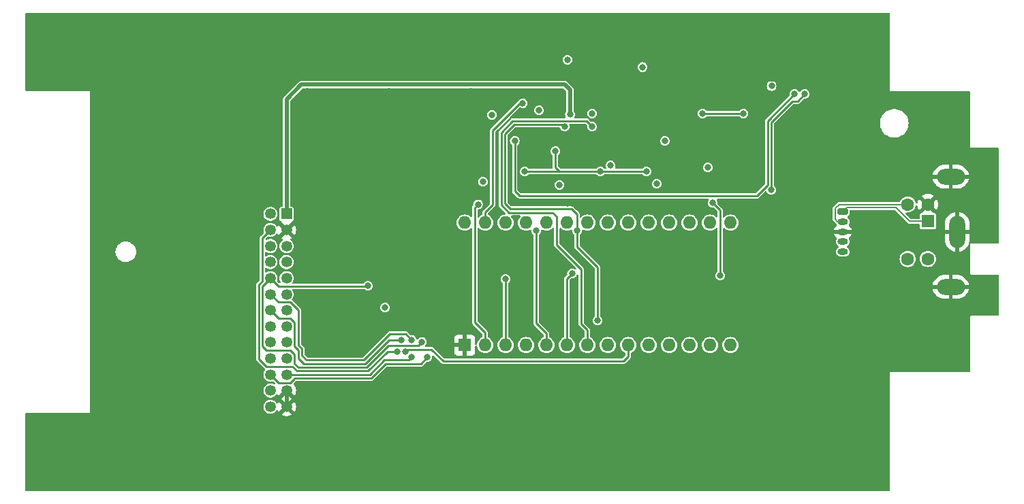
<source format=gbr>
G04 #@! TF.GenerationSoftware,KiCad,Pcbnew,7.0.7-146-g6b43bb8fe3*
G04 #@! TF.CreationDate,2023-09-29T14:39:13+01:00*
G04 #@! TF.ProjectId,Econet_A4,45636f6e-6574-45f4-9134-2e6b69636164,01*
G04 #@! TF.SameCoordinates,Original*
G04 #@! TF.FileFunction,Copper,L4,Bot*
G04 #@! TF.FilePolarity,Positive*
%FSLAX46Y46*%
G04 Gerber Fmt 4.6, Leading zero omitted, Abs format (unit mm)*
G04 Created by KiCad (PCBNEW 7.0.7-146-g6b43bb8fe3) date 2023-09-29 14:39:13*
%MOMM*%
%LPD*%
G01*
G04 APERTURE LIST*
G04 Aperture macros list*
%AMRoundRect*
0 Rectangle with rounded corners*
0 $1 Rounding radius*
0 $2 $3 $4 $5 $6 $7 $8 $9 X,Y pos of 4 corners*
0 Add a 4 corners polygon primitive as box body*
4,1,4,$2,$3,$4,$5,$6,$7,$8,$9,$2,$3,0*
0 Add four circle primitives for the rounded corners*
1,1,$1+$1,$2,$3*
1,1,$1+$1,$4,$5*
1,1,$1+$1,$6,$7*
1,1,$1+$1,$8,$9*
0 Add four rect primitives between the rounded corners*
20,1,$1+$1,$2,$3,$4,$5,0*
20,1,$1+$1,$4,$5,$6,$7,0*
20,1,$1+$1,$6,$7,$8,$9,0*
20,1,$1+$1,$8,$9,$2,$3,0*%
G04 Aperture macros list end*
G04 #@! TA.AperFunction,ComponentPad*
%ADD10RoundRect,0.200000X-0.450000X0.200000X-0.450000X-0.200000X0.450000X-0.200000X0.450000X0.200000X0*%
G04 #@! TD*
G04 #@! TA.AperFunction,ComponentPad*
%ADD11O,1.300000X0.800000*%
G04 #@! TD*
G04 #@! TA.AperFunction,ComponentPad*
%ADD12R,1.350000X1.350000*%
G04 #@! TD*
G04 #@! TA.AperFunction,ComponentPad*
%ADD13C,1.350000*%
G04 #@! TD*
G04 #@! TA.AperFunction,ComponentPad*
%ADD14R,1.600000X1.600000*%
G04 #@! TD*
G04 #@! TA.AperFunction,ComponentPad*
%ADD15O,1.600000X1.600000*%
G04 #@! TD*
G04 #@! TA.AperFunction,ComponentPad*
%ADD16C,1.600000*%
G04 #@! TD*
G04 #@! TA.AperFunction,ComponentPad*
%ADD17O,3.500000X2.000000*%
G04 #@! TD*
G04 #@! TA.AperFunction,ComponentPad*
%ADD18O,2.000000X4.000000*%
G04 #@! TD*
G04 #@! TA.AperFunction,ViaPad*
%ADD19C,0.800000*%
G04 #@! TD*
G04 #@! TA.AperFunction,Conductor*
%ADD20C,0.500000*%
G04 #@! TD*
G04 #@! TA.AperFunction,Conductor*
%ADD21C,0.200000*%
G04 #@! TD*
G04 #@! TA.AperFunction,Conductor*
%ADD22C,0.250000*%
G04 #@! TD*
G04 #@! TA.AperFunction,Conductor*
%ADD23C,0.240000*%
G04 #@! TD*
G04 APERTURE END LIST*
D10*
X206607000Y-102745000D03*
D11*
X206607000Y-103995000D03*
X206607000Y-105245000D03*
X206607000Y-106495000D03*
X206607000Y-107745000D03*
D12*
X137475000Y-103029000D03*
D13*
X135475000Y-103029000D03*
X137475000Y-105029000D03*
X135475000Y-105029000D03*
X137475000Y-107029000D03*
X135475000Y-107029000D03*
X137475000Y-109029000D03*
X135475000Y-109029000D03*
X137475000Y-111029000D03*
X135475000Y-111029000D03*
X137475000Y-113029000D03*
X135475000Y-113029000D03*
X137475000Y-115029000D03*
X135475000Y-115029000D03*
X137475000Y-117029000D03*
X135475000Y-117029000D03*
X137475000Y-119029000D03*
X135475000Y-119029000D03*
X137475000Y-121029000D03*
X135475000Y-121029000D03*
X137475000Y-123029000D03*
X135475000Y-123029000D03*
X137475000Y-125029000D03*
X135475000Y-125029000D03*
X137475000Y-127029000D03*
X135475000Y-127029000D03*
D14*
X159615000Y-119347000D03*
D15*
X162155000Y-119347000D03*
X164695000Y-119347000D03*
X167235000Y-119347000D03*
X169775000Y-119347000D03*
X172315000Y-119347000D03*
X174855000Y-119347000D03*
X177395000Y-119347000D03*
X179935000Y-119347000D03*
X182475000Y-119347000D03*
X185015000Y-119347000D03*
X187555000Y-119347000D03*
X190095000Y-119347000D03*
X192635000Y-119347000D03*
X192635000Y-104107000D03*
X190095000Y-104107000D03*
X187555000Y-104107000D03*
X185015000Y-104107000D03*
X182475000Y-104107000D03*
X179935000Y-104107000D03*
X177395000Y-104107000D03*
X174855000Y-104107000D03*
X172315000Y-104107000D03*
X169775000Y-104107000D03*
X167235000Y-104107000D03*
X164695000Y-104107000D03*
X162155000Y-104107000D03*
X159615000Y-104107000D03*
D14*
X217169000Y-103945000D03*
D16*
X217169000Y-101845000D03*
X217169000Y-108645000D03*
X214669000Y-101845000D03*
X214669000Y-108645000D03*
D17*
X220019000Y-112095000D03*
D18*
X220819000Y-105245000D03*
D17*
X220019000Y-98395000D03*
D19*
X189180000Y-88867000D03*
X187910000Y-101694000D03*
X184481000Y-101694000D03*
X179655000Y-101694000D03*
X175845000Y-101694000D03*
X159446000Y-101694000D03*
X171273000Y-93820000D03*
X172416000Y-101694000D03*
X171428000Y-90553000D03*
X190815000Y-136049000D03*
X167708000Y-90719989D03*
X221295000Y-89059000D03*
X211135000Y-87789000D03*
X150175000Y-87789000D03*
X164240000Y-89121000D03*
X119695000Y-95409000D03*
X150175000Y-127159000D03*
X171047000Y-117477000D03*
X119695000Y-110649000D03*
X182350000Y-108079000D03*
X170412000Y-113794000D03*
X160335000Y-87789000D03*
X140015000Y-136049000D03*
X167745000Y-117477000D03*
X175746000Y-106936000D03*
X129855000Y-127159000D03*
X129855000Y-95409000D03*
X119695000Y-87789000D03*
X129855000Y-80169000D03*
X200975000Y-136049000D03*
X190815000Y-115729000D03*
X180655000Y-80169000D03*
X179226000Y-83533000D03*
X177270000Y-113794000D03*
X119695000Y-118269000D03*
X140269000Y-118269000D03*
X180191000Y-107698000D03*
X200975000Y-105569000D03*
X129855000Y-118269000D03*
X180655000Y-136049000D03*
X221295000Y-120809000D03*
X186541000Y-108841000D03*
X191720000Y-101694000D03*
X170495000Y-136049000D03*
X175111000Y-113794000D03*
X200975000Y-80169000D03*
X190815000Y-80169000D03*
X178032000Y-107317000D03*
X160335000Y-80169000D03*
X189180000Y-86581000D03*
X200975000Y-95409000D03*
X170495000Y-127159000D03*
X119695000Y-127159000D03*
X160335000Y-136049000D03*
X163675799Y-102673000D03*
X189208000Y-109222000D03*
X109535000Y-136049000D03*
X148441000Y-105031000D03*
X119695000Y-80169000D03*
X180655000Y-115983000D03*
X109535000Y-130969000D03*
X190815000Y-127159000D03*
X140015000Y-95409000D03*
X195812000Y-101856000D03*
X195312000Y-87027000D03*
X162792000Y-113540000D03*
X191720000Y-86581000D03*
X129855000Y-103029000D03*
X200975000Y-127159000D03*
X129855000Y-110649000D03*
X212405000Y-107601000D03*
X161642000Y-94074000D03*
X184509000Y-108460000D03*
X140015000Y-80169000D03*
X150175000Y-136049000D03*
X140015000Y-127159000D03*
X163427000Y-117350000D03*
X160335000Y-127159000D03*
X151108000Y-114429000D03*
X119695000Y-103029000D03*
X109535000Y-80169000D03*
X166602000Y-113667000D03*
X180655000Y-127159000D03*
X211135000Y-136049000D03*
X211135000Y-80169000D03*
X173460000Y-117477000D03*
X170495000Y-80169000D03*
X109535000Y-85249000D03*
X150854000Y-104396000D03*
X140015000Y-87789000D03*
X195812000Y-99570000D03*
X129855000Y-136049000D03*
X200975000Y-115729000D03*
X186370000Y-97695000D03*
X173206000Y-113794000D03*
X150175000Y-95409000D03*
X211135000Y-115729000D03*
X129855000Y-87789000D03*
X221295000Y-95409000D03*
X119695000Y-136049000D03*
X211135000Y-95409000D03*
X221295000Y-115729000D03*
X195530000Y-94201000D03*
X150175000Y-80169000D03*
X167573500Y-99789000D03*
X149711000Y-114683000D03*
X172701500Y-90645000D03*
X194260000Y-90518000D03*
X189180000Y-90518000D03*
X170892000Y-95217000D03*
X182195000Y-97757000D03*
X176480000Y-97757000D03*
X167070000Y-97757000D03*
X168495000Y-105123000D03*
X166828000Y-89248000D03*
X164695000Y-111145000D03*
X190426888Y-101647264D03*
X191365000Y-110711000D03*
X200610000Y-88105000D03*
X165837299Y-93942701D03*
X175464000Y-92169000D03*
X152241214Y-120171000D03*
X161264063Y-101848992D03*
X177750000Y-96995000D03*
X171400000Y-99408000D03*
X183465000Y-99281000D03*
X162994000Y-90698001D03*
X181714500Y-84752200D03*
X197754498Y-87109511D03*
X189815000Y-97249000D03*
X184481000Y-93947000D03*
X172372299Y-83828060D03*
X175464000Y-90518000D03*
X168860000Y-90137000D03*
X161864980Y-99027000D03*
X151241712Y-120171512D03*
X172035000Y-92169000D03*
X176115000Y-116299000D03*
X173585000Y-105123000D03*
X147595000Y-111981000D03*
X154281000Y-118963000D03*
X153025000Y-118709000D03*
X151741000Y-118709000D03*
X152975000Y-120871500D03*
X154975000Y-120871000D03*
X172955250Y-110451500D03*
X197710701Y-100038701D03*
X201880000Y-88105000D03*
D20*
X137475000Y-125029000D02*
X137475000Y-127029000D01*
D21*
X205957000Y-103995000D02*
X206607000Y-103995000D01*
X205657000Y-102337894D02*
X205657000Y-103695000D01*
X205657000Y-103695000D02*
X205957000Y-103995000D01*
X214669000Y-101845000D02*
X206149894Y-101845000D01*
X206149894Y-101845000D02*
X205657000Y-102337894D01*
X217169000Y-103945000D02*
X214911000Y-103945000D01*
X213211000Y-102245000D02*
X207107000Y-102245000D01*
X207107000Y-102245000D02*
X206607000Y-102745000D01*
X214911000Y-103945000D02*
X213211000Y-102245000D01*
D20*
X137475000Y-103029000D02*
X137475000Y-88787500D01*
X137475000Y-88787500D02*
X139323500Y-86939000D01*
X172701500Y-87597000D02*
X172701500Y-90645000D01*
X172043500Y-86939000D02*
X172701500Y-87597000D01*
X139323500Y-86939000D02*
X172043500Y-86939000D01*
D22*
X194260000Y-90518000D02*
X189180000Y-90518000D01*
X170892000Y-95217000D02*
X170892000Y-97249000D01*
X170892000Y-97249000D02*
X171400000Y-97757000D01*
X167070000Y-97757000D02*
X171400000Y-97757000D01*
X182195000Y-97757000D02*
X176480000Y-97757000D01*
X171400000Y-97757000D02*
X176480000Y-97757000D01*
X169775000Y-119347000D02*
X169775000Y-117925000D01*
X168495000Y-105123000D02*
X168495000Y-116645000D01*
X169775000Y-117925000D02*
X168495000Y-116645000D01*
X166495000Y-89248000D02*
X166828000Y-89248000D01*
X163070000Y-101912000D02*
X163070000Y-92673000D01*
X163070000Y-92673000D02*
X166495000Y-89248000D01*
X162155000Y-104107000D02*
X162155000Y-102827000D01*
X162155000Y-102827000D02*
X163070000Y-101912000D01*
X191365000Y-102585376D02*
X191365000Y-110711000D01*
X190426888Y-101647264D02*
X191365000Y-102585376D01*
X164695000Y-119347000D02*
X164695000Y-111145000D01*
X197260701Y-91454299D02*
X200610000Y-88105000D01*
X166438000Y-100805000D02*
X195919096Y-100805000D01*
X165837299Y-100204299D02*
X166438000Y-100805000D01*
X195919096Y-100805000D02*
X197260701Y-99463396D01*
X197260701Y-99463396D02*
X197260701Y-91454299D01*
X165837299Y-93942701D02*
X165837299Y-100204299D01*
X174093000Y-109949000D02*
X174093000Y-116745000D01*
X171045000Y-103345000D02*
X171045000Y-106901000D01*
X165574511Y-91444489D02*
X164139500Y-92879500D01*
X174739489Y-91444489D02*
X165574511Y-91444489D01*
X164139500Y-101911217D02*
X165096314Y-102868031D01*
X174855000Y-119347000D02*
X174855000Y-117507000D01*
X165096314Y-102868031D02*
X170568031Y-102868031D01*
X171045000Y-106901000D02*
X174093000Y-109949000D01*
X170568031Y-102868031D02*
X171045000Y-103345000D01*
X175464000Y-92169000D02*
X174739489Y-91444489D01*
X174855000Y-117507000D02*
X174093000Y-116745000D01*
X164139500Y-92879500D02*
X164139500Y-101911217D01*
X152492214Y-119920000D02*
X155494500Y-119920000D01*
X152241214Y-120171000D02*
X152492214Y-119920000D01*
X179935000Y-120749500D02*
X179935000Y-119347000D01*
X156953500Y-121379000D02*
X179305500Y-121379000D01*
X155494500Y-119920000D02*
X156953500Y-121379000D01*
X179305500Y-121379000D02*
X179935000Y-120749500D01*
X160875000Y-102238055D02*
X161264063Y-101848992D01*
X160875000Y-116553000D02*
X160875000Y-102238055D01*
X162155000Y-117833000D02*
X160875000Y-116553000D01*
X162155000Y-119347000D02*
X162155000Y-117833000D01*
X138195000Y-122029000D02*
X134975000Y-122029000D01*
X151241712Y-120171512D02*
X150092826Y-120171512D01*
X134025000Y-121079000D02*
X134025000Y-111842604D01*
X147614604Y-122579000D02*
X138745000Y-122579000D01*
X150092826Y-120171512D02*
X150022092Y-120171512D01*
X138745000Y-122579000D02*
X138195000Y-122029000D01*
X134025000Y-111842604D02*
X134475000Y-111392604D01*
X150022092Y-120171512D02*
X147614604Y-122579000D01*
X134475000Y-111392604D02*
X134475000Y-106029000D01*
X134475000Y-106029000D02*
X135475000Y-105029000D01*
X150092826Y-120171512D02*
X150092814Y-120171500D01*
X134975000Y-122029000D02*
X134025000Y-121079000D01*
X171760009Y-91894009D02*
X172035000Y-92169000D01*
X165282511Y-102418511D02*
X164589500Y-101725500D01*
X173585000Y-107165000D02*
X176115000Y-109695000D01*
X173585000Y-103091000D02*
X172912511Y-102418511D01*
X173585000Y-105123000D02*
X173585000Y-107165000D01*
X176115000Y-116299000D02*
X176115000Y-109695000D01*
X173585000Y-105123000D02*
X173585000Y-103091000D01*
X172912511Y-102418511D02*
X165282511Y-102418511D01*
X164589500Y-101725500D02*
X164589500Y-93065218D01*
X164589500Y-93065218D02*
X165760709Y-91894009D01*
X165760709Y-91894009D02*
X171760009Y-91894009D01*
X135475000Y-111029000D02*
X134475000Y-112029000D01*
X138931396Y-122129000D02*
X147428208Y-122129000D01*
X138931396Y-122129000D02*
X138483000Y-121680604D01*
X153810000Y-119434000D02*
X154281000Y-118963000D01*
X150123208Y-119434000D02*
X153810000Y-119434000D01*
D23*
X136470078Y-112024078D02*
X147551922Y-112024078D01*
D22*
X134975000Y-120029000D02*
X134475000Y-119529000D01*
X147428208Y-122129000D02*
X150123208Y-119434000D01*
X147551922Y-112024078D02*
X147595000Y-111981000D01*
X134475000Y-112029000D02*
X134475000Y-119529000D01*
X138483000Y-120537000D02*
X137975000Y-120029000D01*
X135475000Y-111029000D02*
X136470078Y-112024078D01*
X138483000Y-121680604D02*
X138483000Y-120537000D01*
X137975000Y-120029000D02*
X134975000Y-120029000D01*
X139927000Y-121229000D02*
X147055416Y-121229000D01*
X139383000Y-120685000D02*
X139927000Y-121229000D01*
X139383000Y-119800604D02*
X139383000Y-120029000D01*
X138925000Y-119342604D02*
X139383000Y-119800604D01*
X139383000Y-120029000D02*
X139383000Y-120685000D01*
X150300416Y-117984000D02*
X152300000Y-117984000D01*
X152300000Y-117984000D02*
X153025000Y-118709000D01*
X138925000Y-114979000D02*
X138925000Y-119342604D01*
X136475000Y-114029000D02*
X137975000Y-114029000D01*
X135475000Y-113029000D02*
X136475000Y-114029000D01*
X147055416Y-121229000D02*
X150300416Y-117984000D01*
X137975000Y-114029000D02*
X138925000Y-114979000D01*
X139615000Y-121679000D02*
X147241812Y-121679000D01*
X150211812Y-118709000D02*
X151741000Y-118709000D01*
X147241812Y-121679000D02*
X150211812Y-118709000D01*
X135475000Y-115029000D02*
X136475000Y-116029000D01*
X138475000Y-119529000D02*
X138933000Y-119987000D01*
X137975000Y-116029000D02*
X138475000Y-116529000D01*
X138933000Y-120997000D02*
X139615000Y-121679000D01*
X138475000Y-116529000D02*
X138475000Y-119529000D01*
X138933000Y-119987000D02*
X138933000Y-120997000D01*
X136475000Y-116029000D02*
X137975000Y-116029000D01*
X149653500Y-121176500D02*
X152670000Y-121176500D01*
X137475000Y-123029000D02*
X147801000Y-123029000D01*
X152670000Y-121176500D02*
X152975000Y-120871500D01*
X147801000Y-123029000D02*
X149653500Y-121176500D01*
X138475000Y-123492000D02*
X138488000Y-123479000D01*
X154148000Y-121698000D02*
X154975000Y-120871000D01*
X135475000Y-123029000D02*
X136475000Y-124029000D01*
X147987396Y-123479000D02*
X149768396Y-121698000D01*
X136475000Y-124029000D02*
X137975000Y-124029000D01*
X138475000Y-123529000D02*
X138475000Y-123492000D01*
X138488000Y-123479000D02*
X147987396Y-123479000D01*
X149768396Y-121698000D02*
X154148000Y-121698000D01*
X137975000Y-124029000D02*
X138475000Y-123529000D01*
X197710701Y-100038701D02*
X197710701Y-91640695D01*
X200357396Y-88994000D02*
X200991000Y-88994000D01*
X172315000Y-119347000D02*
X172315000Y-111091750D01*
X172315000Y-111091750D02*
X172955250Y-110451500D01*
X197710701Y-91640695D02*
X200357396Y-88994000D01*
X200991000Y-88994000D02*
X201880000Y-88105000D01*
G04 #@! TA.AperFunction,Conductor*
G36*
X216783835Y-101970148D02*
G01*
X216841359Y-102083045D01*
X216930955Y-102172641D01*
X217043852Y-102230165D01*
X217124599Y-102242953D01*
X216459371Y-102908181D01*
X216398048Y-102941666D01*
X216371690Y-102944500D01*
X216349247Y-102944500D01*
X216290770Y-102956131D01*
X216290769Y-102956132D01*
X216224447Y-103000447D01*
X216180132Y-103066769D01*
X216180131Y-103066770D01*
X216168500Y-103125247D01*
X216168500Y-103520500D01*
X216148815Y-103587539D01*
X216096011Y-103633294D01*
X216044500Y-103644500D01*
X215086833Y-103644500D01*
X215019794Y-103624815D01*
X214999152Y-103608181D01*
X214439639Y-103048668D01*
X214406154Y-102987345D01*
X214411138Y-102917653D01*
X214453010Y-102861720D01*
X214518474Y-102837303D01*
X214539473Y-102837583D01*
X214669000Y-102850341D01*
X214865132Y-102831024D01*
X215053727Y-102773814D01*
X215057937Y-102771564D01*
X215227532Y-102680913D01*
X215227538Y-102680910D01*
X215379883Y-102555883D01*
X215504910Y-102403538D01*
X215572400Y-102277273D01*
X215597812Y-102229731D01*
X215597812Y-102229730D01*
X215597814Y-102229727D01*
X215646146Y-102070396D01*
X215684443Y-102011960D01*
X215748255Y-101983504D01*
X215817322Y-101994064D01*
X215869716Y-102040288D01*
X215884581Y-102074300D01*
X215942731Y-102291320D01*
X215942734Y-102291326D01*
X216038865Y-102497481D01*
X216038866Y-102497483D01*
X216089973Y-102570471D01*
X216089974Y-102570472D01*
X216771046Y-101889399D01*
X216783835Y-101970148D01*
G37*
G04 #@! TD.AperFunction*
G04 #@! TA.AperFunction,Conductor*
G36*
X212412539Y-77990185D02*
G01*
X212458294Y-78042989D01*
X212469500Y-78094500D01*
X212469500Y-87715264D01*
X212467398Y-87725832D01*
X212467399Y-87745000D01*
X212469500Y-87750073D01*
X212475482Y-87764516D01*
X212475483Y-87764517D01*
X212495000Y-87772601D01*
X212514177Y-87772601D01*
X212524739Y-87770500D01*
X222345500Y-87770500D01*
X222412539Y-87790185D01*
X222458294Y-87842989D01*
X222469500Y-87894500D01*
X222469500Y-94715264D01*
X222467398Y-94725832D01*
X222467399Y-94745000D01*
X222469500Y-94750073D01*
X222475482Y-94764516D01*
X222475483Y-94764517D01*
X222495000Y-94772601D01*
X222514177Y-94772601D01*
X222524739Y-94770500D01*
X225845500Y-94770500D01*
X225912539Y-94790185D01*
X225958294Y-94842989D01*
X225969500Y-94894500D01*
X225969500Y-106595500D01*
X225949815Y-106662539D01*
X225897011Y-106708294D01*
X225845500Y-106719500D01*
X222524738Y-106719500D01*
X222514176Y-106717399D01*
X222495000Y-106717399D01*
X222489928Y-106719500D01*
X222452695Y-106734922D01*
X222452274Y-106733906D01*
X222443372Y-106738766D01*
X222457507Y-106754591D01*
X222469500Y-106807793D01*
X222469500Y-110515264D01*
X222467398Y-110525832D01*
X222467399Y-110544999D01*
X222467399Y-110545000D01*
X222473594Y-110559956D01*
X222475483Y-110564517D01*
X222495000Y-110572601D01*
X222495000Y-110572600D01*
X222495002Y-110572601D01*
X222514177Y-110572601D01*
X222524739Y-110570500D01*
X225845500Y-110570500D01*
X225912539Y-110590185D01*
X225958294Y-110642989D01*
X225969500Y-110694500D01*
X225969500Y-115595500D01*
X225949815Y-115662539D01*
X225897011Y-115708294D01*
X225845500Y-115719500D01*
X222524738Y-115719500D01*
X222514176Y-115717399D01*
X222495000Y-115717399D01*
X222489928Y-115719500D01*
X222475482Y-115725483D01*
X222467399Y-115744999D01*
X222467399Y-115764177D01*
X222469500Y-115774738D01*
X222469500Y-122595500D01*
X222449815Y-122662539D01*
X222397011Y-122708294D01*
X222345500Y-122719500D01*
X212524738Y-122719500D01*
X212514176Y-122717399D01*
X212495000Y-122717399D01*
X212489928Y-122719500D01*
X212475482Y-122725483D01*
X212467399Y-122744999D01*
X212467399Y-122764177D01*
X212469500Y-122774738D01*
X212469500Y-137395500D01*
X212449815Y-137462539D01*
X212397011Y-137508294D01*
X212345500Y-137519500D01*
X105144500Y-137519500D01*
X105077461Y-137499815D01*
X105031706Y-137447011D01*
X105020500Y-137395500D01*
X105020500Y-127894500D01*
X105040185Y-127827461D01*
X105092989Y-127781706D01*
X105144500Y-127770500D01*
X112965261Y-127770500D01*
X112975823Y-127772601D01*
X112995000Y-127772601D01*
X113014517Y-127764517D01*
X113020500Y-127750072D01*
X113022601Y-127745000D01*
X113022600Y-127744997D01*
X113022601Y-127725832D01*
X113020500Y-127715264D01*
X113020500Y-121107808D01*
X133695735Y-121107808D01*
X133706212Y-121146910D01*
X133707383Y-121152190D01*
X133714411Y-121192043D01*
X133716235Y-121197055D01*
X133723197Y-121213861D01*
X133725445Y-121218681D01*
X133725446Y-121218684D01*
X133733967Y-121230853D01*
X133748655Y-121251831D01*
X133751561Y-121256392D01*
X133771806Y-121291455D01*
X133802815Y-121317475D01*
X133806805Y-121321131D01*
X134732863Y-122247189D01*
X134736518Y-122251178D01*
X134762541Y-122282190D01*
X134762542Y-122282191D01*
X134762545Y-122282194D01*
X134765985Y-122284180D01*
X134770277Y-122288681D01*
X134770857Y-122289168D01*
X134770802Y-122289232D01*
X134814201Y-122334745D01*
X134827426Y-122403352D01*
X134801460Y-122468217D01*
X134796138Y-122474539D01*
X134762804Y-122511561D01*
X134670786Y-122670940D01*
X134670783Y-122670946D01*
X134613916Y-122845967D01*
X134613915Y-122845971D01*
X134594678Y-123029000D01*
X134613915Y-123212029D01*
X134613916Y-123212032D01*
X134670783Y-123387053D01*
X134670786Y-123387059D01*
X134762805Y-123546440D01*
X134809448Y-123598242D01*
X134885949Y-123683206D01*
X134885951Y-123683208D01*
X135034834Y-123791378D01*
X135034835Y-123791378D01*
X135034839Y-123791381D01*
X135171953Y-123852428D01*
X135202961Y-123866234D01*
X135202966Y-123866236D01*
X135382981Y-123904500D01*
X135567019Y-123904500D01*
X135747034Y-123866236D01*
X135747036Y-123866234D01*
X135753218Y-123864227D01*
X135754097Y-123866935D01*
X135810989Y-123859305D01*
X135874268Y-123888929D01*
X135879863Y-123894189D01*
X136049772Y-124064098D01*
X136083257Y-124125421D01*
X136078273Y-124195113D01*
X136036401Y-124251046D01*
X135970937Y-124275463D01*
X135911655Y-124265058D01*
X135747038Y-124191765D01*
X135747033Y-124191763D01*
X135567019Y-124153500D01*
X135382981Y-124153500D01*
X135202966Y-124191763D01*
X135202961Y-124191765D01*
X135034839Y-124266619D01*
X135034834Y-124266621D01*
X134885951Y-124374791D01*
X134885949Y-124374793D01*
X134762804Y-124511561D01*
X134670786Y-124670940D01*
X134670783Y-124670946D01*
X134613916Y-124845967D01*
X134613915Y-124845971D01*
X134594678Y-125029000D01*
X134613915Y-125212029D01*
X134613916Y-125212032D01*
X134670783Y-125387053D01*
X134670786Y-125387059D01*
X134762805Y-125546440D01*
X134856235Y-125650205D01*
X134885949Y-125683206D01*
X134885951Y-125683208D01*
X135034834Y-125791378D01*
X135034835Y-125791378D01*
X135034839Y-125791381D01*
X135171953Y-125852428D01*
X135202961Y-125866234D01*
X135202966Y-125866236D01*
X135382981Y-125904500D01*
X135567019Y-125904500D01*
X135747034Y-125866236D01*
X135915161Y-125791381D01*
X136064050Y-125683207D01*
X136187195Y-125546440D01*
X136196758Y-125529875D01*
X136247323Y-125481660D01*
X136315930Y-125468435D01*
X136380795Y-125494402D01*
X136415146Y-125536602D01*
X136471711Y-125650201D01*
X136471719Y-125650214D01*
X136483987Y-125666459D01*
X137030549Y-125119896D01*
X137031327Y-125130265D01*
X137080887Y-125256541D01*
X137165465Y-125362599D01*
X137277547Y-125439016D01*
X137385299Y-125472253D01*
X136839482Y-126018070D01*
X136839482Y-126039929D01*
X137386768Y-126587215D01*
X137340862Y-126594135D01*
X137218643Y-126652993D01*
X137119202Y-126745260D01*
X137051375Y-126862740D01*
X137033500Y-126941052D01*
X136483987Y-126391539D01*
X136471716Y-126407789D01*
X136415146Y-126521397D01*
X136367643Y-126572634D01*
X136299980Y-126590055D01*
X136233639Y-126568129D01*
X136196759Y-126528125D01*
X136187195Y-126511560D01*
X136064050Y-126374793D01*
X136064048Y-126374791D01*
X135915165Y-126266621D01*
X135915162Y-126266619D01*
X135915161Y-126266619D01*
X135854112Y-126239438D01*
X135747038Y-126191765D01*
X135747033Y-126191763D01*
X135567019Y-126153500D01*
X135382981Y-126153500D01*
X135202966Y-126191763D01*
X135202961Y-126191765D01*
X135034839Y-126266619D01*
X135034834Y-126266621D01*
X134885951Y-126374791D01*
X134885949Y-126374793D01*
X134762804Y-126511561D01*
X134670786Y-126670940D01*
X134670783Y-126670946D01*
X134613916Y-126845967D01*
X134613915Y-126845971D01*
X134594678Y-127029000D01*
X134613915Y-127212029D01*
X134613916Y-127212032D01*
X134670783Y-127387053D01*
X134670786Y-127387059D01*
X134762805Y-127546440D01*
X134856235Y-127650205D01*
X134885949Y-127683206D01*
X134885951Y-127683208D01*
X135034834Y-127791378D01*
X135034835Y-127791378D01*
X135034839Y-127791381D01*
X135171953Y-127852428D01*
X135202961Y-127866234D01*
X135202966Y-127866236D01*
X135382981Y-127904500D01*
X135567019Y-127904500D01*
X135747034Y-127866236D01*
X135915161Y-127791381D01*
X136064050Y-127683207D01*
X136187195Y-127546440D01*
X136196758Y-127529875D01*
X136247323Y-127481660D01*
X136315930Y-127468435D01*
X136380795Y-127494402D01*
X136415146Y-127536602D01*
X136471711Y-127650201D01*
X136471719Y-127650214D01*
X136483987Y-127666459D01*
X137030550Y-127119896D01*
X137031327Y-127130265D01*
X137080887Y-127256541D01*
X137165465Y-127362599D01*
X137277547Y-127439016D01*
X137385299Y-127472252D01*
X136839831Y-128017719D01*
X136949013Y-128085322D01*
X136949014Y-128085323D01*
X137152069Y-128163986D01*
X137366122Y-128204000D01*
X137583878Y-128204000D01*
X137797929Y-128163986D01*
X137797939Y-128163983D01*
X138000985Y-128085323D01*
X138000989Y-128085321D01*
X138110166Y-128017720D01*
X138110166Y-128017719D01*
X137563232Y-127470784D01*
X137609138Y-127463865D01*
X137731357Y-127405007D01*
X137830798Y-127312740D01*
X137898625Y-127195260D01*
X137916499Y-127116946D01*
X138466011Y-127666459D01*
X138478284Y-127650208D01*
X138478285Y-127650205D01*
X138575344Y-127455287D01*
X138575349Y-127455274D01*
X138634942Y-127245830D01*
X138655034Y-127029000D01*
X138655034Y-127028999D01*
X138634942Y-126812169D01*
X138575349Y-126602725D01*
X138575344Y-126602712D01*
X138478284Y-126407791D01*
X138466011Y-126391539D01*
X137919449Y-126938101D01*
X137918673Y-126927735D01*
X137869113Y-126801459D01*
X137784535Y-126695401D01*
X137672453Y-126618984D01*
X137564700Y-126585747D01*
X138110516Y-126039930D01*
X138110516Y-126018068D01*
X137563232Y-125470784D01*
X137609138Y-125463865D01*
X137731357Y-125405007D01*
X137830798Y-125312740D01*
X137898625Y-125195260D01*
X137916499Y-125116947D01*
X138466011Y-125666459D01*
X138478284Y-125650208D01*
X138478285Y-125650205D01*
X138575344Y-125455287D01*
X138575349Y-125455274D01*
X138634942Y-125245830D01*
X138655034Y-125029000D01*
X138655034Y-125028999D01*
X138634942Y-124812169D01*
X138575349Y-124602725D01*
X138575344Y-124602712D01*
X138478284Y-124407791D01*
X138361851Y-124253608D01*
X138337159Y-124188246D01*
X138351724Y-124119912D01*
X138373117Y-124091208D01*
X138623509Y-123840816D01*
X138684830Y-123807334D01*
X138711188Y-123804500D01*
X147970474Y-123804500D01*
X147975877Y-123804735D01*
X148016203Y-123808264D01*
X148055336Y-123797777D01*
X148060558Y-123796619D01*
X148100441Y-123789588D01*
X148100446Y-123789584D01*
X148105495Y-123787747D01*
X148122220Y-123780819D01*
X148127077Y-123778554D01*
X148127080Y-123778554D01*
X148160237Y-123755335D01*
X148164786Y-123752438D01*
X148199851Y-123732194D01*
X148225877Y-123701176D01*
X148229518Y-123697202D01*
X149866904Y-122059819D01*
X149928227Y-122026334D01*
X149954585Y-122023500D01*
X154131078Y-122023500D01*
X154136481Y-122023735D01*
X154176807Y-122027264D01*
X154215940Y-122016777D01*
X154221162Y-122015619D01*
X154261045Y-122008588D01*
X154261050Y-122008584D01*
X154266099Y-122006747D01*
X154282824Y-121999819D01*
X154287681Y-121997554D01*
X154287684Y-121997554D01*
X154320841Y-121974335D01*
X154325390Y-121971438D01*
X154360455Y-121951194D01*
X154386481Y-121920176D01*
X154390122Y-121916202D01*
X154803315Y-121503009D01*
X154864636Y-121469526D01*
X154907180Y-121467753D01*
X154974999Y-121476682D01*
X154975000Y-121476682D01*
X154975001Y-121476682D01*
X155027254Y-121469802D01*
X155131762Y-121456044D01*
X155277841Y-121395536D01*
X155403282Y-121299282D01*
X155499536Y-121173841D01*
X155560044Y-121027762D01*
X155580616Y-120871500D01*
X155580682Y-120871001D01*
X155580682Y-120871000D01*
X155575457Y-120831315D01*
X155567035Y-120767344D01*
X155577800Y-120698313D01*
X155624180Y-120646057D01*
X155691449Y-120627171D01*
X155758249Y-120647651D01*
X155777655Y-120663481D01*
X156711363Y-121597189D01*
X156715018Y-121601178D01*
X156741041Y-121632190D01*
X156741043Y-121632191D01*
X156741045Y-121632194D01*
X156741047Y-121632195D01*
X156741048Y-121632196D01*
X156776099Y-121652433D01*
X156780662Y-121655339D01*
X156813816Y-121678554D01*
X156813819Y-121678554D01*
X156818676Y-121680820D01*
X156835433Y-121687760D01*
X156840453Y-121689587D01*
X156840455Y-121689588D01*
X156876306Y-121695909D01*
X156880308Y-121696615D01*
X156885580Y-121697783D01*
X156924693Y-121708264D01*
X156965022Y-121704735D01*
X156970424Y-121704500D01*
X179288578Y-121704500D01*
X179293981Y-121704735D01*
X179334307Y-121708264D01*
X179373440Y-121697777D01*
X179378662Y-121696619D01*
X179418545Y-121689588D01*
X179418550Y-121689584D01*
X179423599Y-121687747D01*
X179440324Y-121680819D01*
X179445181Y-121678554D01*
X179445184Y-121678554D01*
X179478341Y-121655335D01*
X179482890Y-121652438D01*
X179517955Y-121632194D01*
X179517959Y-121632190D01*
X179543976Y-121601182D01*
X179547622Y-121597202D01*
X180153210Y-120991615D01*
X180157172Y-120987984D01*
X180188194Y-120961955D01*
X180208444Y-120926878D01*
X180211333Y-120922345D01*
X180234553Y-120889184D01*
X180234555Y-120889176D01*
X180236816Y-120884328D01*
X180243754Y-120867579D01*
X180245583Y-120862552D01*
X180245588Y-120862545D01*
X180252622Y-120822647D01*
X180253779Y-120817429D01*
X180264263Y-120778307D01*
X180260735Y-120737989D01*
X180260500Y-120732586D01*
X180260500Y-120381794D01*
X180280185Y-120314755D01*
X180326047Y-120272436D01*
X180493532Y-120182913D01*
X180493538Y-120182910D01*
X180645883Y-120057883D01*
X180770910Y-119905538D01*
X180851796Y-119754212D01*
X180863811Y-119731733D01*
X180863811Y-119731732D01*
X180863814Y-119731727D01*
X180921024Y-119543132D01*
X180940341Y-119347000D01*
X181469659Y-119347000D01*
X181488975Y-119543129D01*
X181498587Y-119574815D01*
X181544876Y-119727410D01*
X181546188Y-119731733D01*
X181639086Y-119905532D01*
X181639090Y-119905539D01*
X181764116Y-120057883D01*
X181916460Y-120182909D01*
X181916467Y-120182913D01*
X182090266Y-120275811D01*
X182090269Y-120275811D01*
X182090273Y-120275814D01*
X182278868Y-120333024D01*
X182475000Y-120352341D01*
X182671132Y-120333024D01*
X182859727Y-120275814D01*
X182879613Y-120265185D01*
X183033532Y-120182913D01*
X183033538Y-120182910D01*
X183185883Y-120057883D01*
X183310910Y-119905538D01*
X183391796Y-119754212D01*
X183403811Y-119731733D01*
X183403811Y-119731732D01*
X183403814Y-119731727D01*
X183461024Y-119543132D01*
X183480341Y-119347000D01*
X184009659Y-119347000D01*
X184028975Y-119543129D01*
X184038587Y-119574815D01*
X184084876Y-119727410D01*
X184086188Y-119731733D01*
X184179086Y-119905532D01*
X184179090Y-119905539D01*
X184304116Y-120057883D01*
X184456460Y-120182909D01*
X184456467Y-120182913D01*
X184630266Y-120275811D01*
X184630269Y-120275811D01*
X184630273Y-120275814D01*
X184818868Y-120333024D01*
X185015000Y-120352341D01*
X185211132Y-120333024D01*
X185399727Y-120275814D01*
X185419613Y-120265185D01*
X185573532Y-120182913D01*
X185573538Y-120182910D01*
X185725883Y-120057883D01*
X185850910Y-119905538D01*
X185931796Y-119754212D01*
X185943811Y-119731733D01*
X185943811Y-119731732D01*
X185943814Y-119731727D01*
X186001024Y-119543132D01*
X186020341Y-119347000D01*
X186549659Y-119347000D01*
X186568975Y-119543129D01*
X186578587Y-119574815D01*
X186624876Y-119727410D01*
X186626188Y-119731733D01*
X186719086Y-119905532D01*
X186719090Y-119905539D01*
X186844116Y-120057883D01*
X186996460Y-120182909D01*
X186996467Y-120182913D01*
X187170266Y-120275811D01*
X187170269Y-120275811D01*
X187170273Y-120275814D01*
X187358868Y-120333024D01*
X187555000Y-120352341D01*
X187751132Y-120333024D01*
X187939727Y-120275814D01*
X187959613Y-120265185D01*
X188113532Y-120182913D01*
X188113538Y-120182910D01*
X188265883Y-120057883D01*
X188390910Y-119905538D01*
X188471796Y-119754212D01*
X188483811Y-119731733D01*
X188483811Y-119731732D01*
X188483814Y-119731727D01*
X188541024Y-119543132D01*
X188560341Y-119347000D01*
X189089659Y-119347000D01*
X189108975Y-119543129D01*
X189118587Y-119574815D01*
X189164876Y-119727410D01*
X189166188Y-119731733D01*
X189259086Y-119905532D01*
X189259090Y-119905539D01*
X189384116Y-120057883D01*
X189536460Y-120182909D01*
X189536467Y-120182913D01*
X189710266Y-120275811D01*
X189710269Y-120275811D01*
X189710273Y-120275814D01*
X189898868Y-120333024D01*
X190095000Y-120352341D01*
X190291132Y-120333024D01*
X190479727Y-120275814D01*
X190499613Y-120265185D01*
X190653532Y-120182913D01*
X190653538Y-120182910D01*
X190805883Y-120057883D01*
X190930910Y-119905538D01*
X191011796Y-119754212D01*
X191023811Y-119731733D01*
X191023811Y-119731732D01*
X191023814Y-119731727D01*
X191081024Y-119543132D01*
X191100341Y-119347000D01*
X191629659Y-119347000D01*
X191648975Y-119543129D01*
X191658587Y-119574815D01*
X191704876Y-119727410D01*
X191706188Y-119731733D01*
X191799086Y-119905532D01*
X191799090Y-119905539D01*
X191924116Y-120057883D01*
X192076460Y-120182909D01*
X192076467Y-120182913D01*
X192250266Y-120275811D01*
X192250269Y-120275811D01*
X192250273Y-120275814D01*
X192438868Y-120333024D01*
X192635000Y-120352341D01*
X192831132Y-120333024D01*
X193019727Y-120275814D01*
X193039613Y-120265185D01*
X193193532Y-120182913D01*
X193193538Y-120182910D01*
X193345883Y-120057883D01*
X193470910Y-119905538D01*
X193551796Y-119754212D01*
X193563811Y-119731733D01*
X193563811Y-119731732D01*
X193563814Y-119731727D01*
X193621024Y-119543132D01*
X193640341Y-119347000D01*
X193621024Y-119150868D01*
X193563814Y-118962273D01*
X193563811Y-118962269D01*
X193563811Y-118962266D01*
X193470913Y-118788467D01*
X193470909Y-118788460D01*
X193345883Y-118636116D01*
X193193539Y-118511090D01*
X193193532Y-118511086D01*
X193019733Y-118418188D01*
X193019727Y-118418186D01*
X192831132Y-118360976D01*
X192831129Y-118360975D01*
X192635000Y-118341659D01*
X192438870Y-118360975D01*
X192250266Y-118418188D01*
X192076467Y-118511086D01*
X192076460Y-118511090D01*
X191924116Y-118636116D01*
X191799090Y-118788460D01*
X191799086Y-118788467D01*
X191706188Y-118962266D01*
X191648975Y-119150870D01*
X191629659Y-119347000D01*
X191100341Y-119347000D01*
X191081024Y-119150868D01*
X191023814Y-118962273D01*
X191023811Y-118962269D01*
X191023811Y-118962266D01*
X190930913Y-118788467D01*
X190930909Y-118788460D01*
X190805883Y-118636116D01*
X190653539Y-118511090D01*
X190653532Y-118511086D01*
X190479733Y-118418188D01*
X190479727Y-118418186D01*
X190291132Y-118360976D01*
X190291129Y-118360975D01*
X190095000Y-118341659D01*
X189898870Y-118360975D01*
X189710266Y-118418188D01*
X189536467Y-118511086D01*
X189536460Y-118511090D01*
X189384116Y-118636116D01*
X189259090Y-118788460D01*
X189259086Y-118788467D01*
X189166188Y-118962266D01*
X189108975Y-119150870D01*
X189089659Y-119347000D01*
X188560341Y-119347000D01*
X188541024Y-119150868D01*
X188483814Y-118962273D01*
X188483811Y-118962269D01*
X188483811Y-118962266D01*
X188390913Y-118788467D01*
X188390909Y-118788460D01*
X188265883Y-118636116D01*
X188113539Y-118511090D01*
X188113532Y-118511086D01*
X187939733Y-118418188D01*
X187939727Y-118418186D01*
X187751132Y-118360976D01*
X187751129Y-118360975D01*
X187555000Y-118341659D01*
X187358870Y-118360975D01*
X187170266Y-118418188D01*
X186996467Y-118511086D01*
X186996460Y-118511090D01*
X186844116Y-118636116D01*
X186719090Y-118788460D01*
X186719086Y-118788467D01*
X186626188Y-118962266D01*
X186568975Y-119150870D01*
X186549659Y-119347000D01*
X186020341Y-119347000D01*
X186001024Y-119150868D01*
X185943814Y-118962273D01*
X185943811Y-118962269D01*
X185943811Y-118962266D01*
X185850913Y-118788467D01*
X185850909Y-118788460D01*
X185725883Y-118636116D01*
X185573539Y-118511090D01*
X185573532Y-118511086D01*
X185399733Y-118418188D01*
X185399727Y-118418186D01*
X185211132Y-118360976D01*
X185211129Y-118360975D01*
X185015000Y-118341659D01*
X184818870Y-118360975D01*
X184630266Y-118418188D01*
X184456467Y-118511086D01*
X184456460Y-118511090D01*
X184304116Y-118636116D01*
X184179090Y-118788460D01*
X184179086Y-118788467D01*
X184086188Y-118962266D01*
X184028975Y-119150870D01*
X184009659Y-119347000D01*
X183480341Y-119347000D01*
X183461024Y-119150868D01*
X183403814Y-118962273D01*
X183403811Y-118962269D01*
X183403811Y-118962266D01*
X183310913Y-118788467D01*
X183310909Y-118788460D01*
X183185883Y-118636116D01*
X183033539Y-118511090D01*
X183033532Y-118511086D01*
X182859733Y-118418188D01*
X182859727Y-118418186D01*
X182671132Y-118360976D01*
X182671129Y-118360975D01*
X182475000Y-118341659D01*
X182278870Y-118360975D01*
X182090266Y-118418188D01*
X181916467Y-118511086D01*
X181916460Y-118511090D01*
X181764116Y-118636116D01*
X181639090Y-118788460D01*
X181639086Y-118788467D01*
X181546188Y-118962266D01*
X181488975Y-119150870D01*
X181469659Y-119347000D01*
X180940341Y-119347000D01*
X180921024Y-119150868D01*
X180863814Y-118962273D01*
X180863811Y-118962269D01*
X180863811Y-118962266D01*
X180770913Y-118788467D01*
X180770909Y-118788460D01*
X180645883Y-118636116D01*
X180493539Y-118511090D01*
X180493532Y-118511086D01*
X180319733Y-118418188D01*
X180319727Y-118418186D01*
X180131132Y-118360976D01*
X180131129Y-118360975D01*
X179935000Y-118341659D01*
X179738870Y-118360975D01*
X179550266Y-118418188D01*
X179376467Y-118511086D01*
X179376460Y-118511090D01*
X179224116Y-118636116D01*
X179099090Y-118788460D01*
X179099086Y-118788467D01*
X179006188Y-118962266D01*
X178948975Y-119150870D01*
X178929659Y-119347000D01*
X178948975Y-119543129D01*
X178958587Y-119574815D01*
X179004876Y-119727410D01*
X179006188Y-119731733D01*
X179099086Y-119905532D01*
X179099090Y-119905539D01*
X179224116Y-120057883D01*
X179376460Y-120182909D01*
X179376467Y-120182913D01*
X179543953Y-120272436D01*
X179593797Y-120321398D01*
X179609500Y-120381794D01*
X179609500Y-120563311D01*
X179589815Y-120630350D01*
X179573181Y-120650992D01*
X179206993Y-121017181D01*
X179145670Y-121050666D01*
X179119312Y-121053500D01*
X157139688Y-121053500D01*
X157072649Y-121033815D01*
X157052007Y-121017181D01*
X156398208Y-120363382D01*
X156229670Y-120194844D01*
X158315000Y-120194844D01*
X158321401Y-120254372D01*
X158321403Y-120254379D01*
X158371645Y-120389086D01*
X158371649Y-120389093D01*
X158457809Y-120504187D01*
X158457812Y-120504190D01*
X158572906Y-120590350D01*
X158572913Y-120590354D01*
X158707620Y-120640596D01*
X158707627Y-120640598D01*
X158767155Y-120646999D01*
X158767172Y-120647000D01*
X159365000Y-120647000D01*
X159365000Y-119662686D01*
X159376955Y-119674641D01*
X159489852Y-119732165D01*
X159583519Y-119747000D01*
X159646481Y-119747000D01*
X159740148Y-119732165D01*
X159853045Y-119674641D01*
X159865000Y-119662686D01*
X159865000Y-120647000D01*
X160462828Y-120647000D01*
X160462844Y-120646999D01*
X160522372Y-120640598D01*
X160522379Y-120640596D01*
X160657086Y-120590354D01*
X160657093Y-120590350D01*
X160772187Y-120504190D01*
X160772190Y-120504187D01*
X160858350Y-120389093D01*
X160858354Y-120389086D01*
X160908596Y-120254379D01*
X160908598Y-120254372D01*
X160914999Y-120194844D01*
X160915000Y-120194827D01*
X160915000Y-119488548D01*
X160934685Y-119421509D01*
X160987489Y-119375754D01*
X161056647Y-119365810D01*
X161120203Y-119394835D01*
X161157977Y-119453613D01*
X161162403Y-119476394D01*
X161168975Y-119543129D01*
X161178587Y-119574815D01*
X161224876Y-119727410D01*
X161226188Y-119731733D01*
X161319086Y-119905532D01*
X161319090Y-119905539D01*
X161444116Y-120057883D01*
X161596460Y-120182909D01*
X161596467Y-120182913D01*
X161770266Y-120275811D01*
X161770269Y-120275811D01*
X161770273Y-120275814D01*
X161958868Y-120333024D01*
X162155000Y-120352341D01*
X162351132Y-120333024D01*
X162539727Y-120275814D01*
X162559613Y-120265185D01*
X162713532Y-120182913D01*
X162713538Y-120182910D01*
X162865883Y-120057883D01*
X162990910Y-119905538D01*
X163071796Y-119754212D01*
X163083811Y-119731733D01*
X163083811Y-119731732D01*
X163083814Y-119731727D01*
X163141024Y-119543132D01*
X163160341Y-119347000D01*
X163689659Y-119347000D01*
X163708975Y-119543129D01*
X163718587Y-119574815D01*
X163764876Y-119727410D01*
X163766188Y-119731733D01*
X163859086Y-119905532D01*
X163859090Y-119905539D01*
X163984116Y-120057883D01*
X164136460Y-120182909D01*
X164136467Y-120182913D01*
X164310266Y-120275811D01*
X164310269Y-120275811D01*
X164310273Y-120275814D01*
X164498868Y-120333024D01*
X164695000Y-120352341D01*
X164891132Y-120333024D01*
X165079727Y-120275814D01*
X165099613Y-120265185D01*
X165253532Y-120182913D01*
X165253538Y-120182910D01*
X165405883Y-120057883D01*
X165530910Y-119905538D01*
X165611796Y-119754212D01*
X165623811Y-119731733D01*
X165623811Y-119731732D01*
X165623814Y-119731727D01*
X165681024Y-119543132D01*
X165700341Y-119347000D01*
X166229659Y-119347000D01*
X166248975Y-119543129D01*
X166258587Y-119574815D01*
X166304876Y-119727410D01*
X166306188Y-119731733D01*
X166399086Y-119905532D01*
X166399090Y-119905539D01*
X166524116Y-120057883D01*
X166676460Y-120182909D01*
X166676467Y-120182913D01*
X166850266Y-120275811D01*
X166850269Y-120275811D01*
X166850273Y-120275814D01*
X167038868Y-120333024D01*
X167235000Y-120352341D01*
X167431132Y-120333024D01*
X167619727Y-120275814D01*
X167639613Y-120265185D01*
X167793532Y-120182913D01*
X167793538Y-120182910D01*
X167945883Y-120057883D01*
X168070910Y-119905538D01*
X168151796Y-119754212D01*
X168163811Y-119731733D01*
X168163811Y-119731732D01*
X168163814Y-119731727D01*
X168221024Y-119543132D01*
X168240341Y-119347000D01*
X168221024Y-119150868D01*
X168163814Y-118962273D01*
X168163811Y-118962269D01*
X168163811Y-118962266D01*
X168070913Y-118788467D01*
X168070909Y-118788460D01*
X167945883Y-118636116D01*
X167793539Y-118511090D01*
X167793532Y-118511086D01*
X167619733Y-118418188D01*
X167619727Y-118418186D01*
X167431132Y-118360976D01*
X167431129Y-118360975D01*
X167235000Y-118341659D01*
X167038870Y-118360975D01*
X166850266Y-118418188D01*
X166676467Y-118511086D01*
X166676460Y-118511090D01*
X166524116Y-118636116D01*
X166399090Y-118788460D01*
X166399086Y-118788467D01*
X166306188Y-118962266D01*
X166248975Y-119150870D01*
X166229659Y-119347000D01*
X165700341Y-119347000D01*
X165681024Y-119150868D01*
X165623814Y-118962273D01*
X165623811Y-118962269D01*
X165623811Y-118962266D01*
X165530913Y-118788467D01*
X165530909Y-118788460D01*
X165405883Y-118636116D01*
X165253539Y-118511090D01*
X165253532Y-118511085D01*
X165086047Y-118421563D01*
X165036202Y-118372601D01*
X165020500Y-118312205D01*
X165020500Y-111713298D01*
X165040185Y-111646259D01*
X165069010Y-111614925D01*
X165123282Y-111573282D01*
X165219536Y-111447841D01*
X165280044Y-111301762D01*
X165300682Y-111145000D01*
X165280044Y-110988238D01*
X165219536Y-110842159D01*
X165123282Y-110716718D01*
X164997841Y-110620464D01*
X164973508Y-110610385D01*
X164851762Y-110559956D01*
X164851760Y-110559955D01*
X164695001Y-110539318D01*
X164694999Y-110539318D01*
X164538239Y-110559955D01*
X164538237Y-110559956D01*
X164392160Y-110620463D01*
X164266718Y-110716718D01*
X164170463Y-110842160D01*
X164109956Y-110988237D01*
X164109955Y-110988239D01*
X164089318Y-111144998D01*
X164089318Y-111145001D01*
X164109955Y-111301760D01*
X164109956Y-111301762D01*
X164170464Y-111447841D01*
X164266718Y-111573282D01*
X164320987Y-111614924D01*
X164362189Y-111671349D01*
X164369500Y-111713298D01*
X164369500Y-118312205D01*
X164349815Y-118379244D01*
X164303953Y-118421563D01*
X164136467Y-118511085D01*
X164136460Y-118511090D01*
X163984116Y-118636116D01*
X163859090Y-118788460D01*
X163859086Y-118788467D01*
X163766188Y-118962266D01*
X163708975Y-119150870D01*
X163689659Y-119347000D01*
X163160341Y-119347000D01*
X163141024Y-119150868D01*
X163083814Y-118962273D01*
X163083811Y-118962269D01*
X163083811Y-118962266D01*
X162990913Y-118788467D01*
X162990909Y-118788460D01*
X162865883Y-118636116D01*
X162713539Y-118511090D01*
X162713532Y-118511085D01*
X162546047Y-118421563D01*
X162496202Y-118372601D01*
X162480500Y-118312205D01*
X162480500Y-117849909D01*
X162480736Y-117844502D01*
X162484263Y-117804191D01*
X162473785Y-117765090D01*
X162472618Y-117759830D01*
X162465588Y-117719955D01*
X162465587Y-117719953D01*
X162463760Y-117714933D01*
X162456820Y-117698176D01*
X162454554Y-117693319D01*
X162454554Y-117693316D01*
X162431337Y-117660159D01*
X162428435Y-117655605D01*
X162408194Y-117620545D01*
X162377182Y-117594522D01*
X162373210Y-117590883D01*
X161236819Y-116454492D01*
X161203334Y-116393169D01*
X161200500Y-116366811D01*
X161200500Y-104867592D01*
X161220185Y-104800553D01*
X161272989Y-104754798D01*
X161342147Y-104744854D01*
X161405703Y-104773879D01*
X161420349Y-104788922D01*
X161444117Y-104817883D01*
X161444119Y-104817885D01*
X161596460Y-104942909D01*
X161596467Y-104942913D01*
X161770266Y-105035811D01*
X161770269Y-105035811D01*
X161770273Y-105035814D01*
X161958868Y-105093024D01*
X162155000Y-105112341D01*
X162351132Y-105093024D01*
X162539727Y-105035814D01*
X162713538Y-104942910D01*
X162865883Y-104817883D01*
X162990910Y-104665538D01*
X163055666Y-104544389D01*
X163083811Y-104491733D01*
X163083811Y-104491732D01*
X163083814Y-104491727D01*
X163141024Y-104303132D01*
X163160341Y-104107000D01*
X163141024Y-103910868D01*
X163083814Y-103722273D01*
X163083811Y-103722269D01*
X163083811Y-103722266D01*
X162990913Y-103548467D01*
X162990909Y-103548460D01*
X162865883Y-103396116D01*
X162713539Y-103271090D01*
X162713532Y-103271085D01*
X162546047Y-103181563D01*
X162496202Y-103132601D01*
X162480500Y-103072205D01*
X162480500Y-103013188D01*
X162500185Y-102946149D01*
X162516819Y-102925507D01*
X162698315Y-102744011D01*
X163288221Y-102154104D01*
X163292172Y-102150484D01*
X163323194Y-102124455D01*
X163343444Y-102089378D01*
X163346333Y-102084845D01*
X163369553Y-102051684D01*
X163369555Y-102051676D01*
X163371816Y-102046828D01*
X163378754Y-102030079D01*
X163380583Y-102025052D01*
X163380588Y-102025045D01*
X163387622Y-101985147D01*
X163388779Y-101979929D01*
X163399263Y-101940807D01*
X163395735Y-101900489D01*
X163395500Y-101895086D01*
X163395500Y-92859188D01*
X163415185Y-92792149D01*
X163431819Y-92771507D01*
X163565956Y-92637370D01*
X163703471Y-92499854D01*
X163708592Y-92497058D01*
X163719113Y-92484212D01*
X165179221Y-91024104D01*
X165184340Y-91021309D01*
X165194863Y-91008462D01*
X166066324Y-90137001D01*
X168254318Y-90137001D01*
X168274955Y-90293760D01*
X168274956Y-90293762D01*
X168302905Y-90361238D01*
X168335464Y-90439841D01*
X168431718Y-90565282D01*
X168557159Y-90661536D01*
X168703238Y-90722044D01*
X168781619Y-90732363D01*
X168859999Y-90742682D01*
X168860000Y-90742682D01*
X168860001Y-90742682D01*
X168912254Y-90735802D01*
X169016762Y-90722044D01*
X169162841Y-90661536D01*
X169288282Y-90565282D01*
X169384536Y-90439841D01*
X169445044Y-90293762D01*
X169464762Y-90143986D01*
X169465682Y-90137001D01*
X169465682Y-90136998D01*
X169448852Y-90009161D01*
X169445044Y-89980238D01*
X169384536Y-89834159D01*
X169288282Y-89708718D01*
X169162841Y-89612464D01*
X169016762Y-89551956D01*
X169016760Y-89551955D01*
X168860001Y-89531318D01*
X168859999Y-89531318D01*
X168703239Y-89551955D01*
X168703237Y-89551956D01*
X168557160Y-89612463D01*
X168431718Y-89708718D01*
X168335463Y-89834160D01*
X168274956Y-89980237D01*
X168274955Y-89980239D01*
X168254318Y-90136998D01*
X168254318Y-90137001D01*
X166066324Y-90137001D01*
X166399844Y-89803481D01*
X166461165Y-89769998D01*
X166530857Y-89774982D01*
X166534975Y-89776603D01*
X166638220Y-89819367D01*
X166671238Y-89833044D01*
X166749619Y-89843363D01*
X166827999Y-89853682D01*
X166828000Y-89853682D01*
X166828001Y-89853682D01*
X166880254Y-89846802D01*
X166984762Y-89833044D01*
X167130841Y-89772536D01*
X167256282Y-89676282D01*
X167352536Y-89550841D01*
X167413044Y-89404762D01*
X167433682Y-89248000D01*
X167413044Y-89091238D01*
X167352536Y-88945159D01*
X167256282Y-88819718D01*
X167130841Y-88723464D01*
X167121512Y-88719600D01*
X166984762Y-88662956D01*
X166984760Y-88662955D01*
X166828001Y-88642318D01*
X166827999Y-88642318D01*
X166671239Y-88662955D01*
X166671237Y-88662956D01*
X166525160Y-88723463D01*
X166399716Y-88819719D01*
X166303463Y-88945160D01*
X166290545Y-88976344D01*
X166270972Y-89008597D01*
X166256523Y-89025815D01*
X166252868Y-89029803D01*
X162851803Y-92430870D01*
X162847814Y-92434525D01*
X162816805Y-92460545D01*
X162796562Y-92495606D01*
X162793656Y-92500166D01*
X162770446Y-92533313D01*
X162768206Y-92538117D01*
X162761229Y-92554961D01*
X162759410Y-92559959D01*
X162752383Y-92599811D01*
X162751212Y-92605091D01*
X162740735Y-92644191D01*
X162744264Y-92684513D01*
X162744500Y-92689920D01*
X162744500Y-101725811D01*
X162724815Y-101792850D01*
X162708181Y-101813492D01*
X161936803Y-102584870D01*
X161932814Y-102588525D01*
X161901805Y-102614545D01*
X161881562Y-102649606D01*
X161878656Y-102654166D01*
X161855446Y-102687313D01*
X161853206Y-102692117D01*
X161846229Y-102708961D01*
X161844410Y-102713959D01*
X161837383Y-102753811D01*
X161836212Y-102759091D01*
X161825735Y-102798191D01*
X161828053Y-102824677D01*
X161829182Y-102837584D01*
X161829264Y-102838513D01*
X161829500Y-102843920D01*
X161829500Y-103072205D01*
X161809815Y-103139244D01*
X161763953Y-103181563D01*
X161596467Y-103271085D01*
X161596460Y-103271090D01*
X161444115Y-103396117D01*
X161420352Y-103425073D01*
X161362606Y-103464407D01*
X161292761Y-103466276D01*
X161232994Y-103430088D01*
X161202278Y-103367332D01*
X161200500Y-103346407D01*
X161200500Y-102571787D01*
X161220185Y-102504748D01*
X161272989Y-102458993D01*
X161308314Y-102448848D01*
X161420825Y-102434036D01*
X161566904Y-102373528D01*
X161692345Y-102277274D01*
X161788599Y-102151833D01*
X161849107Y-102005754D01*
X161869745Y-101848992D01*
X161869219Y-101845000D01*
X161852743Y-101719852D01*
X161849107Y-101692230D01*
X161788599Y-101546151D01*
X161692345Y-101420710D01*
X161566904Y-101324456D01*
X161420825Y-101263948D01*
X161420823Y-101263947D01*
X161264064Y-101243310D01*
X161264062Y-101243310D01*
X161107302Y-101263947D01*
X161107300Y-101263948D01*
X160961223Y-101324455D01*
X160835781Y-101420710D01*
X160739526Y-101546152D01*
X160679019Y-101692229D01*
X160679018Y-101692231D01*
X160658381Y-101848990D01*
X160658381Y-101848994D01*
X160666800Y-101912948D01*
X160656034Y-101981983D01*
X160623575Y-102024115D01*
X160621807Y-102025598D01*
X160621806Y-102025599D01*
X160601562Y-102060661D01*
X160598656Y-102065221D01*
X160575446Y-102098368D01*
X160573206Y-102103172D01*
X160566229Y-102120016D01*
X160564410Y-102125014D01*
X160557383Y-102164866D01*
X160556212Y-102170146D01*
X160545735Y-102209246D01*
X160548080Y-102236035D01*
X160548828Y-102244593D01*
X160549264Y-102249568D01*
X160549500Y-102254975D01*
X160549500Y-103322037D01*
X160529815Y-103389076D01*
X160477011Y-103434831D01*
X160407853Y-103444775D01*
X160344297Y-103415750D01*
X160329650Y-103400706D01*
X160325883Y-103396116D01*
X160173539Y-103271090D01*
X160173532Y-103271086D01*
X159999733Y-103178188D01*
X159999727Y-103178186D01*
X159811132Y-103120976D01*
X159811129Y-103120975D01*
X159615000Y-103101659D01*
X159418870Y-103120975D01*
X159230266Y-103178188D01*
X159056467Y-103271086D01*
X159056460Y-103271090D01*
X158904116Y-103396116D01*
X158779090Y-103548460D01*
X158779086Y-103548467D01*
X158686188Y-103722266D01*
X158628975Y-103910870D01*
X158609659Y-104107000D01*
X158628975Y-104303129D01*
X158686188Y-104491733D01*
X158779086Y-104665532D01*
X158779090Y-104665539D01*
X158904116Y-104817883D01*
X159056460Y-104942909D01*
X159056467Y-104942913D01*
X159230266Y-105035811D01*
X159230269Y-105035811D01*
X159230273Y-105035814D01*
X159418868Y-105093024D01*
X159615000Y-105112341D01*
X159811132Y-105093024D01*
X159999727Y-105035814D01*
X160173538Y-104942910D01*
X160325883Y-104817883D01*
X160325884Y-104817882D01*
X160329646Y-104813299D01*
X160387391Y-104773963D01*
X160457235Y-104772092D01*
X160517004Y-104808278D01*
X160547721Y-104871034D01*
X160549500Y-104891962D01*
X160549500Y-116536078D01*
X160549264Y-116541485D01*
X160545735Y-116581808D01*
X160556212Y-116620910D01*
X160557383Y-116626190D01*
X160564411Y-116666043D01*
X160566235Y-116671055D01*
X160573197Y-116687861D01*
X160575445Y-116692681D01*
X160575446Y-116692684D01*
X160589452Y-116712687D01*
X160598655Y-116725831D01*
X160601561Y-116730392D01*
X160621806Y-116765455D01*
X160652815Y-116791475D01*
X160656805Y-116795131D01*
X161793181Y-117931507D01*
X161826666Y-117992830D01*
X161829500Y-118019188D01*
X161829500Y-118312205D01*
X161809815Y-118379244D01*
X161763953Y-118421563D01*
X161596467Y-118511085D01*
X161596460Y-118511090D01*
X161444116Y-118636116D01*
X161319090Y-118788460D01*
X161319086Y-118788467D01*
X161226188Y-118962266D01*
X161168975Y-119150870D01*
X161162403Y-119217605D01*
X161136242Y-119282392D01*
X161079208Y-119322751D01*
X161009408Y-119325868D01*
X160949003Y-119290754D01*
X160917172Y-119228556D01*
X160915000Y-119205451D01*
X160915000Y-118499172D01*
X160914999Y-118499155D01*
X160908598Y-118439627D01*
X160908596Y-118439620D01*
X160858354Y-118304913D01*
X160858350Y-118304906D01*
X160772190Y-118189812D01*
X160772187Y-118189809D01*
X160657093Y-118103649D01*
X160657086Y-118103645D01*
X160522379Y-118053403D01*
X160522372Y-118053401D01*
X160462844Y-118047000D01*
X159865000Y-118047000D01*
X159865000Y-119031314D01*
X159853045Y-119019359D01*
X159740148Y-118961835D01*
X159646481Y-118947000D01*
X159583519Y-118947000D01*
X159489852Y-118961835D01*
X159376955Y-119019359D01*
X159365000Y-119031314D01*
X159365000Y-118047000D01*
X158767155Y-118047000D01*
X158707627Y-118053401D01*
X158707620Y-118053403D01*
X158572913Y-118103645D01*
X158572906Y-118103649D01*
X158457812Y-118189809D01*
X158457809Y-118189812D01*
X158371649Y-118304906D01*
X158371645Y-118304913D01*
X158321403Y-118439620D01*
X158321401Y-118439627D01*
X158315000Y-118499155D01*
X158315000Y-119097000D01*
X159299314Y-119097000D01*
X159287359Y-119108955D01*
X159229835Y-119221852D01*
X159210014Y-119347000D01*
X159229835Y-119472148D01*
X159287359Y-119585045D01*
X159299314Y-119597000D01*
X158315000Y-119597000D01*
X158315000Y-120194844D01*
X156229670Y-120194844D01*
X155736619Y-119701793D01*
X155732974Y-119697814D01*
X155706956Y-119666807D01*
X155706955Y-119666806D01*
X155695558Y-119660226D01*
X155671892Y-119646561D01*
X155667331Y-119643655D01*
X155654187Y-119634452D01*
X155634184Y-119620446D01*
X155634181Y-119620445D01*
X155629361Y-119618197D01*
X155612555Y-119611235D01*
X155607543Y-119609411D01*
X155567690Y-119602383D01*
X155562410Y-119601212D01*
X155523308Y-119590735D01*
X155488392Y-119593790D01*
X155482981Y-119594264D01*
X155477578Y-119594500D01*
X154804794Y-119594500D01*
X154737755Y-119574815D01*
X154692000Y-119522011D01*
X154682056Y-119452853D01*
X154706418Y-119395013D01*
X154709279Y-119391284D01*
X154709282Y-119391282D01*
X154805536Y-119265841D01*
X154866044Y-119119762D01*
X154880252Y-119011841D01*
X154886682Y-118963001D01*
X154886682Y-118962998D01*
X154866044Y-118806239D01*
X154866044Y-118806238D01*
X154805536Y-118660159D01*
X154709282Y-118534718D01*
X154583841Y-118438464D01*
X154543038Y-118421563D01*
X154437762Y-118377956D01*
X154437760Y-118377955D01*
X154281001Y-118357318D01*
X154280999Y-118357318D01*
X154124239Y-118377955D01*
X154124237Y-118377956D01*
X153978160Y-118438463D01*
X153852716Y-118534719D01*
X153821149Y-118575858D01*
X153764720Y-118617059D01*
X153694974Y-118621212D01*
X153634055Y-118586999D01*
X153608214Y-118547821D01*
X153593194Y-118511560D01*
X153549536Y-118406159D01*
X153453282Y-118280718D01*
X153327841Y-118184464D01*
X153253087Y-118153500D01*
X153181762Y-118123956D01*
X153181760Y-118123955D01*
X153025001Y-118103318D01*
X153024997Y-118103318D01*
X152957179Y-118112246D01*
X152888144Y-118101480D01*
X152853314Y-118076988D01*
X152707833Y-117931507D01*
X152542119Y-117765793D01*
X152538474Y-117761814D01*
X152512456Y-117730807D01*
X152512455Y-117730806D01*
X152493658Y-117719953D01*
X152477392Y-117710561D01*
X152472831Y-117707655D01*
X152459293Y-117698176D01*
X152439684Y-117684446D01*
X152439681Y-117684445D01*
X152434861Y-117682197D01*
X152418055Y-117675235D01*
X152413043Y-117673411D01*
X152373190Y-117666383D01*
X152367910Y-117665212D01*
X152328808Y-117654735D01*
X152293892Y-117657790D01*
X152288481Y-117658264D01*
X152283078Y-117658500D01*
X150317338Y-117658500D01*
X150311934Y-117658264D01*
X150306523Y-117657790D01*
X150271608Y-117654735D01*
X150271607Y-117654735D01*
X150232507Y-117665212D01*
X150227227Y-117666383D01*
X150187375Y-117673410D01*
X150182377Y-117675229D01*
X150165533Y-117682206D01*
X150160729Y-117684446D01*
X150127582Y-117707656D01*
X150123022Y-117710562D01*
X150087964Y-117730804D01*
X150087956Y-117730810D01*
X150061939Y-117761815D01*
X150058284Y-117765804D01*
X148498222Y-119325868D01*
X146956909Y-120867181D01*
X146895586Y-120900666D01*
X146869228Y-120903500D01*
X140113189Y-120903500D01*
X140046150Y-120883815D01*
X140025508Y-120867181D01*
X139744819Y-120586492D01*
X139711334Y-120525169D01*
X139708500Y-120498811D01*
X139708500Y-119817524D01*
X139708736Y-119812117D01*
X139712264Y-119771797D01*
X139705619Y-119747000D01*
X139701782Y-119732680D01*
X139700616Y-119727422D01*
X139693588Y-119687559D01*
X139693586Y-119687556D01*
X139693586Y-119687554D01*
X139691760Y-119682537D01*
X139684820Y-119665780D01*
X139682554Y-119660923D01*
X139682554Y-119660920D01*
X139659339Y-119627766D01*
X139656433Y-119623203D01*
X139636196Y-119588152D01*
X139636195Y-119588151D01*
X139636194Y-119588149D01*
X139605177Y-119562122D01*
X139601193Y-119558471D01*
X139286819Y-119244097D01*
X139253334Y-119182774D01*
X139250500Y-119156416D01*
X139250500Y-114995920D01*
X139250736Y-114990513D01*
X139254264Y-114950193D01*
X139243782Y-114911076D01*
X139242616Y-114905818D01*
X139235588Y-114865955D01*
X139235586Y-114865952D01*
X139235586Y-114865950D01*
X139233760Y-114860933D01*
X139226820Y-114844176D01*
X139224554Y-114839319D01*
X139224554Y-114839316D01*
X139201339Y-114806162D01*
X139198433Y-114801599D01*
X139178196Y-114766548D01*
X139178195Y-114766547D01*
X139178194Y-114766545D01*
X139147177Y-114740518D01*
X139143193Y-114736867D01*
X139089327Y-114683001D01*
X149105318Y-114683001D01*
X149125955Y-114839760D01*
X149125956Y-114839762D01*
X149136805Y-114865955D01*
X149186464Y-114985841D01*
X149282718Y-115111282D01*
X149408159Y-115207536D01*
X149554238Y-115268044D01*
X149632619Y-115278363D01*
X149710999Y-115288682D01*
X149711000Y-115288682D01*
X149711001Y-115288682D01*
X149763254Y-115281802D01*
X149867762Y-115268044D01*
X150013841Y-115207536D01*
X150139282Y-115111282D01*
X150235536Y-114985841D01*
X150296044Y-114839762D01*
X150316682Y-114683000D01*
X150315094Y-114670941D01*
X150296044Y-114526239D01*
X150296044Y-114526238D01*
X150235536Y-114380159D01*
X150139282Y-114254718D01*
X150013841Y-114158464D01*
X149867762Y-114097956D01*
X149867760Y-114097955D01*
X149711001Y-114077318D01*
X149710999Y-114077318D01*
X149554239Y-114097955D01*
X149554237Y-114097956D01*
X149408160Y-114158463D01*
X149282718Y-114254718D01*
X149186463Y-114380160D01*
X149125956Y-114526237D01*
X149125955Y-114526239D01*
X149105318Y-114682998D01*
X149105318Y-114683001D01*
X139089327Y-114683001D01*
X138681789Y-114275463D01*
X138217119Y-113810793D01*
X138213474Y-113806814D01*
X138187457Y-113775807D01*
X138186747Y-113775397D01*
X138184007Y-113773815D01*
X138179702Y-113769300D01*
X138179148Y-113768835D01*
X138179199Y-113768773D01*
X138135795Y-113723249D01*
X138122574Y-113654641D01*
X138148543Y-113589777D01*
X138153848Y-113583475D01*
X138187195Y-113546440D01*
X138279214Y-113387059D01*
X138336085Y-113212029D01*
X138355322Y-113029000D01*
X138336085Y-112845971D01*
X138299061Y-112732023D01*
X138279216Y-112670946D01*
X138279213Y-112670940D01*
X138198175Y-112530578D01*
X138181702Y-112462678D01*
X138204555Y-112396651D01*
X138259476Y-112353460D01*
X138305562Y-112344578D01*
X147055919Y-112344578D01*
X147122958Y-112364263D01*
X147154294Y-112393091D01*
X147166718Y-112409282D01*
X147292159Y-112505536D01*
X147438238Y-112566044D01*
X147516619Y-112576363D01*
X147594999Y-112586682D01*
X147595000Y-112586682D01*
X147595001Y-112586682D01*
X147648186Y-112579680D01*
X147751762Y-112566044D01*
X147897841Y-112505536D01*
X148023282Y-112409282D01*
X148119536Y-112283841D01*
X148180044Y-112137762D01*
X148200682Y-111981000D01*
X148180044Y-111824238D01*
X148119536Y-111678159D01*
X148023282Y-111552718D01*
X147897841Y-111456464D01*
X147877023Y-111447841D01*
X147751762Y-111395956D01*
X147751760Y-111395955D01*
X147595001Y-111375318D01*
X147594999Y-111375318D01*
X147438239Y-111395955D01*
X147438237Y-111395956D01*
X147292160Y-111456463D01*
X147292159Y-111456464D01*
X147166718Y-111552718D01*
X147090423Y-111652149D01*
X147088185Y-111655065D01*
X147031757Y-111696267D01*
X146989809Y-111703578D01*
X138311246Y-111703578D01*
X138244207Y-111683893D01*
X138198452Y-111631089D01*
X138188508Y-111561931D01*
X138203859Y-111517578D01*
X138244121Y-111447841D01*
X138279214Y-111387059D01*
X138336085Y-111212029D01*
X138355322Y-111029000D01*
X138336085Y-110845971D01*
X138292230Y-110711000D01*
X138279216Y-110670946D01*
X138279213Y-110670940D01*
X138187195Y-110511560D01*
X138064050Y-110374793D01*
X138064048Y-110374791D01*
X137915165Y-110266621D01*
X137915162Y-110266619D01*
X137915161Y-110266619D01*
X137810166Y-110219872D01*
X137747038Y-110191765D01*
X137747033Y-110191763D01*
X137567019Y-110153500D01*
X137382981Y-110153500D01*
X137202966Y-110191763D01*
X137202961Y-110191765D01*
X137034839Y-110266619D01*
X137034834Y-110266621D01*
X136885951Y-110374791D01*
X136885949Y-110374793D01*
X136762804Y-110511561D01*
X136670786Y-110670940D01*
X136670783Y-110670946D01*
X136615153Y-110842160D01*
X136613915Y-110845971D01*
X136598962Y-110988239D01*
X136598321Y-110994342D01*
X136584137Y-111028814D01*
X136596977Y-111054312D01*
X136598319Y-111063646D01*
X136613915Y-111212029D01*
X136613916Y-111212032D01*
X136670783Y-111387053D01*
X136670788Y-111387064D01*
X136715389Y-111464315D01*
X136731862Y-111532215D01*
X136709009Y-111598242D01*
X136654088Y-111641432D01*
X136584534Y-111648073D01*
X136522432Y-111616057D01*
X136520321Y-111613995D01*
X136336420Y-111430094D01*
X136302935Y-111368771D01*
X136306169Y-111304097D01*
X136336085Y-111212029D01*
X136351679Y-111063655D01*
X136365862Y-111029184D01*
X136353023Y-111003687D01*
X136351679Y-110994342D01*
X136351038Y-110988239D01*
X136336085Y-110845971D01*
X136292230Y-110711000D01*
X136279216Y-110670946D01*
X136279213Y-110670940D01*
X136187195Y-110511560D01*
X136064050Y-110374793D01*
X136064048Y-110374791D01*
X135915165Y-110266621D01*
X135915162Y-110266619D01*
X135915161Y-110266619D01*
X135810166Y-110219872D01*
X135747038Y-110191765D01*
X135747033Y-110191763D01*
X135567019Y-110153500D01*
X135382981Y-110153500D01*
X135202966Y-110191763D01*
X135202961Y-110191765D01*
X135034840Y-110266618D01*
X134997385Y-110293831D01*
X134931578Y-110317310D01*
X134863525Y-110301484D01*
X134814830Y-110251378D01*
X134800500Y-110193512D01*
X134800500Y-109864487D01*
X134820185Y-109797448D01*
X134872989Y-109751693D01*
X134942147Y-109741749D01*
X134997386Y-109764170D01*
X135034839Y-109791381D01*
X135171953Y-109852428D01*
X135202961Y-109866234D01*
X135202966Y-109866236D01*
X135382981Y-109904500D01*
X135567019Y-109904500D01*
X135747034Y-109866236D01*
X135915161Y-109791381D01*
X136064050Y-109683207D01*
X136187195Y-109546440D01*
X136279214Y-109387059D01*
X136336085Y-109212029D01*
X136351679Y-109063655D01*
X136365862Y-109029184D01*
X136365676Y-109028814D01*
X136584137Y-109028814D01*
X136596977Y-109054312D01*
X136598319Y-109063646D01*
X136613915Y-109212029D01*
X136613916Y-109212032D01*
X136670783Y-109387053D01*
X136670786Y-109387059D01*
X136762805Y-109546440D01*
X136870629Y-109666191D01*
X136885949Y-109683206D01*
X136885951Y-109683208D01*
X137034834Y-109791378D01*
X137034835Y-109791378D01*
X137034839Y-109791381D01*
X137171953Y-109852428D01*
X137202961Y-109866234D01*
X137202966Y-109866236D01*
X137382981Y-109904500D01*
X137567019Y-109904500D01*
X137747034Y-109866236D01*
X137915161Y-109791381D01*
X138064050Y-109683207D01*
X138187195Y-109546440D01*
X138279214Y-109387059D01*
X138336085Y-109212029D01*
X138355322Y-109029000D01*
X138336085Y-108845971D01*
X138279214Y-108670941D01*
X138187195Y-108511560D01*
X138064050Y-108374793D01*
X138064048Y-108374791D01*
X137915165Y-108266621D01*
X137915162Y-108266619D01*
X137915161Y-108266619D01*
X137854112Y-108239438D01*
X137747038Y-108191765D01*
X137747033Y-108191763D01*
X137567019Y-108153500D01*
X137382981Y-108153500D01*
X137202966Y-108191763D01*
X137202961Y-108191765D01*
X137034839Y-108266619D01*
X137034834Y-108266621D01*
X136885951Y-108374791D01*
X136885949Y-108374793D01*
X136762804Y-108511561D01*
X136670786Y-108670940D01*
X136670783Y-108670946D01*
X136615488Y-108841129D01*
X136613915Y-108845971D01*
X136603175Y-108948156D01*
X136598321Y-108994342D01*
X136584137Y-109028814D01*
X136365676Y-109028814D01*
X136353023Y-109003687D01*
X136351679Y-108994342D01*
X136349068Y-108969500D01*
X136336085Y-108845971D01*
X136279214Y-108670941D01*
X136187195Y-108511560D01*
X136064050Y-108374793D01*
X136064048Y-108374791D01*
X135915165Y-108266621D01*
X135915162Y-108266619D01*
X135915161Y-108266619D01*
X135854112Y-108239438D01*
X135747038Y-108191765D01*
X135747033Y-108191763D01*
X135567019Y-108153500D01*
X135382981Y-108153500D01*
X135202966Y-108191763D01*
X135202961Y-108191765D01*
X135034840Y-108266618D01*
X134997385Y-108293831D01*
X134931578Y-108317310D01*
X134863525Y-108301484D01*
X134814830Y-108251378D01*
X134800500Y-108193512D01*
X134800500Y-107864487D01*
X134820185Y-107797448D01*
X134872989Y-107751693D01*
X134942147Y-107741749D01*
X134997386Y-107764170D01*
X135034839Y-107791381D01*
X135171953Y-107852428D01*
X135202961Y-107866234D01*
X135202966Y-107866236D01*
X135382981Y-107904500D01*
X135567019Y-107904500D01*
X135747034Y-107866236D01*
X135915161Y-107791381D01*
X136064050Y-107683207D01*
X136187195Y-107546440D01*
X136279214Y-107387059D01*
X136336085Y-107212029D01*
X136351679Y-107063655D01*
X136365862Y-107029184D01*
X136353023Y-107003687D01*
X136351679Y-106994342D01*
X136349006Y-106968910D01*
X136336085Y-106845971D01*
X136279214Y-106670941D01*
X136187195Y-106511560D01*
X136064050Y-106374793D01*
X136064049Y-106374792D01*
X136064048Y-106374791D01*
X135915165Y-106266621D01*
X135915162Y-106266619D01*
X135915161Y-106266619D01*
X135854112Y-106239438D01*
X135747038Y-106191765D01*
X135747033Y-106191763D01*
X135567019Y-106153500D01*
X135382981Y-106153500D01*
X135202966Y-106191763D01*
X135084036Y-106244715D01*
X135040102Y-106264276D01*
X135038343Y-106265059D01*
X134969093Y-106274343D01*
X134905817Y-106244715D01*
X134868604Y-106185580D01*
X134869269Y-106115713D01*
X134900225Y-106064099D01*
X135070138Y-105894186D01*
X135131459Y-105860703D01*
X135196421Y-105865348D01*
X135196786Y-105864228D01*
X135202960Y-105866233D01*
X135202966Y-105866236D01*
X135382981Y-105904500D01*
X135567019Y-105904500D01*
X135747034Y-105866236D01*
X135915161Y-105791381D01*
X136064050Y-105683207D01*
X136187195Y-105546440D01*
X136196758Y-105529875D01*
X136247323Y-105481660D01*
X136315930Y-105468435D01*
X136380795Y-105494402D01*
X136415146Y-105536602D01*
X136471711Y-105650201D01*
X136471719Y-105650214D01*
X136483987Y-105666459D01*
X137030550Y-105119896D01*
X137031327Y-105130265D01*
X137080887Y-105256541D01*
X137165465Y-105362599D01*
X137277547Y-105439016D01*
X137385299Y-105472252D01*
X136839831Y-106017719D01*
X136949013Y-106085322D01*
X136949020Y-106085326D01*
X136955559Y-106087859D01*
X137010963Y-106130429D01*
X137034555Y-106196195D01*
X137018847Y-106264276D01*
X136983656Y-106303805D01*
X136885948Y-106374794D01*
X136762804Y-106511561D01*
X136670786Y-106670940D01*
X136670783Y-106670946D01*
X136613916Y-106845967D01*
X136613915Y-106845971D01*
X136600994Y-106968910D01*
X136598321Y-106994342D01*
X136584137Y-107028814D01*
X136596977Y-107054312D01*
X136598319Y-107063646D01*
X136613915Y-107212029D01*
X136613916Y-107212032D01*
X136670783Y-107387053D01*
X136670786Y-107387059D01*
X136762805Y-107546440D01*
X136864132Y-107658975D01*
X136885949Y-107683206D01*
X136885951Y-107683208D01*
X137034834Y-107791378D01*
X137034835Y-107791378D01*
X137034839Y-107791381D01*
X137171953Y-107852428D01*
X137202961Y-107866234D01*
X137202966Y-107866236D01*
X137382981Y-107904500D01*
X137567019Y-107904500D01*
X137747034Y-107866236D01*
X137915161Y-107791381D01*
X138064050Y-107683207D01*
X138187195Y-107546440D01*
X138279214Y-107387059D01*
X138336085Y-107212029D01*
X138355322Y-107029000D01*
X138336085Y-106845971D01*
X138279214Y-106670941D01*
X138187195Y-106511560D01*
X138064050Y-106374793D01*
X137966342Y-106303804D01*
X137923677Y-106248475D01*
X137917698Y-106178862D01*
X137950303Y-106117067D01*
X137994437Y-106087859D01*
X138000991Y-106085319D01*
X138110166Y-106017720D01*
X138110166Y-106017719D01*
X137563232Y-105470784D01*
X137609138Y-105463865D01*
X137731357Y-105405007D01*
X137830798Y-105312740D01*
X137898625Y-105195260D01*
X137916499Y-105116946D01*
X138466011Y-105666459D01*
X138478284Y-105650208D01*
X138478285Y-105650205D01*
X138575344Y-105455287D01*
X138575349Y-105455274D01*
X138634942Y-105245830D01*
X138655034Y-105029000D01*
X138655034Y-105028999D01*
X138634942Y-104812169D01*
X138575349Y-104602725D01*
X138575344Y-104602712D01*
X138478284Y-104407791D01*
X138466011Y-104391539D01*
X137919449Y-104938101D01*
X137918673Y-104927735D01*
X137869113Y-104801459D01*
X137784535Y-104695401D01*
X137672453Y-104618984D01*
X137564700Y-104585747D01*
X138110166Y-104040280D01*
X138109292Y-104032746D01*
X138121119Y-103963884D01*
X138168297Y-103912348D01*
X138208274Y-103896836D01*
X138228231Y-103892867D01*
X138294552Y-103848552D01*
X138338867Y-103782231D01*
X138338867Y-103782229D01*
X138338868Y-103782229D01*
X138350499Y-103723752D01*
X138350500Y-103723750D01*
X138350500Y-102334249D01*
X138350499Y-102334247D01*
X138338868Y-102275770D01*
X138338867Y-102275769D01*
X138294552Y-102209447D01*
X138228230Y-102165132D01*
X138228229Y-102165131D01*
X138169752Y-102153500D01*
X138169748Y-102153500D01*
X138049500Y-102153500D01*
X137982461Y-102133815D01*
X137936706Y-102081011D01*
X137925500Y-102029500D01*
X137925500Y-99027001D01*
X161259298Y-99027001D01*
X161279935Y-99183760D01*
X161279936Y-99183762D01*
X161320212Y-99280998D01*
X161340444Y-99329841D01*
X161436698Y-99455282D01*
X161562139Y-99551536D01*
X161708218Y-99612044D01*
X161786599Y-99622363D01*
X161864979Y-99632682D01*
X161864980Y-99632682D01*
X161864981Y-99632682D01*
X161917234Y-99625802D01*
X162021742Y-99612044D01*
X162167821Y-99551536D01*
X162293262Y-99455282D01*
X162389516Y-99329841D01*
X162450024Y-99183762D01*
X162470662Y-99027000D01*
X162450024Y-98870238D01*
X162389516Y-98724159D01*
X162293262Y-98598718D01*
X162167821Y-98502464D01*
X162081935Y-98466889D01*
X162021742Y-98441956D01*
X162021740Y-98441955D01*
X161864981Y-98421318D01*
X161864979Y-98421318D01*
X161708219Y-98441955D01*
X161708217Y-98441956D01*
X161562140Y-98502463D01*
X161436698Y-98598718D01*
X161340443Y-98724160D01*
X161279936Y-98870237D01*
X161279935Y-98870239D01*
X161259298Y-99026998D01*
X161259298Y-99027001D01*
X137925500Y-99027001D01*
X137925500Y-90698002D01*
X162388318Y-90698002D01*
X162408955Y-90854761D01*
X162408956Y-90854763D01*
X162469464Y-91000842D01*
X162565718Y-91126283D01*
X162691159Y-91222537D01*
X162837238Y-91283045D01*
X162915619Y-91293364D01*
X162993999Y-91303683D01*
X162994000Y-91303683D01*
X162994001Y-91303683D01*
X163046254Y-91296803D01*
X163150762Y-91283045D01*
X163296841Y-91222537D01*
X163422282Y-91126283D01*
X163518536Y-91000842D01*
X163579044Y-90854763D01*
X163599682Y-90698001D01*
X163592704Y-90645001D01*
X163579044Y-90541240D01*
X163579044Y-90541239D01*
X163518536Y-90395160D01*
X163422282Y-90269719D01*
X163296841Y-90173465D01*
X163150762Y-90112957D01*
X163150760Y-90112956D01*
X162994001Y-90092319D01*
X162993999Y-90092319D01*
X162837239Y-90112956D01*
X162837237Y-90112957D01*
X162691160Y-90173464D01*
X162565718Y-90269719D01*
X162469463Y-90395161D01*
X162408956Y-90541238D01*
X162408955Y-90541240D01*
X162388318Y-90697999D01*
X162388318Y-90698002D01*
X137925500Y-90698002D01*
X137925500Y-89025465D01*
X137945185Y-88958426D01*
X137961819Y-88937784D01*
X139473784Y-87425819D01*
X139535107Y-87392334D01*
X139561465Y-87389500D01*
X171805534Y-87389500D01*
X171872573Y-87409185D01*
X171893215Y-87425819D01*
X172214681Y-87747284D01*
X172248166Y-87808607D01*
X172251000Y-87834965D01*
X172251000Y-90203580D01*
X172231315Y-90270619D01*
X172225376Y-90279066D01*
X172176964Y-90342157D01*
X172116456Y-90488237D01*
X172116455Y-90488239D01*
X172095818Y-90644998D01*
X172095818Y-90645001D01*
X172116455Y-90801760D01*
X172116456Y-90801762D01*
X172176318Y-90946282D01*
X172176838Y-90947536D01*
X172184307Y-91017006D01*
X172153032Y-91079485D01*
X172092943Y-91115137D01*
X172062277Y-91118989D01*
X165591433Y-91118989D01*
X165586029Y-91118753D01*
X165580618Y-91118279D01*
X165545703Y-91115224D01*
X165545702Y-91115224D01*
X165506602Y-91125701D01*
X165501322Y-91126872D01*
X165461470Y-91133899D01*
X165456472Y-91135718D01*
X165439628Y-91142695D01*
X165434824Y-91144935D01*
X165401677Y-91168145D01*
X165397117Y-91171051D01*
X165362002Y-91191325D01*
X165361888Y-91191494D01*
X165336035Y-91222303D01*
X165332380Y-91226292D01*
X163921302Y-92637370D01*
X163917313Y-92641026D01*
X163886506Y-92666877D01*
X163886368Y-92666937D01*
X163866062Y-92702106D01*
X163863156Y-92706666D01*
X163839946Y-92739813D01*
X163837706Y-92744617D01*
X163830729Y-92761461D01*
X163828910Y-92766459D01*
X163821883Y-92806311D01*
X163820712Y-92811591D01*
X163810235Y-92850691D01*
X163813764Y-92891013D01*
X163814000Y-92896420D01*
X163814000Y-101894295D01*
X163813764Y-101899702D01*
X163810235Y-101940025D01*
X163820712Y-101979127D01*
X163821883Y-101984407D01*
X163828911Y-102024260D01*
X163830735Y-102029272D01*
X163837697Y-102046078D01*
X163839945Y-102050898D01*
X163839946Y-102050901D01*
X163844001Y-102056692D01*
X163863155Y-102084048D01*
X163866061Y-102088609D01*
X163886306Y-102123672D01*
X163917315Y-102149692D01*
X163921305Y-102153348D01*
X164668572Y-102900616D01*
X164702057Y-102961939D01*
X164697073Y-103031631D01*
X164655201Y-103087564D01*
X164593046Y-103111700D01*
X164498870Y-103120975D01*
X164310266Y-103178188D01*
X164136467Y-103271086D01*
X164136460Y-103271090D01*
X163984116Y-103396116D01*
X163859090Y-103548460D01*
X163859086Y-103548467D01*
X163766188Y-103722266D01*
X163708975Y-103910870D01*
X163689659Y-104107000D01*
X163708975Y-104303129D01*
X163766188Y-104491733D01*
X163859086Y-104665532D01*
X163859090Y-104665539D01*
X163984116Y-104817883D01*
X164136460Y-104942909D01*
X164136467Y-104942913D01*
X164310266Y-105035811D01*
X164310269Y-105035811D01*
X164310273Y-105035814D01*
X164498868Y-105093024D01*
X164695000Y-105112341D01*
X164891132Y-105093024D01*
X165079727Y-105035814D01*
X165253538Y-104942910D01*
X165405883Y-104817883D01*
X165530910Y-104665538D01*
X165595666Y-104544389D01*
X165623811Y-104491733D01*
X165623811Y-104491732D01*
X165623814Y-104491727D01*
X165681024Y-104303132D01*
X165700341Y-104107000D01*
X165681024Y-103910868D01*
X165623814Y-103722273D01*
X165623811Y-103722269D01*
X165623811Y-103722266D01*
X165530913Y-103548467D01*
X165530909Y-103548460D01*
X165405948Y-103396196D01*
X165378635Y-103331886D01*
X165390426Y-103263019D01*
X165437578Y-103211458D01*
X165501801Y-103193531D01*
X166428199Y-103193531D01*
X166495238Y-103213216D01*
X166540993Y-103266020D01*
X166550937Y-103335178D01*
X166524052Y-103396196D01*
X166399090Y-103548460D01*
X166399086Y-103548467D01*
X166306188Y-103722266D01*
X166248975Y-103910870D01*
X166229659Y-104107000D01*
X166248975Y-104303129D01*
X166306188Y-104491733D01*
X166399086Y-104665532D01*
X166399090Y-104665539D01*
X166524116Y-104817883D01*
X166676460Y-104942909D01*
X166676467Y-104942913D01*
X166850266Y-105035811D01*
X166850269Y-105035811D01*
X166850273Y-105035814D01*
X167038868Y-105093024D01*
X167235000Y-105112341D01*
X167431132Y-105093024D01*
X167619727Y-105035814D01*
X167696100Y-104994992D01*
X167709170Y-104988006D01*
X167777572Y-104973764D01*
X167842816Y-104998764D01*
X167884187Y-105055069D01*
X167890562Y-105113549D01*
X167889318Y-105122998D01*
X167889318Y-105123001D01*
X167909955Y-105279760D01*
X167909956Y-105279762D01*
X167949969Y-105376363D01*
X167970464Y-105425841D01*
X168066718Y-105551282D01*
X168120987Y-105592924D01*
X168162189Y-105649349D01*
X168169500Y-105691298D01*
X168169500Y-116628078D01*
X168169264Y-116633485D01*
X168165735Y-116673808D01*
X168176212Y-116712910D01*
X168177383Y-116718190D01*
X168184411Y-116758043D01*
X168186235Y-116763055D01*
X168193197Y-116779861D01*
X168195445Y-116784681D01*
X168195446Y-116784684D01*
X168202761Y-116795131D01*
X168218655Y-116817831D01*
X168221561Y-116822392D01*
X168241806Y-116857455D01*
X168272815Y-116883475D01*
X168276805Y-116887131D01*
X169413181Y-118023507D01*
X169446666Y-118084830D01*
X169449500Y-118111188D01*
X169449500Y-118312205D01*
X169429815Y-118379244D01*
X169383953Y-118421563D01*
X169216467Y-118511085D01*
X169216460Y-118511090D01*
X169064116Y-118636116D01*
X168939090Y-118788460D01*
X168939086Y-118788467D01*
X168846188Y-118962266D01*
X168788975Y-119150870D01*
X168769659Y-119347000D01*
X168788975Y-119543129D01*
X168798587Y-119574815D01*
X168844876Y-119727410D01*
X168846188Y-119731733D01*
X168939086Y-119905532D01*
X168939090Y-119905539D01*
X169064116Y-120057883D01*
X169216460Y-120182909D01*
X169216467Y-120182913D01*
X169390266Y-120275811D01*
X169390269Y-120275811D01*
X169390273Y-120275814D01*
X169578868Y-120333024D01*
X169775000Y-120352341D01*
X169971132Y-120333024D01*
X170159727Y-120275814D01*
X170179613Y-120265185D01*
X170333532Y-120182913D01*
X170333538Y-120182910D01*
X170485883Y-120057883D01*
X170610910Y-119905538D01*
X170691796Y-119754212D01*
X170703811Y-119731733D01*
X170703811Y-119731732D01*
X170703814Y-119731727D01*
X170761024Y-119543132D01*
X170780341Y-119347000D01*
X170761024Y-119150868D01*
X170703814Y-118962273D01*
X170703811Y-118962269D01*
X170703811Y-118962266D01*
X170610913Y-118788467D01*
X170610909Y-118788460D01*
X170485883Y-118636116D01*
X170333539Y-118511090D01*
X170333532Y-118511085D01*
X170166047Y-118421563D01*
X170116202Y-118372601D01*
X170100500Y-118312205D01*
X170100500Y-117941909D01*
X170100736Y-117936502D01*
X170104263Y-117896191D01*
X170093785Y-117857090D01*
X170092618Y-117851830D01*
X170085588Y-117811955D01*
X170085587Y-117811953D01*
X170083760Y-117806933D01*
X170076820Y-117790176D01*
X170074554Y-117785319D01*
X170074554Y-117785316D01*
X170051337Y-117752159D01*
X170048435Y-117747605D01*
X170028194Y-117712545D01*
X169997182Y-117686522D01*
X169993210Y-117682883D01*
X168856819Y-116546492D01*
X168823334Y-116485169D01*
X168820500Y-116458811D01*
X168820500Y-105691298D01*
X168840185Y-105624259D01*
X168869010Y-105592925D01*
X168923282Y-105551282D01*
X169019536Y-105425841D01*
X169080044Y-105279762D01*
X169100682Y-105123000D01*
X169097923Y-105102049D01*
X169108687Y-105033019D01*
X169155065Y-104980761D01*
X169222333Y-104961874D01*
X169279315Y-104976506D01*
X169309051Y-104992400D01*
X169390273Y-105035814D01*
X169578868Y-105093024D01*
X169775000Y-105112341D01*
X169971132Y-105093024D01*
X170159727Y-105035814D01*
X170333538Y-104942910D01*
X170485883Y-104817883D01*
X170499646Y-104801113D01*
X170557392Y-104761778D01*
X170627236Y-104759907D01*
X170687005Y-104796094D01*
X170717721Y-104858850D01*
X170719500Y-104879777D01*
X170719500Y-106884078D01*
X170719264Y-106889485D01*
X170715735Y-106929808D01*
X170726212Y-106968910D01*
X170727383Y-106974190D01*
X170734411Y-107014043D01*
X170736235Y-107019055D01*
X170743197Y-107035861D01*
X170745445Y-107040681D01*
X170745446Y-107040684D01*
X170759452Y-107060687D01*
X170768655Y-107073831D01*
X170771561Y-107078392D01*
X170791806Y-107113455D01*
X170822815Y-107139475D01*
X170826805Y-107143131D01*
X173435538Y-109751864D01*
X173469023Y-109813187D01*
X173464039Y-109882879D01*
X173422167Y-109938812D01*
X173356703Y-109963229D01*
X173288430Y-109948377D01*
X173272371Y-109937921D01*
X173258092Y-109926964D01*
X173112012Y-109866456D01*
X173112010Y-109866455D01*
X172955251Y-109845818D01*
X172955249Y-109845818D01*
X172798489Y-109866455D01*
X172798487Y-109866456D01*
X172652410Y-109926963D01*
X172526968Y-110023218D01*
X172430713Y-110148660D01*
X172370206Y-110294737D01*
X172370205Y-110294739D01*
X172349568Y-110451498D01*
X172349568Y-110451501D01*
X172358496Y-110519318D01*
X172347730Y-110588353D01*
X172323238Y-110623184D01*
X172096803Y-110849620D01*
X172092814Y-110853275D01*
X172061805Y-110879295D01*
X172041562Y-110914356D01*
X172038656Y-110918916D01*
X172015446Y-110952063D01*
X172013206Y-110956867D01*
X172006229Y-110973711D01*
X172004410Y-110978709D01*
X171997383Y-111018561D01*
X171996212Y-111023841D01*
X171985735Y-111062941D01*
X171989264Y-111103263D01*
X171989500Y-111108670D01*
X171989500Y-118312205D01*
X171969815Y-118379244D01*
X171923953Y-118421563D01*
X171756467Y-118511085D01*
X171756460Y-118511090D01*
X171604116Y-118636116D01*
X171479090Y-118788460D01*
X171479086Y-118788467D01*
X171386188Y-118962266D01*
X171328975Y-119150870D01*
X171309659Y-119347000D01*
X171328975Y-119543129D01*
X171338587Y-119574815D01*
X171384876Y-119727410D01*
X171386188Y-119731733D01*
X171479086Y-119905532D01*
X171479090Y-119905539D01*
X171604116Y-120057883D01*
X171756460Y-120182909D01*
X171756467Y-120182913D01*
X171930266Y-120275811D01*
X171930269Y-120275811D01*
X171930273Y-120275814D01*
X172118868Y-120333024D01*
X172315000Y-120352341D01*
X172511132Y-120333024D01*
X172699727Y-120275814D01*
X172719613Y-120265185D01*
X172873532Y-120182913D01*
X172873538Y-120182910D01*
X173025883Y-120057883D01*
X173150910Y-119905538D01*
X173231796Y-119754212D01*
X173243811Y-119731733D01*
X173243811Y-119731732D01*
X173243814Y-119731727D01*
X173301024Y-119543132D01*
X173320341Y-119347000D01*
X173301024Y-119150868D01*
X173243814Y-118962273D01*
X173243811Y-118962269D01*
X173243811Y-118962266D01*
X173150913Y-118788467D01*
X173150909Y-118788460D01*
X173025883Y-118636116D01*
X172873539Y-118511090D01*
X172873532Y-118511085D01*
X172706047Y-118421563D01*
X172656202Y-118372601D01*
X172640500Y-118312205D01*
X172640500Y-111277937D01*
X172660185Y-111210898D01*
X172676815Y-111190260D01*
X172783564Y-111083510D01*
X172844887Y-111050026D01*
X172887431Y-111048253D01*
X172955249Y-111057182D01*
X172955250Y-111057182D01*
X172955251Y-111057182D01*
X173007504Y-111050302D01*
X173112012Y-111036544D01*
X173258091Y-110976036D01*
X173383532Y-110879782D01*
X173479786Y-110754341D01*
X173528939Y-110635674D01*
X173572780Y-110581271D01*
X173639074Y-110559206D01*
X173706773Y-110576485D01*
X173754384Y-110627622D01*
X173767500Y-110683127D01*
X173767500Y-116728078D01*
X173767264Y-116733485D01*
X173763735Y-116773808D01*
X173774212Y-116812910D01*
X173775383Y-116818190D01*
X173782411Y-116858043D01*
X173784235Y-116863055D01*
X173791197Y-116879861D01*
X173793445Y-116884681D01*
X173793446Y-116884684D01*
X173807449Y-116904682D01*
X173816655Y-116917831D01*
X173819561Y-116922392D01*
X173839806Y-116957455D01*
X173870815Y-116983475D01*
X173874805Y-116987131D01*
X174493181Y-117605507D01*
X174526666Y-117666830D01*
X174529500Y-117693188D01*
X174529500Y-118312205D01*
X174509815Y-118379244D01*
X174463953Y-118421563D01*
X174296467Y-118511085D01*
X174296460Y-118511090D01*
X174144116Y-118636116D01*
X174019090Y-118788460D01*
X174019086Y-118788467D01*
X173926188Y-118962266D01*
X173868975Y-119150870D01*
X173849659Y-119347000D01*
X173868975Y-119543129D01*
X173878587Y-119574815D01*
X173924876Y-119727410D01*
X173926188Y-119731733D01*
X174019086Y-119905532D01*
X174019090Y-119905539D01*
X174144116Y-120057883D01*
X174296460Y-120182909D01*
X174296467Y-120182913D01*
X174470266Y-120275811D01*
X174470269Y-120275811D01*
X174470273Y-120275814D01*
X174658868Y-120333024D01*
X174855000Y-120352341D01*
X175051132Y-120333024D01*
X175239727Y-120275814D01*
X175259613Y-120265185D01*
X175413532Y-120182913D01*
X175413538Y-120182910D01*
X175565883Y-120057883D01*
X175690910Y-119905538D01*
X175771796Y-119754212D01*
X175783811Y-119731733D01*
X175783811Y-119731732D01*
X175783814Y-119731727D01*
X175841024Y-119543132D01*
X175860341Y-119347000D01*
X176389659Y-119347000D01*
X176408975Y-119543129D01*
X176418587Y-119574815D01*
X176464876Y-119727410D01*
X176466188Y-119731733D01*
X176559086Y-119905532D01*
X176559090Y-119905539D01*
X176684116Y-120057883D01*
X176836460Y-120182909D01*
X176836467Y-120182913D01*
X177010266Y-120275811D01*
X177010269Y-120275811D01*
X177010273Y-120275814D01*
X177198868Y-120333024D01*
X177395000Y-120352341D01*
X177591132Y-120333024D01*
X177779727Y-120275814D01*
X177799613Y-120265185D01*
X177953532Y-120182913D01*
X177953538Y-120182910D01*
X178105883Y-120057883D01*
X178230910Y-119905538D01*
X178311796Y-119754212D01*
X178323811Y-119731733D01*
X178323811Y-119731732D01*
X178323814Y-119731727D01*
X178381024Y-119543132D01*
X178400341Y-119347000D01*
X178381024Y-119150868D01*
X178323814Y-118962273D01*
X178323811Y-118962269D01*
X178323811Y-118962266D01*
X178230913Y-118788467D01*
X178230909Y-118788460D01*
X178105883Y-118636116D01*
X177953539Y-118511090D01*
X177953532Y-118511086D01*
X177779733Y-118418188D01*
X177779727Y-118418186D01*
X177591132Y-118360976D01*
X177591129Y-118360975D01*
X177395000Y-118341659D01*
X177198870Y-118360975D01*
X177010266Y-118418188D01*
X176836467Y-118511086D01*
X176836460Y-118511090D01*
X176684116Y-118636116D01*
X176559090Y-118788460D01*
X176559086Y-118788467D01*
X176466188Y-118962266D01*
X176408975Y-119150870D01*
X176389659Y-119347000D01*
X175860341Y-119347000D01*
X175841024Y-119150868D01*
X175783814Y-118962273D01*
X175783811Y-118962269D01*
X175783811Y-118962266D01*
X175690913Y-118788467D01*
X175690909Y-118788460D01*
X175565883Y-118636116D01*
X175413539Y-118511090D01*
X175413532Y-118511085D01*
X175246047Y-118421563D01*
X175196202Y-118372601D01*
X175180500Y-118312205D01*
X175180500Y-117523920D01*
X175180736Y-117518513D01*
X175184264Y-117478193D01*
X175173782Y-117439076D01*
X175172616Y-117433818D01*
X175165588Y-117393955D01*
X175165586Y-117393952D01*
X175165586Y-117393950D01*
X175163760Y-117388933D01*
X175156820Y-117372176D01*
X175154554Y-117367319D01*
X175154554Y-117367316D01*
X175131339Y-117334162D01*
X175128433Y-117329599D01*
X175108196Y-117294548D01*
X175108195Y-117294547D01*
X175108194Y-117294545D01*
X175077177Y-117268518D01*
X175073193Y-117264867D01*
X174454819Y-116646493D01*
X174421334Y-116585170D01*
X174418500Y-116558812D01*
X174418500Y-109965920D01*
X174418736Y-109960513D01*
X174422264Y-109920193D01*
X174412265Y-109882879D01*
X174411782Y-109881076D01*
X174410616Y-109875818D01*
X174403588Y-109835955D01*
X174403586Y-109835952D01*
X174403586Y-109835950D01*
X174401760Y-109830933D01*
X174394820Y-109814176D01*
X174392554Y-109809319D01*
X174392554Y-109809316D01*
X174369339Y-109776162D01*
X174366433Y-109771599D01*
X174346196Y-109736548D01*
X174346195Y-109736547D01*
X174346194Y-109736545D01*
X174315177Y-109710518D01*
X174311193Y-109706867D01*
X171406819Y-106802493D01*
X171373334Y-106741170D01*
X171370500Y-106714812D01*
X171370500Y-104879777D01*
X171390185Y-104812738D01*
X171442989Y-104766983D01*
X171512147Y-104757039D01*
X171575703Y-104786064D01*
X171590354Y-104801113D01*
X171604117Y-104817883D01*
X171756460Y-104942909D01*
X171756467Y-104942913D01*
X171930266Y-105035811D01*
X171930269Y-105035811D01*
X171930273Y-105035814D01*
X172118868Y-105093024D01*
X172315000Y-105112341D01*
X172511132Y-105093024D01*
X172699727Y-105035814D01*
X172799927Y-104982255D01*
X172868329Y-104968014D01*
X172933573Y-104993014D01*
X172974944Y-105049319D01*
X172981319Y-105107799D01*
X172979318Y-105122998D01*
X172979318Y-105123001D01*
X172999955Y-105279760D01*
X172999956Y-105279762D01*
X173039969Y-105376363D01*
X173060464Y-105425841D01*
X173156718Y-105551282D01*
X173210987Y-105592924D01*
X173252189Y-105649349D01*
X173259500Y-105691298D01*
X173259500Y-107148078D01*
X173259264Y-107153485D01*
X173255735Y-107193808D01*
X173266212Y-107232910D01*
X173267383Y-107238190D01*
X173274411Y-107278043D01*
X173276235Y-107283055D01*
X173283197Y-107299861D01*
X173285445Y-107304681D01*
X173285446Y-107304684D01*
X173293871Y-107316716D01*
X173308655Y-107337831D01*
X173311561Y-107342392D01*
X173331806Y-107377455D01*
X173362815Y-107403475D01*
X173366805Y-107407131D01*
X175753181Y-109793507D01*
X175786666Y-109854830D01*
X175789500Y-109881188D01*
X175789500Y-115730699D01*
X175769815Y-115797738D01*
X175740988Y-115829074D01*
X175686720Y-115870715D01*
X175590463Y-115996160D01*
X175529956Y-116142237D01*
X175529955Y-116142239D01*
X175509318Y-116298998D01*
X175509318Y-116299001D01*
X175529955Y-116455760D01*
X175529956Y-116455762D01*
X175583558Y-116585170D01*
X175590464Y-116601841D01*
X175686718Y-116727282D01*
X175812159Y-116823536D01*
X175958238Y-116884044D01*
X176036619Y-116894363D01*
X176114999Y-116904682D01*
X176115000Y-116904682D01*
X176115001Y-116904682D01*
X176167254Y-116897802D01*
X176271762Y-116884044D01*
X176417841Y-116823536D01*
X176543282Y-116727282D01*
X176639536Y-116601841D01*
X176700044Y-116455762D01*
X176717464Y-116323446D01*
X176720682Y-116299001D01*
X176720682Y-116298998D01*
X176700044Y-116142239D01*
X176700044Y-116142238D01*
X176639536Y-115996159D01*
X176543282Y-115870718D01*
X176543280Y-115870716D01*
X176543279Y-115870715D01*
X176489012Y-115829074D01*
X176447810Y-115772646D01*
X176440500Y-115730699D01*
X176440500Y-111844999D01*
X217789976Y-111844999D01*
X217789978Y-111845000D01*
X218835314Y-111845000D01*
X218809507Y-111885156D01*
X218769000Y-112023111D01*
X218769000Y-112166889D01*
X218809507Y-112304844D01*
X218835314Y-112345000D01*
X217789977Y-112345000D01*
X217809916Y-112464492D01*
X217890630Y-112699603D01*
X217890635Y-112699614D01*
X218008942Y-112918228D01*
X218008948Y-112918237D01*
X218161626Y-113114397D01*
X218161635Y-113114407D01*
X218344522Y-113282767D01*
X218344521Y-113282767D01*
X218552632Y-113418732D01*
X218780282Y-113518587D01*
X219021261Y-113579612D01*
X219021269Y-113579614D01*
X219206959Y-113595000D01*
X219769000Y-113595000D01*
X219769000Y-112595000D01*
X220269000Y-112595000D01*
X220269000Y-113595000D01*
X220831041Y-113595000D01*
X221016730Y-113579614D01*
X221016738Y-113579612D01*
X221257717Y-113518587D01*
X221485367Y-113418732D01*
X221693478Y-113282767D01*
X221876364Y-113114407D01*
X221876373Y-113114397D01*
X222029051Y-112918237D01*
X222029057Y-112918228D01*
X222147364Y-112699614D01*
X222147369Y-112699603D01*
X222228083Y-112464492D01*
X222248023Y-112345000D01*
X221202686Y-112345000D01*
X221228493Y-112304844D01*
X221269000Y-112166889D01*
X221269000Y-112023111D01*
X221228493Y-111885156D01*
X221202686Y-111845000D01*
X222248022Y-111845000D01*
X222248023Y-111844999D01*
X222228083Y-111725507D01*
X222147369Y-111490396D01*
X222147364Y-111490385D01*
X222029057Y-111271771D01*
X222029051Y-111271762D01*
X221876373Y-111075602D01*
X221876364Y-111075592D01*
X221693477Y-110907232D01*
X221693478Y-110907232D01*
X221485367Y-110771267D01*
X221257717Y-110671412D01*
X221016738Y-110610387D01*
X221016730Y-110610385D01*
X220831041Y-110595000D01*
X220269000Y-110595000D01*
X220269000Y-111595000D01*
X219769000Y-111595000D01*
X219769000Y-110595000D01*
X219206959Y-110595000D01*
X219021269Y-110610385D01*
X219021261Y-110610387D01*
X218780282Y-110671412D01*
X218552632Y-110771267D01*
X218344521Y-110907232D01*
X218161635Y-111075592D01*
X218161626Y-111075602D01*
X218008948Y-111271762D01*
X218008942Y-111271771D01*
X217890635Y-111490385D01*
X217890630Y-111490396D01*
X217809916Y-111725507D01*
X217789976Y-111844999D01*
X176440500Y-111844999D01*
X176440500Y-109711909D01*
X176440736Y-109706502D01*
X176444263Y-109666191D01*
X176433785Y-109627090D01*
X176432618Y-109621830D01*
X176425588Y-109581955D01*
X176425587Y-109581953D01*
X176423760Y-109576933D01*
X176416820Y-109560176D01*
X176414554Y-109555319D01*
X176414554Y-109555316D01*
X176391337Y-109522159D01*
X176388435Y-109517605D01*
X176368194Y-109482545D01*
X176337182Y-109456522D01*
X176333210Y-109452883D01*
X173946819Y-107066492D01*
X173913334Y-107005169D01*
X173910500Y-106978811D01*
X173910500Y-105691298D01*
X173930185Y-105624259D01*
X173959010Y-105592925D01*
X174013282Y-105551282D01*
X174109536Y-105425841D01*
X174170044Y-105279762D01*
X174190682Y-105123000D01*
X174188680Y-105107799D01*
X174199444Y-105038768D01*
X174245822Y-104986511D01*
X174313090Y-104967623D01*
X174370072Y-104982256D01*
X174465044Y-105033019D01*
X174470273Y-105035814D01*
X174658868Y-105093024D01*
X174855000Y-105112341D01*
X175051132Y-105093024D01*
X175239727Y-105035814D01*
X175413538Y-104942910D01*
X175565883Y-104817883D01*
X175690910Y-104665538D01*
X175755666Y-104544389D01*
X175783811Y-104491733D01*
X175783811Y-104491732D01*
X175783814Y-104491727D01*
X175841024Y-104303132D01*
X175860341Y-104107000D01*
X176389659Y-104107000D01*
X176408975Y-104303129D01*
X176466188Y-104491733D01*
X176559086Y-104665532D01*
X176559090Y-104665539D01*
X176684116Y-104817883D01*
X176836460Y-104942909D01*
X176836467Y-104942913D01*
X177010266Y-105035811D01*
X177010269Y-105035811D01*
X177010273Y-105035814D01*
X177198868Y-105093024D01*
X177395000Y-105112341D01*
X177591132Y-105093024D01*
X177779727Y-105035814D01*
X177953538Y-104942910D01*
X178105883Y-104817883D01*
X178230910Y-104665538D01*
X178295666Y-104544389D01*
X178323811Y-104491733D01*
X178323811Y-104491732D01*
X178323814Y-104491727D01*
X178381024Y-104303132D01*
X178400341Y-104107000D01*
X178929659Y-104107000D01*
X178948975Y-104303129D01*
X179006188Y-104491733D01*
X179099086Y-104665532D01*
X179099090Y-104665539D01*
X179224116Y-104817883D01*
X179376460Y-104942909D01*
X179376467Y-104942913D01*
X179550266Y-105035811D01*
X179550269Y-105035811D01*
X179550273Y-105035814D01*
X179738868Y-105093024D01*
X179935000Y-105112341D01*
X180131132Y-105093024D01*
X180319727Y-105035814D01*
X180493538Y-104942910D01*
X180645883Y-104817883D01*
X180770910Y-104665538D01*
X180835666Y-104544389D01*
X180863811Y-104491733D01*
X180863811Y-104491732D01*
X180863814Y-104491727D01*
X180921024Y-104303132D01*
X180940341Y-104107000D01*
X181469659Y-104107000D01*
X181488975Y-104303129D01*
X181546188Y-104491733D01*
X181639086Y-104665532D01*
X181639090Y-104665539D01*
X181764116Y-104817883D01*
X181916460Y-104942909D01*
X181916467Y-104942913D01*
X182090266Y-105035811D01*
X182090269Y-105035811D01*
X182090273Y-105035814D01*
X182278868Y-105093024D01*
X182475000Y-105112341D01*
X182671132Y-105093024D01*
X182859727Y-105035814D01*
X183033538Y-104942910D01*
X183185883Y-104817883D01*
X183310910Y-104665538D01*
X183375666Y-104544389D01*
X183403811Y-104491733D01*
X183403811Y-104491732D01*
X183403814Y-104491727D01*
X183461024Y-104303132D01*
X183480341Y-104107000D01*
X184009659Y-104107000D01*
X184028975Y-104303129D01*
X184086188Y-104491733D01*
X184179086Y-104665532D01*
X184179090Y-104665539D01*
X184304116Y-104817883D01*
X184456460Y-104942909D01*
X184456467Y-104942913D01*
X184630266Y-105035811D01*
X184630269Y-105035811D01*
X184630273Y-105035814D01*
X184818868Y-105093024D01*
X185015000Y-105112341D01*
X185211132Y-105093024D01*
X185399727Y-105035814D01*
X185573538Y-104942910D01*
X185725883Y-104817883D01*
X185850910Y-104665538D01*
X185915666Y-104544389D01*
X185943811Y-104491733D01*
X185943811Y-104491732D01*
X185943814Y-104491727D01*
X186001024Y-104303132D01*
X186020341Y-104107000D01*
X186549659Y-104107000D01*
X186568975Y-104303129D01*
X186626188Y-104491733D01*
X186719086Y-104665532D01*
X186719090Y-104665539D01*
X186844116Y-104817883D01*
X186996460Y-104942909D01*
X186996467Y-104942913D01*
X187170266Y-105035811D01*
X187170269Y-105035811D01*
X187170273Y-105035814D01*
X187358868Y-105093024D01*
X187555000Y-105112341D01*
X187751132Y-105093024D01*
X187939727Y-105035814D01*
X188113538Y-104942910D01*
X188265883Y-104817883D01*
X188390910Y-104665538D01*
X188455666Y-104544389D01*
X188483811Y-104491733D01*
X188483811Y-104491732D01*
X188483814Y-104491727D01*
X188541024Y-104303132D01*
X188560341Y-104107000D01*
X188541024Y-103910868D01*
X188483814Y-103722273D01*
X188483811Y-103722269D01*
X188483811Y-103722266D01*
X188390913Y-103548467D01*
X188390909Y-103548460D01*
X188265883Y-103396116D01*
X188113539Y-103271090D01*
X188113532Y-103271086D01*
X187939733Y-103178188D01*
X187939727Y-103178186D01*
X187751132Y-103120976D01*
X187751129Y-103120975D01*
X187555000Y-103101659D01*
X187358870Y-103120975D01*
X187170266Y-103178188D01*
X186996467Y-103271086D01*
X186996460Y-103271090D01*
X186844116Y-103396116D01*
X186719090Y-103548460D01*
X186719086Y-103548467D01*
X186626188Y-103722266D01*
X186568975Y-103910870D01*
X186549659Y-104107000D01*
X186020341Y-104107000D01*
X186001024Y-103910868D01*
X185943814Y-103722273D01*
X185943811Y-103722269D01*
X185943811Y-103722266D01*
X185850913Y-103548467D01*
X185850909Y-103548460D01*
X185725883Y-103396116D01*
X185573539Y-103271090D01*
X185573532Y-103271086D01*
X185399733Y-103178188D01*
X185399727Y-103178186D01*
X185211132Y-103120976D01*
X185211129Y-103120975D01*
X185015000Y-103101659D01*
X184818870Y-103120975D01*
X184630266Y-103178188D01*
X184456467Y-103271086D01*
X184456460Y-103271090D01*
X184304116Y-103396116D01*
X184179090Y-103548460D01*
X184179086Y-103548467D01*
X184086188Y-103722266D01*
X184028975Y-103910870D01*
X184009659Y-104107000D01*
X183480341Y-104107000D01*
X183461024Y-103910868D01*
X183403814Y-103722273D01*
X183403811Y-103722269D01*
X183403811Y-103722266D01*
X183310913Y-103548467D01*
X183310909Y-103548460D01*
X183185883Y-103396116D01*
X183033539Y-103271090D01*
X183033532Y-103271086D01*
X182859733Y-103178188D01*
X182859727Y-103178186D01*
X182671132Y-103120976D01*
X182671129Y-103120975D01*
X182475000Y-103101659D01*
X182278870Y-103120975D01*
X182090266Y-103178188D01*
X181916467Y-103271086D01*
X181916460Y-103271090D01*
X181764116Y-103396116D01*
X181639090Y-103548460D01*
X181639086Y-103548467D01*
X181546188Y-103722266D01*
X181488975Y-103910870D01*
X181469659Y-104107000D01*
X180940341Y-104107000D01*
X180921024Y-103910868D01*
X180863814Y-103722273D01*
X180863811Y-103722269D01*
X180863811Y-103722266D01*
X180770913Y-103548467D01*
X180770909Y-103548460D01*
X180645883Y-103396116D01*
X180493539Y-103271090D01*
X180493532Y-103271086D01*
X180319733Y-103178188D01*
X180319727Y-103178186D01*
X180131132Y-103120976D01*
X180131129Y-103120975D01*
X179935000Y-103101659D01*
X179738870Y-103120975D01*
X179550266Y-103178188D01*
X179376467Y-103271086D01*
X179376460Y-103271090D01*
X179224116Y-103396116D01*
X179099090Y-103548460D01*
X179099086Y-103548467D01*
X179006188Y-103722266D01*
X178948975Y-103910870D01*
X178929659Y-104107000D01*
X178400341Y-104107000D01*
X178381024Y-103910868D01*
X178323814Y-103722273D01*
X178323811Y-103722269D01*
X178323811Y-103722266D01*
X178230913Y-103548467D01*
X178230909Y-103548460D01*
X178105883Y-103396116D01*
X177953539Y-103271090D01*
X177953532Y-103271086D01*
X177779733Y-103178188D01*
X177779727Y-103178186D01*
X177591132Y-103120976D01*
X177591129Y-103120975D01*
X177395000Y-103101659D01*
X177198870Y-103120975D01*
X177010266Y-103178188D01*
X176836467Y-103271086D01*
X176836460Y-103271090D01*
X176684116Y-103396116D01*
X176559090Y-103548460D01*
X176559086Y-103548467D01*
X176466188Y-103722266D01*
X176408975Y-103910870D01*
X176389659Y-104107000D01*
X175860341Y-104107000D01*
X175841024Y-103910868D01*
X175783814Y-103722273D01*
X175783811Y-103722269D01*
X175783811Y-103722266D01*
X175690913Y-103548467D01*
X175690909Y-103548460D01*
X175565883Y-103396116D01*
X175413539Y-103271090D01*
X175413532Y-103271086D01*
X175239733Y-103178188D01*
X175239727Y-103178186D01*
X175051132Y-103120976D01*
X175051129Y-103120975D01*
X174855000Y-103101659D01*
X174658870Y-103120975D01*
X174470266Y-103178188D01*
X174296467Y-103271086D01*
X174296460Y-103271090D01*
X174144115Y-103396117D01*
X174130352Y-103412888D01*
X174072605Y-103452222D01*
X174002761Y-103454091D01*
X173942993Y-103417903D01*
X173912278Y-103355146D01*
X173910500Y-103334222D01*
X173910500Y-103107920D01*
X173910736Y-103102513D01*
X173914264Y-103062193D01*
X173913382Y-103058900D01*
X173903782Y-103023076D01*
X173902616Y-103017818D01*
X173895588Y-102977955D01*
X173895586Y-102977952D01*
X173895586Y-102977950D01*
X173893760Y-102972933D01*
X173886820Y-102956176D01*
X173884554Y-102951319D01*
X173884554Y-102951316D01*
X173861339Y-102918162D01*
X173858433Y-102913599D01*
X173838196Y-102878548D01*
X173838195Y-102878547D01*
X173838194Y-102878545D01*
X173807177Y-102852518D01*
X173803193Y-102848867D01*
X173499826Y-102545500D01*
X173154630Y-102200304D01*
X173150985Y-102196325D01*
X173124967Y-102165318D01*
X173124966Y-102165317D01*
X173113569Y-102158737D01*
X173089903Y-102145072D01*
X173085342Y-102142166D01*
X173069874Y-102131336D01*
X173052195Y-102118957D01*
X173052192Y-102118956D01*
X173047372Y-102116708D01*
X173030566Y-102109746D01*
X173025554Y-102107922D01*
X172985701Y-102100894D01*
X172980421Y-102099723D01*
X172941319Y-102089246D01*
X172906403Y-102092301D01*
X172900992Y-102092775D01*
X172895589Y-102093011D01*
X165468699Y-102093011D01*
X165401660Y-102073326D01*
X165381018Y-102056692D01*
X164951319Y-101626993D01*
X164917834Y-101565670D01*
X164915000Y-101539312D01*
X164915000Y-93942702D01*
X165231617Y-93942702D01*
X165252254Y-94099461D01*
X165252255Y-94099463D01*
X165312763Y-94245542D01*
X165409017Y-94370983D01*
X165463286Y-94412625D01*
X165504488Y-94469050D01*
X165511799Y-94510999D01*
X165511799Y-100187377D01*
X165511563Y-100192780D01*
X165511234Y-100196542D01*
X165508034Y-100233107D01*
X165518511Y-100272209D01*
X165519682Y-100277489D01*
X165526710Y-100317342D01*
X165528534Y-100322354D01*
X165535496Y-100339160D01*
X165537744Y-100343980D01*
X165537745Y-100343983D01*
X165551751Y-100363986D01*
X165560954Y-100377130D01*
X165563860Y-100381691D01*
X165584105Y-100416754D01*
X165615114Y-100442774D01*
X165619104Y-100446430D01*
X166195863Y-101023189D01*
X166199518Y-101027178D01*
X166225541Y-101058190D01*
X166225543Y-101058191D01*
X166225545Y-101058194D01*
X166225547Y-101058195D01*
X166225548Y-101058196D01*
X166260599Y-101078433D01*
X166265162Y-101081339D01*
X166298316Y-101104554D01*
X166298319Y-101104554D01*
X166303176Y-101106820D01*
X166319942Y-101113764D01*
X166324951Y-101115587D01*
X166324954Y-101115587D01*
X166324955Y-101115588D01*
X166364833Y-101122619D01*
X166370065Y-101123778D01*
X166409194Y-101134264D01*
X166449523Y-101130735D01*
X166454925Y-101130500D01*
X189815054Y-101130500D01*
X189882093Y-101150185D01*
X189927848Y-101202989D01*
X189937792Y-101272147D01*
X189913429Y-101329986D01*
X189909002Y-101335755D01*
X189902351Y-101344423D01*
X189841844Y-101490501D01*
X189841843Y-101490503D01*
X189821206Y-101647262D01*
X189821206Y-101647265D01*
X189841843Y-101804024D01*
X189841844Y-101804026D01*
X189898500Y-101940807D01*
X189902352Y-101950105D01*
X189998606Y-102075546D01*
X190124047Y-102171800D01*
X190270126Y-102232308D01*
X190298436Y-102236035D01*
X190426887Y-102252946D01*
X190426888Y-102252946D01*
X190426889Y-102252946D01*
X190462596Y-102248244D01*
X190494706Y-102244017D01*
X190563741Y-102254782D01*
X190598573Y-102279275D01*
X191003181Y-102683883D01*
X191036666Y-102745206D01*
X191039500Y-102771564D01*
X191039500Y-103334222D01*
X191019815Y-103401261D01*
X190967011Y-103447016D01*
X190897853Y-103456960D01*
X190834297Y-103427935D01*
X190819648Y-103412888D01*
X190805884Y-103396117D01*
X190653539Y-103271090D01*
X190653532Y-103271086D01*
X190479733Y-103178188D01*
X190479727Y-103178186D01*
X190291132Y-103120976D01*
X190291129Y-103120975D01*
X190095000Y-103101659D01*
X189898870Y-103120975D01*
X189710266Y-103178188D01*
X189536467Y-103271086D01*
X189536460Y-103271090D01*
X189384116Y-103396116D01*
X189259090Y-103548460D01*
X189259086Y-103548467D01*
X189166188Y-103722266D01*
X189108975Y-103910870D01*
X189089659Y-104107000D01*
X189108975Y-104303129D01*
X189166188Y-104491733D01*
X189259086Y-104665532D01*
X189259090Y-104665539D01*
X189384116Y-104817883D01*
X189536460Y-104942909D01*
X189536467Y-104942913D01*
X189710266Y-105035811D01*
X189710269Y-105035811D01*
X189710273Y-105035814D01*
X189898868Y-105093024D01*
X190095000Y-105112341D01*
X190291132Y-105093024D01*
X190479727Y-105035814D01*
X190653538Y-104942910D01*
X190805883Y-104817883D01*
X190819646Y-104801113D01*
X190877392Y-104761778D01*
X190947236Y-104759907D01*
X191007005Y-104796094D01*
X191037721Y-104858850D01*
X191039500Y-104879777D01*
X191039500Y-110142699D01*
X191019815Y-110209738D01*
X190990988Y-110241074D01*
X190936720Y-110282715D01*
X190840463Y-110408160D01*
X190779956Y-110554237D01*
X190779955Y-110554239D01*
X190759318Y-110710998D01*
X190759318Y-110711001D01*
X190779955Y-110867760D01*
X190779956Y-110867762D01*
X190823841Y-110973711D01*
X190840464Y-111013841D01*
X190936718Y-111139282D01*
X191062159Y-111235536D01*
X191208238Y-111296044D01*
X191251656Y-111301760D01*
X191364999Y-111316682D01*
X191365000Y-111316682D01*
X191365001Y-111316682D01*
X191417254Y-111309802D01*
X191521762Y-111296044D01*
X191667841Y-111235536D01*
X191793282Y-111139282D01*
X191889536Y-111013841D01*
X191950044Y-110867762D01*
X191970682Y-110711000D01*
X191967012Y-110683127D01*
X191952973Y-110576485D01*
X191950044Y-110554238D01*
X191889536Y-110408159D01*
X191793282Y-110282718D01*
X191793280Y-110282716D01*
X191793279Y-110282715D01*
X191739012Y-110241074D01*
X191697810Y-110184646D01*
X191690500Y-110142699D01*
X191690500Y-108645000D01*
X213663659Y-108645000D01*
X213682975Y-108841129D01*
X213682976Y-108841132D01*
X213739965Y-109029000D01*
X213740188Y-109029733D01*
X213833086Y-109203532D01*
X213833090Y-109203539D01*
X213958116Y-109355883D01*
X214110460Y-109480909D01*
X214110467Y-109480913D01*
X214284266Y-109573811D01*
X214284269Y-109573811D01*
X214284273Y-109573814D01*
X214472868Y-109631024D01*
X214669000Y-109650341D01*
X214865132Y-109631024D01*
X215053727Y-109573814D01*
X215088335Y-109555316D01*
X215227532Y-109480913D01*
X215227538Y-109480910D01*
X215379883Y-109355883D01*
X215504910Y-109203538D01*
X215597814Y-109029727D01*
X215655024Y-108841132D01*
X215674341Y-108645000D01*
X216163659Y-108645000D01*
X216182975Y-108841129D01*
X216182976Y-108841132D01*
X216239965Y-109029000D01*
X216240188Y-109029733D01*
X216333086Y-109203532D01*
X216333090Y-109203539D01*
X216458116Y-109355883D01*
X216610460Y-109480909D01*
X216610467Y-109480913D01*
X216784266Y-109573811D01*
X216784269Y-109573811D01*
X216784273Y-109573814D01*
X216972868Y-109631024D01*
X217169000Y-109650341D01*
X217365132Y-109631024D01*
X217553727Y-109573814D01*
X217588335Y-109555316D01*
X217727532Y-109480913D01*
X217727538Y-109480910D01*
X217879883Y-109355883D01*
X218004910Y-109203538D01*
X218097814Y-109029727D01*
X218155024Y-108841132D01*
X218174341Y-108645000D01*
X218155024Y-108448868D01*
X218097814Y-108260273D01*
X218097811Y-108260269D01*
X218097811Y-108260266D01*
X218004913Y-108086467D01*
X218004909Y-108086460D01*
X217879883Y-107934116D01*
X217727539Y-107809090D01*
X217727532Y-107809086D01*
X217553733Y-107716188D01*
X217553727Y-107716186D01*
X217365132Y-107658976D01*
X217365129Y-107658975D01*
X217169000Y-107639659D01*
X216972870Y-107658975D01*
X216784266Y-107716188D01*
X216610467Y-107809086D01*
X216610460Y-107809090D01*
X216458116Y-107934116D01*
X216333090Y-108086460D01*
X216333086Y-108086467D01*
X216240188Y-108260266D01*
X216182975Y-108448870D01*
X216163659Y-108645000D01*
X215674341Y-108645000D01*
X215655024Y-108448868D01*
X215597814Y-108260273D01*
X215597811Y-108260269D01*
X215597811Y-108260266D01*
X215504913Y-108086467D01*
X215504909Y-108086460D01*
X215379883Y-107934116D01*
X215227539Y-107809090D01*
X215227532Y-107809086D01*
X215053733Y-107716188D01*
X215053727Y-107716186D01*
X214865132Y-107658976D01*
X214865129Y-107658975D01*
X214669000Y-107639659D01*
X214472870Y-107658975D01*
X214284266Y-107716188D01*
X214110467Y-107809086D01*
X214110460Y-107809090D01*
X213958116Y-107934116D01*
X213833090Y-108086460D01*
X213833086Y-108086467D01*
X213740188Y-108260266D01*
X213682975Y-108448870D01*
X213663659Y-108645000D01*
X191690500Y-108645000D01*
X191690500Y-104879777D01*
X191710185Y-104812738D01*
X191762989Y-104766983D01*
X191832147Y-104757039D01*
X191895703Y-104786064D01*
X191910354Y-104801113D01*
X191924117Y-104817883D01*
X192076460Y-104942909D01*
X192076467Y-104942913D01*
X192250266Y-105035811D01*
X192250269Y-105035811D01*
X192250273Y-105035814D01*
X192438868Y-105093024D01*
X192635000Y-105112341D01*
X192831132Y-105093024D01*
X193019727Y-105035814D01*
X193193538Y-104942910D01*
X193345883Y-104817883D01*
X193470910Y-104665538D01*
X193535666Y-104544389D01*
X193563811Y-104491733D01*
X193563811Y-104491732D01*
X193563814Y-104491727D01*
X193621024Y-104303132D01*
X193640341Y-104107000D01*
X193621024Y-103910868D01*
X193563814Y-103722273D01*
X193563811Y-103722269D01*
X193563811Y-103722266D01*
X193470913Y-103548467D01*
X193470909Y-103548460D01*
X193345883Y-103396116D01*
X193193539Y-103271090D01*
X193193532Y-103271086D01*
X193019733Y-103178188D01*
X193019727Y-103178186D01*
X192831132Y-103120976D01*
X192831129Y-103120975D01*
X192635000Y-103101659D01*
X192438870Y-103120975D01*
X192250266Y-103178188D01*
X192076467Y-103271086D01*
X192076460Y-103271090D01*
X191924115Y-103396117D01*
X191910352Y-103412888D01*
X191852605Y-103452222D01*
X191782761Y-103454091D01*
X191722993Y-103417903D01*
X191692278Y-103355146D01*
X191690500Y-103334222D01*
X191690500Y-102602296D01*
X191690736Y-102596889D01*
X191692933Y-102571787D01*
X191694264Y-102556569D01*
X191683782Y-102517452D01*
X191682616Y-102512194D01*
X191675588Y-102472331D01*
X191675586Y-102472328D01*
X191675586Y-102472326D01*
X191673760Y-102467309D01*
X191666820Y-102450552D01*
X191664554Y-102445695D01*
X191664554Y-102445692D01*
X191641339Y-102412538D01*
X191638433Y-102407975D01*
X191618196Y-102372924D01*
X191618195Y-102372923D01*
X191618194Y-102372921D01*
X191587177Y-102346894D01*
X191583193Y-102343243D01*
X191563725Y-102323775D01*
X205351621Y-102323775D01*
X205355905Y-102354484D01*
X205356500Y-102363060D01*
X205356500Y-103632158D01*
X205355905Y-103640732D01*
X205354227Y-103652763D01*
X205356434Y-103700509D01*
X205356500Y-103703372D01*
X205356500Y-103722845D01*
X205356993Y-103725482D01*
X205357982Y-103734015D01*
X205359415Y-103764991D01*
X205359416Y-103764997D01*
X205362214Y-103771334D01*
X205370664Y-103798620D01*
X205371937Y-103805429D01*
X205371937Y-103805430D01*
X205388260Y-103831793D01*
X205392263Y-103839386D01*
X205404794Y-103867765D01*
X205404795Y-103867766D01*
X205404796Y-103867768D01*
X205409689Y-103872661D01*
X205427435Y-103895065D01*
X205431077Y-103900948D01*
X205431080Y-103900951D01*
X205455826Y-103919639D01*
X205462311Y-103925282D01*
X205700078Y-104163049D01*
X205705721Y-104169533D01*
X205713041Y-104179226D01*
X205713042Y-104179228D01*
X205737659Y-104201669D01*
X205748375Y-104211439D01*
X205750423Y-104213394D01*
X205764203Y-104227174D01*
X205766413Y-104228688D01*
X205773143Y-104234018D01*
X205773447Y-104234295D01*
X205804561Y-104262660D01*
X205802447Y-104264978D01*
X205829735Y-104293116D01*
X205832461Y-104297837D01*
X205858465Y-104331727D01*
X205883659Y-104396896D01*
X205869620Y-104465341D01*
X205829098Y-104507342D01*
X205830340Y-104509052D01*
X205825081Y-104512872D01*
X205684490Y-104639460D01*
X205684488Y-104639463D01*
X205573282Y-104792522D01*
X205496335Y-104965351D01*
X205490033Y-104995000D01*
X206582376Y-104995000D01*
X206509455Y-105009505D01*
X206426760Y-105064760D01*
X206371505Y-105147455D01*
X206352102Y-105245000D01*
X206371505Y-105342545D01*
X206426760Y-105425240D01*
X206509455Y-105480495D01*
X206582376Y-105495000D01*
X205490033Y-105495000D01*
X205496334Y-105524645D01*
X205573286Y-105697481D01*
X205684487Y-105850535D01*
X205825081Y-105977127D01*
X205830340Y-105980948D01*
X205829057Y-105982712D01*
X205870297Y-106025951D01*
X205883529Y-106094556D01*
X205858466Y-106158271D01*
X205832464Y-106192158D01*
X205771956Y-106338237D01*
X205771955Y-106338239D01*
X205751318Y-106494998D01*
X205751318Y-106495001D01*
X205771955Y-106651760D01*
X205771956Y-106651762D01*
X205810576Y-106745000D01*
X205832464Y-106797841D01*
X205928718Y-106923282D01*
X206033504Y-107003687D01*
X206056880Y-107021624D01*
X206098082Y-107078053D01*
X206102237Y-107147799D01*
X206068024Y-107208719D01*
X206056880Y-107218376D01*
X205928718Y-107316718D01*
X205832463Y-107442160D01*
X205771956Y-107588237D01*
X205771955Y-107588239D01*
X205751318Y-107744998D01*
X205751318Y-107745001D01*
X205771955Y-107901760D01*
X205771956Y-107901762D01*
X205832464Y-108047841D01*
X205928718Y-108173282D01*
X206054159Y-108269536D01*
X206200238Y-108330044D01*
X206317639Y-108345500D01*
X206317646Y-108345500D01*
X206896354Y-108345500D01*
X206896361Y-108345500D01*
X207013762Y-108330044D01*
X207159841Y-108269536D01*
X207285282Y-108173282D01*
X207381536Y-108047841D01*
X207442044Y-107901762D01*
X207462682Y-107745000D01*
X207459920Y-107724023D01*
X207442044Y-107588239D01*
X207442044Y-107588238D01*
X207381536Y-107442159D01*
X207285282Y-107316718D01*
X207285280Y-107316717D01*
X207285280Y-107316716D01*
X207157120Y-107218376D01*
X207115917Y-107161948D01*
X207111762Y-107092202D01*
X207145974Y-107031282D01*
X207157120Y-107021624D01*
X207180496Y-107003687D01*
X207285282Y-106923282D01*
X207381536Y-106797841D01*
X207442044Y-106651762D01*
X207462682Y-106495000D01*
X207461244Y-106484081D01*
X207446857Y-106374794D01*
X207442044Y-106338238D01*
X207429122Y-106307041D01*
X219319000Y-106307041D01*
X219334385Y-106492730D01*
X219334387Y-106492738D01*
X219395412Y-106733717D01*
X219495267Y-106961367D01*
X219631232Y-107169478D01*
X219799592Y-107352364D01*
X219799602Y-107352373D01*
X219995762Y-107505051D01*
X219995771Y-107505057D01*
X220214385Y-107623364D01*
X220214396Y-107623369D01*
X220449507Y-107704083D01*
X220568999Y-107724023D01*
X220569000Y-107724022D01*
X220569000Y-106678686D01*
X220609156Y-106704493D01*
X220747111Y-106745000D01*
X220890889Y-106745000D01*
X221028844Y-106704493D01*
X221069000Y-106678686D01*
X221069000Y-107724023D01*
X221188492Y-107704083D01*
X221423603Y-107623369D01*
X221423614Y-107623364D01*
X221642228Y-107505057D01*
X221642237Y-107505051D01*
X221838397Y-107352373D01*
X221838407Y-107352364D01*
X222006767Y-107169478D01*
X222142732Y-106961367D01*
X222231944Y-106757983D01*
X222276900Y-106704497D01*
X222296300Y-106698482D01*
X222273477Y-106637279D01*
X222276957Y-106598000D01*
X222303610Y-106492750D01*
X222303614Y-106492730D01*
X222319000Y-106307041D01*
X222319000Y-105495000D01*
X221319000Y-105495000D01*
X221319000Y-104995000D01*
X222319000Y-104995000D01*
X222319000Y-104182959D01*
X222303614Y-103997269D01*
X222303612Y-103997261D01*
X222242587Y-103756282D01*
X222142732Y-103528632D01*
X222006767Y-103320521D01*
X221838407Y-103137635D01*
X221838397Y-103137626D01*
X221642237Y-102984948D01*
X221642228Y-102984942D01*
X221423614Y-102866635D01*
X221423603Y-102866630D01*
X221188492Y-102785916D01*
X221069000Y-102765976D01*
X221069000Y-103811313D01*
X221028844Y-103785507D01*
X220890889Y-103745000D01*
X220747111Y-103745000D01*
X220609156Y-103785507D01*
X220569000Y-103811313D01*
X220569000Y-102765976D01*
X220568999Y-102765976D01*
X220449507Y-102785916D01*
X220214396Y-102866630D01*
X220214385Y-102866635D01*
X219995771Y-102984942D01*
X219995762Y-102984948D01*
X219799602Y-103137626D01*
X219799592Y-103137635D01*
X219631232Y-103320521D01*
X219495267Y-103528632D01*
X219395412Y-103756282D01*
X219334387Y-103997261D01*
X219334385Y-103997269D01*
X219319000Y-104182959D01*
X219319000Y-104995000D01*
X220319000Y-104995000D01*
X220319000Y-105495000D01*
X219319000Y-105495000D01*
X219319000Y-106307041D01*
X207429122Y-106307041D01*
X207381536Y-106192159D01*
X207381535Y-106192158D01*
X207381535Y-106192157D01*
X207355534Y-106158272D01*
X207330340Y-106093103D01*
X207344378Y-106024658D01*
X207384909Y-105982658D01*
X207383664Y-105980944D01*
X207388922Y-105977123D01*
X207529509Y-105850539D01*
X207529511Y-105850536D01*
X207640717Y-105697477D01*
X207717664Y-105524648D01*
X207723967Y-105495000D01*
X206631624Y-105495000D01*
X206704545Y-105480495D01*
X206787240Y-105425240D01*
X206842495Y-105342545D01*
X206861898Y-105245000D01*
X206842495Y-105147455D01*
X206787240Y-105064760D01*
X206704545Y-105009505D01*
X206631624Y-104995000D01*
X207723967Y-104995000D01*
X207717665Y-104965354D01*
X207640713Y-104792518D01*
X207529512Y-104639464D01*
X207388918Y-104512872D01*
X207383660Y-104509052D01*
X207384940Y-104507289D01*
X207343695Y-104464035D01*
X207330471Y-104395428D01*
X207355535Y-104331726D01*
X207377476Y-104303132D01*
X207381536Y-104297841D01*
X207442044Y-104151762D01*
X207462682Y-103995000D01*
X207453503Y-103925282D01*
X207442044Y-103838239D01*
X207442044Y-103838238D01*
X207381536Y-103692159D01*
X207285282Y-103566718D01*
X207215215Y-103512954D01*
X207174015Y-103456528D01*
X207169860Y-103386782D01*
X207204073Y-103325861D01*
X207234401Y-103304101D01*
X207295342Y-103273050D01*
X207385050Y-103183342D01*
X207442646Y-103070304D01*
X207442646Y-103070302D01*
X207442647Y-103070301D01*
X207456166Y-102984942D01*
X207457500Y-102976519D01*
X207457499Y-102669499D01*
X207477183Y-102602461D01*
X207529987Y-102556706D01*
X207581499Y-102545500D01*
X213035167Y-102545500D01*
X213102206Y-102565185D01*
X213122848Y-102581819D01*
X214654078Y-104113049D01*
X214659721Y-104119533D01*
X214667041Y-104129226D01*
X214667042Y-104129228D01*
X214691659Y-104151669D01*
X214702375Y-104161439D01*
X214704423Y-104163394D01*
X214718203Y-104177174D01*
X214720413Y-104178688D01*
X214727143Y-104184018D01*
X214735639Y-104191763D01*
X214750064Y-104204914D01*
X214750065Y-104204914D01*
X214750067Y-104204916D01*
X214756530Y-104207419D01*
X214781807Y-104220743D01*
X214787519Y-104224656D01*
X214817702Y-104231754D01*
X214825903Y-104234294D01*
X214854827Y-104245500D01*
X214861751Y-104245500D01*
X214890141Y-104248793D01*
X214896881Y-104250379D01*
X214927591Y-104246095D01*
X214936166Y-104245500D01*
X216044500Y-104245500D01*
X216111539Y-104265185D01*
X216157294Y-104317989D01*
X216168500Y-104369500D01*
X216168500Y-104764752D01*
X216180131Y-104823229D01*
X216180132Y-104823230D01*
X216224447Y-104889552D01*
X216290769Y-104933867D01*
X216290770Y-104933868D01*
X216349247Y-104945499D01*
X216349250Y-104945500D01*
X216349252Y-104945500D01*
X217988750Y-104945500D01*
X217988751Y-104945499D01*
X218003568Y-104942552D01*
X218047229Y-104933868D01*
X218047229Y-104933867D01*
X218047231Y-104933867D01*
X218113552Y-104889552D01*
X218157867Y-104823231D01*
X218157867Y-104823229D01*
X218157868Y-104823229D01*
X218169499Y-104764752D01*
X218169500Y-104764750D01*
X218169500Y-103125249D01*
X218169499Y-103125247D01*
X218157868Y-103066770D01*
X218157867Y-103066769D01*
X218113552Y-103000447D01*
X218047230Y-102956132D01*
X218047229Y-102956131D01*
X217988752Y-102944500D01*
X217988748Y-102944500D01*
X217966308Y-102944500D01*
X217899269Y-102924815D01*
X217878627Y-102908181D01*
X217213401Y-102242953D01*
X217294148Y-102230165D01*
X217407045Y-102172641D01*
X217496641Y-102083045D01*
X217554165Y-101970148D01*
X217566953Y-101889400D01*
X218248025Y-102570472D01*
X218299136Y-102497478D01*
X218395264Y-102291331D01*
X218395269Y-102291317D01*
X218454139Y-102071610D01*
X218454141Y-102071599D01*
X218473966Y-101845002D01*
X218473966Y-101844997D01*
X218454141Y-101618400D01*
X218454139Y-101618389D01*
X218395269Y-101398682D01*
X218395265Y-101398673D01*
X218299133Y-101192516D01*
X218299131Y-101192512D01*
X218248026Y-101119526D01*
X218248025Y-101119526D01*
X217566953Y-101800598D01*
X217554165Y-101719852D01*
X217496641Y-101606955D01*
X217407045Y-101517359D01*
X217294148Y-101459835D01*
X217213400Y-101447046D01*
X217894472Y-100765974D01*
X217894471Y-100765973D01*
X217821483Y-100714866D01*
X217821481Y-100714865D01*
X217615326Y-100618734D01*
X217615317Y-100618730D01*
X217395610Y-100559860D01*
X217395599Y-100559858D01*
X217169002Y-100540034D01*
X217168998Y-100540034D01*
X216942400Y-100559858D01*
X216942389Y-100559860D01*
X216722682Y-100618730D01*
X216722673Y-100618734D01*
X216516513Y-100714868D01*
X216443527Y-100765972D01*
X216443526Y-100765973D01*
X217124600Y-101447046D01*
X217043852Y-101459835D01*
X216930955Y-101517359D01*
X216841359Y-101606955D01*
X216783835Y-101719852D01*
X216771046Y-101800599D01*
X216089973Y-101119526D01*
X216089972Y-101119527D01*
X216038868Y-101192513D01*
X215942734Y-101398673D01*
X215942731Y-101398680D01*
X215884581Y-101615699D01*
X215848216Y-101675359D01*
X215785369Y-101705888D01*
X215715993Y-101697593D01*
X215662115Y-101653108D01*
X215646146Y-101619603D01*
X215597814Y-101460273D01*
X215597812Y-101460270D01*
X215597812Y-101460268D01*
X215504913Y-101286467D01*
X215504909Y-101286460D01*
X215379883Y-101134116D01*
X215227539Y-101009090D01*
X215227532Y-101009086D01*
X215053733Y-100916188D01*
X215053727Y-100916186D01*
X214865132Y-100858976D01*
X214865129Y-100858975D01*
X214669000Y-100839659D01*
X214472870Y-100858975D01*
X214284266Y-100916188D01*
X214110467Y-101009086D01*
X214110460Y-101009090D01*
X213958116Y-101134116D01*
X213833090Y-101286460D01*
X213833086Y-101286467D01*
X213740185Y-101460273D01*
X213737856Y-101465897D01*
X213735739Y-101465020D01*
X213703055Y-101514917D01*
X213639249Y-101543387D01*
X213622672Y-101544500D01*
X206212735Y-101544500D01*
X206204161Y-101543905D01*
X206192132Y-101542227D01*
X206192129Y-101542227D01*
X206167113Y-101543383D01*
X206144384Y-101544434D01*
X206141521Y-101544500D01*
X206122050Y-101544500D01*
X206122045Y-101544500D01*
X206122043Y-101544501D01*
X206119409Y-101544993D01*
X206110879Y-101545982D01*
X206079900Y-101547415D01*
X206079898Y-101547415D01*
X206073552Y-101550217D01*
X206046279Y-101558663D01*
X206039464Y-101559937D01*
X206039460Y-101559939D01*
X206013098Y-101576261D01*
X206005497Y-101580267D01*
X205977128Y-101592793D01*
X205972223Y-101597698D01*
X205949833Y-101615433D01*
X205943943Y-101619080D01*
X205943938Y-101619084D01*
X205925252Y-101643827D01*
X205919611Y-101650310D01*
X205488948Y-102080974D01*
X205482464Y-102086616D01*
X205472768Y-102093938D01*
X205440559Y-102129268D01*
X205438585Y-102131336D01*
X205424827Y-102145094D01*
X205424822Y-102145100D01*
X205423306Y-102147314D01*
X205417976Y-102154042D01*
X205397083Y-102176960D01*
X205397083Y-102176961D01*
X205394578Y-102183427D01*
X205381259Y-102208696D01*
X205377345Y-102214409D01*
X205377343Y-102214415D01*
X205370244Y-102244593D01*
X205367702Y-102252801D01*
X205356500Y-102281720D01*
X205356500Y-102288645D01*
X205353206Y-102317035D01*
X205351621Y-102323771D01*
X205351621Y-102323775D01*
X191563725Y-102323775D01*
X191058899Y-101818949D01*
X191025414Y-101757626D01*
X191023641Y-101715082D01*
X191024852Y-101705888D01*
X191032570Y-101647264D01*
X191032569Y-101647259D01*
X191011932Y-101490503D01*
X191011932Y-101490502D01*
X190951424Y-101344423D01*
X190940346Y-101329986D01*
X190915152Y-101264819D01*
X190929190Y-101196374D01*
X190978003Y-101146383D01*
X191038722Y-101130500D01*
X195902174Y-101130500D01*
X195907577Y-101130735D01*
X195947903Y-101134264D01*
X195987036Y-101123777D01*
X195992258Y-101122619D01*
X196032141Y-101115588D01*
X196032146Y-101115584D01*
X196037195Y-101113747D01*
X196053920Y-101106819D01*
X196058777Y-101104554D01*
X196058780Y-101104554D01*
X196091937Y-101081335D01*
X196096486Y-101078438D01*
X196131551Y-101058194D01*
X196131555Y-101058190D01*
X196157572Y-101027182D01*
X196161218Y-101023202D01*
X196954396Y-100230026D01*
X197015718Y-100196542D01*
X197085410Y-100201526D01*
X197141343Y-100243398D01*
X197156636Y-100270254D01*
X197186165Y-100341542D01*
X197282419Y-100466983D01*
X197407860Y-100563237D01*
X197553939Y-100623745D01*
X197632320Y-100634064D01*
X197710700Y-100644383D01*
X197710701Y-100644383D01*
X197710702Y-100644383D01*
X197762955Y-100637503D01*
X197867463Y-100623745D01*
X198013542Y-100563237D01*
X198138983Y-100466983D01*
X198235237Y-100341542D01*
X198295745Y-100195463D01*
X198316383Y-100038701D01*
X198313672Y-100018111D01*
X198302406Y-99932536D01*
X198295745Y-99881939D01*
X198235237Y-99735860D01*
X198138983Y-99610419D01*
X198138981Y-99610417D01*
X198138980Y-99610416D01*
X198084713Y-99568775D01*
X198043511Y-99512347D01*
X198036201Y-99470400D01*
X198036201Y-98144999D01*
X217789976Y-98144999D01*
X217789978Y-98145000D01*
X218835314Y-98145000D01*
X218809507Y-98185156D01*
X218769000Y-98323111D01*
X218769000Y-98466889D01*
X218809507Y-98604844D01*
X218835314Y-98645000D01*
X217789977Y-98645000D01*
X217809916Y-98764492D01*
X217890630Y-98999603D01*
X217890635Y-98999614D01*
X218008942Y-99218228D01*
X218008948Y-99218237D01*
X218161626Y-99414397D01*
X218161635Y-99414407D01*
X218344522Y-99582767D01*
X218344521Y-99582767D01*
X218552632Y-99718732D01*
X218780282Y-99818587D01*
X219021261Y-99879612D01*
X219021269Y-99879614D01*
X219206959Y-99895000D01*
X219769000Y-99895000D01*
X219769000Y-98895000D01*
X220269000Y-98895000D01*
X220269000Y-99895000D01*
X220831041Y-99895000D01*
X221016730Y-99879614D01*
X221016738Y-99879612D01*
X221257717Y-99818587D01*
X221485367Y-99718732D01*
X221693478Y-99582767D01*
X221876364Y-99414407D01*
X221876373Y-99414397D01*
X222029051Y-99218237D01*
X222029057Y-99218228D01*
X222147364Y-98999614D01*
X222147369Y-98999603D01*
X222228083Y-98764492D01*
X222248023Y-98645000D01*
X221202686Y-98645000D01*
X221228493Y-98604844D01*
X221269000Y-98466889D01*
X221269000Y-98323111D01*
X221228493Y-98185156D01*
X221202686Y-98145000D01*
X222248022Y-98145000D01*
X222248023Y-98144999D01*
X222228083Y-98025507D01*
X222147369Y-97790396D01*
X222147364Y-97790385D01*
X222029057Y-97571771D01*
X222029051Y-97571762D01*
X221876373Y-97375602D01*
X221876364Y-97375592D01*
X221693477Y-97207232D01*
X221693478Y-97207232D01*
X221485367Y-97071267D01*
X221257717Y-96971412D01*
X221016738Y-96910387D01*
X221016730Y-96910385D01*
X220831041Y-96895000D01*
X220269000Y-96895000D01*
X220269000Y-97895000D01*
X219769000Y-97895000D01*
X219769000Y-96895000D01*
X219206959Y-96895000D01*
X219021269Y-96910385D01*
X219021261Y-96910387D01*
X218780282Y-96971412D01*
X218552632Y-97071267D01*
X218344521Y-97207232D01*
X218161635Y-97375592D01*
X218161626Y-97375602D01*
X218008948Y-97571762D01*
X218008942Y-97571771D01*
X217890635Y-97790385D01*
X217890630Y-97790396D01*
X217809916Y-98025507D01*
X217789976Y-98144999D01*
X198036201Y-98144999D01*
X198036201Y-91826883D01*
X198055886Y-91759844D01*
X198067845Y-91745004D01*
X211214521Y-91745004D01*
X211234405Y-92010357D01*
X211234405Y-92010359D01*
X211270614Y-92169000D01*
X211293623Y-92269805D01*
X211390844Y-92517521D01*
X211523899Y-92747980D01*
X211605809Y-92850691D01*
X211689820Y-92956037D01*
X211804332Y-93062288D01*
X211884890Y-93137035D01*
X212104761Y-93286940D01*
X212344514Y-93402399D01*
X212344515Y-93402399D01*
X212344518Y-93402401D01*
X212598806Y-93480839D01*
X212598807Y-93480839D01*
X212598810Y-93480840D01*
X212861937Y-93520499D01*
X212861942Y-93520499D01*
X212861945Y-93520500D01*
X212861946Y-93520500D01*
X213128054Y-93520500D01*
X213128055Y-93520500D01*
X213168401Y-93514419D01*
X213391189Y-93480840D01*
X213391190Y-93480839D01*
X213391194Y-93480839D01*
X213645482Y-93402401D01*
X213885240Y-93286940D01*
X214105110Y-93137035D01*
X214300183Y-92956033D01*
X214466101Y-92747980D01*
X214599156Y-92517521D01*
X214696377Y-92269805D01*
X214755593Y-92010367D01*
X214755594Y-92010357D01*
X214775479Y-91745004D01*
X214775479Y-91744995D01*
X214755594Y-91479642D01*
X214755594Y-91479640D01*
X214755593Y-91479636D01*
X214755593Y-91479633D01*
X214696377Y-91220195D01*
X214599156Y-90972479D01*
X214466101Y-90742020D01*
X214300183Y-90533967D01*
X214300182Y-90533966D01*
X214300179Y-90533962D01*
X214105110Y-90352965D01*
X214105107Y-90352963D01*
X213885240Y-90203060D01*
X213885236Y-90203058D01*
X213885233Y-90203056D01*
X213885232Y-90203055D01*
X213645484Y-90087600D01*
X213645486Y-90087600D01*
X213391195Y-90009161D01*
X213391189Y-90009159D01*
X213128062Y-89969500D01*
X213128055Y-89969500D01*
X212861945Y-89969500D01*
X212861937Y-89969500D01*
X212598810Y-90009159D01*
X212598804Y-90009161D01*
X212344514Y-90087600D01*
X212104769Y-90203055D01*
X212104760Y-90203060D01*
X211884892Y-90352963D01*
X211689820Y-90533962D01*
X211523899Y-90742020D01*
X211390844Y-90972478D01*
X211293625Y-91220189D01*
X211293620Y-91220206D01*
X211234405Y-91479640D01*
X211234405Y-91479642D01*
X211214521Y-91744995D01*
X211214521Y-91745004D01*
X198067845Y-91745004D01*
X198072520Y-91739202D01*
X200455903Y-89355819D01*
X200517226Y-89322334D01*
X200543584Y-89319500D01*
X200974078Y-89319500D01*
X200979481Y-89319735D01*
X201019807Y-89323264D01*
X201058940Y-89312777D01*
X201064162Y-89311619D01*
X201104045Y-89304588D01*
X201104050Y-89304584D01*
X201109099Y-89302747D01*
X201125824Y-89295819D01*
X201130681Y-89293554D01*
X201130684Y-89293554D01*
X201163841Y-89270335D01*
X201168390Y-89267438D01*
X201203455Y-89247194D01*
X201229481Y-89216176D01*
X201233122Y-89212202D01*
X201708315Y-88737009D01*
X201769636Y-88703526D01*
X201812180Y-88701753D01*
X201879999Y-88710682D01*
X201880000Y-88710682D01*
X201880001Y-88710682D01*
X201932254Y-88703802D01*
X202036762Y-88690044D01*
X202182841Y-88629536D01*
X202308282Y-88533282D01*
X202404536Y-88407841D01*
X202465044Y-88261762D01*
X202485682Y-88105000D01*
X202465044Y-87948238D01*
X202404536Y-87802159D01*
X202308282Y-87676718D01*
X202182841Y-87580464D01*
X202181636Y-87579965D01*
X202036762Y-87519956D01*
X202036760Y-87519955D01*
X201880001Y-87499318D01*
X201879999Y-87499318D01*
X201723239Y-87519955D01*
X201723237Y-87519956D01*
X201577160Y-87580463D01*
X201451718Y-87676718D01*
X201355458Y-87802166D01*
X201352387Y-87807487D01*
X201301821Y-87855703D01*
X201233214Y-87868927D01*
X201168349Y-87842959D01*
X201137613Y-87807487D01*
X201134541Y-87802166D01*
X201125348Y-87790185D01*
X201038282Y-87676718D01*
X200912841Y-87580464D01*
X200911636Y-87579965D01*
X200766762Y-87519956D01*
X200766760Y-87519955D01*
X200610001Y-87499318D01*
X200609999Y-87499318D01*
X200453239Y-87519955D01*
X200453237Y-87519956D01*
X200307160Y-87580463D01*
X200181718Y-87676718D01*
X200085463Y-87802160D01*
X200024956Y-87948237D01*
X200024955Y-87948239D01*
X200004318Y-88104998D01*
X200004318Y-88105001D01*
X200013246Y-88172818D01*
X200002480Y-88241853D01*
X199977988Y-88276684D01*
X197042504Y-91212169D01*
X197038515Y-91215824D01*
X197007506Y-91241844D01*
X196987263Y-91276905D01*
X196984357Y-91281465D01*
X196961147Y-91314612D01*
X196958907Y-91319416D01*
X196951930Y-91336260D01*
X196950111Y-91341258D01*
X196943084Y-91381110D01*
X196941913Y-91386390D01*
X196931436Y-91425490D01*
X196934965Y-91465812D01*
X196935201Y-91471219D01*
X196935201Y-99277207D01*
X196915516Y-99344246D01*
X196898882Y-99364888D01*
X195820589Y-100443181D01*
X195759266Y-100476666D01*
X195732908Y-100479500D01*
X166624188Y-100479500D01*
X166557149Y-100459815D01*
X166536507Y-100443181D01*
X166199118Y-100105792D01*
X166165633Y-100044469D01*
X166162799Y-100018111D01*
X166162799Y-99408001D01*
X170794318Y-99408001D01*
X170814955Y-99564760D01*
X170814956Y-99564762D01*
X170833866Y-99610416D01*
X170875464Y-99710841D01*
X170971718Y-99836282D01*
X171097159Y-99932536D01*
X171243238Y-99993044D01*
X171321619Y-100003363D01*
X171399999Y-100013682D01*
X171400000Y-100013682D01*
X171400001Y-100013682D01*
X171452254Y-100006802D01*
X171556762Y-99993044D01*
X171702841Y-99932536D01*
X171828282Y-99836282D01*
X171924536Y-99710841D01*
X171985044Y-99564762D01*
X172005682Y-99408000D01*
X171988962Y-99281001D01*
X182859318Y-99281001D01*
X182879955Y-99437760D01*
X182879956Y-99437762D01*
X182940464Y-99583841D01*
X183036718Y-99709282D01*
X183162159Y-99805536D01*
X183308238Y-99866044D01*
X183386619Y-99876363D01*
X183464999Y-99886682D01*
X183465000Y-99886682D01*
X183465001Y-99886682D01*
X183518702Y-99879612D01*
X183621762Y-99866044D01*
X183767841Y-99805536D01*
X183893282Y-99709282D01*
X183989536Y-99583841D01*
X184050044Y-99437762D01*
X184070682Y-99281000D01*
X184050044Y-99124238D01*
X183989536Y-98978159D01*
X183893282Y-98852718D01*
X183767841Y-98756464D01*
X183689852Y-98724160D01*
X183621762Y-98695956D01*
X183621760Y-98695955D01*
X183465001Y-98675318D01*
X183464999Y-98675318D01*
X183308239Y-98695955D01*
X183308237Y-98695956D01*
X183162160Y-98756463D01*
X183036718Y-98852718D01*
X182940463Y-98978160D01*
X182879956Y-99124237D01*
X182879955Y-99124239D01*
X182859318Y-99280998D01*
X182859318Y-99281001D01*
X171988962Y-99281001D01*
X171985044Y-99251238D01*
X171924536Y-99105159D01*
X171828282Y-98979718D01*
X171702841Y-98883464D01*
X171670908Y-98870237D01*
X171556762Y-98822956D01*
X171556760Y-98822955D01*
X171400001Y-98802318D01*
X171399999Y-98802318D01*
X171243239Y-98822955D01*
X171243237Y-98822956D01*
X171097160Y-98883463D01*
X170971718Y-98979718D01*
X170875463Y-99105160D01*
X170814956Y-99251237D01*
X170814955Y-99251239D01*
X170794318Y-99407998D01*
X170794318Y-99408001D01*
X166162799Y-99408001D01*
X166162799Y-97757001D01*
X166464318Y-97757001D01*
X166484955Y-97913760D01*
X166484956Y-97913762D01*
X166545464Y-98059841D01*
X166641718Y-98185282D01*
X166767159Y-98281536D01*
X166913238Y-98342044D01*
X166991619Y-98352363D01*
X167069999Y-98362682D01*
X167070000Y-98362682D01*
X167070001Y-98362682D01*
X167122254Y-98355802D01*
X167226762Y-98342044D01*
X167372841Y-98281536D01*
X167498282Y-98185282D01*
X167539923Y-98131013D01*
X167596351Y-98089811D01*
X167638299Y-98082500D01*
X171340826Y-98082500D01*
X171365851Y-98085795D01*
X171371186Y-98086261D01*
X171371193Y-98086263D01*
X171411510Y-98082735D01*
X171416912Y-98082500D01*
X175911701Y-98082500D01*
X175978740Y-98102185D01*
X176010076Y-98131013D01*
X176051718Y-98185282D01*
X176177159Y-98281536D01*
X176323238Y-98342044D01*
X176401619Y-98352363D01*
X176479999Y-98362682D01*
X176480000Y-98362682D01*
X176480001Y-98362682D01*
X176532254Y-98355802D01*
X176636762Y-98342044D01*
X176782841Y-98281536D01*
X176908282Y-98185282D01*
X176949923Y-98131013D01*
X177006351Y-98089811D01*
X177048299Y-98082500D01*
X181626701Y-98082500D01*
X181693740Y-98102185D01*
X181725076Y-98131013D01*
X181766718Y-98185282D01*
X181892159Y-98281536D01*
X182038238Y-98342044D01*
X182116619Y-98352363D01*
X182194999Y-98362682D01*
X182195000Y-98362682D01*
X182195001Y-98362682D01*
X182247254Y-98355802D01*
X182351762Y-98342044D01*
X182497841Y-98281536D01*
X182623282Y-98185282D01*
X182719536Y-98059841D01*
X182780044Y-97913762D01*
X182800682Y-97757000D01*
X182780044Y-97600238D01*
X182719536Y-97454159D01*
X182623282Y-97328718D01*
X182519392Y-97249001D01*
X189209318Y-97249001D01*
X189229955Y-97405760D01*
X189229956Y-97405762D01*
X189290464Y-97551841D01*
X189386718Y-97677282D01*
X189512159Y-97773536D01*
X189658238Y-97834044D01*
X189736619Y-97844363D01*
X189814999Y-97854682D01*
X189815000Y-97854682D01*
X189815001Y-97854682D01*
X189867254Y-97847802D01*
X189971762Y-97834044D01*
X190117841Y-97773536D01*
X190243282Y-97677282D01*
X190339536Y-97551841D01*
X190400044Y-97405762D01*
X190420682Y-97249000D01*
X190400044Y-97092238D01*
X190339536Y-96946159D01*
X190243282Y-96820718D01*
X190117841Y-96724464D01*
X190039852Y-96692160D01*
X189971762Y-96663956D01*
X189971760Y-96663955D01*
X189815001Y-96643318D01*
X189814999Y-96643318D01*
X189658239Y-96663955D01*
X189658237Y-96663956D01*
X189512160Y-96724463D01*
X189386718Y-96820718D01*
X189290463Y-96946160D01*
X189229956Y-97092237D01*
X189229955Y-97092239D01*
X189209318Y-97248998D01*
X189209318Y-97249001D01*
X182519392Y-97249001D01*
X182497841Y-97232464D01*
X182496909Y-97232078D01*
X182351762Y-97171956D01*
X182351760Y-97171955D01*
X182195001Y-97151318D01*
X182194999Y-97151318D01*
X182038239Y-97171955D01*
X182038237Y-97171956D01*
X181892160Y-97232463D01*
X181766716Y-97328719D01*
X181725077Y-97382986D01*
X181668649Y-97424189D01*
X181626701Y-97431500D01*
X178404752Y-97431500D01*
X178337713Y-97411815D01*
X178291958Y-97359011D01*
X178282014Y-97289853D01*
X178290191Y-97260048D01*
X178310048Y-97212105D01*
X178335044Y-97151762D01*
X178355682Y-96995000D01*
X178335044Y-96838238D01*
X178274536Y-96692159D01*
X178178282Y-96566718D01*
X178052841Y-96470464D01*
X177906762Y-96409956D01*
X177906760Y-96409955D01*
X177750001Y-96389318D01*
X177749999Y-96389318D01*
X177593239Y-96409955D01*
X177593237Y-96409956D01*
X177447160Y-96470463D01*
X177321718Y-96566718D01*
X177225463Y-96692160D01*
X177164956Y-96838237D01*
X177164955Y-96838239D01*
X177144318Y-96994998D01*
X177144318Y-96995001D01*
X177164955Y-97151760D01*
X177164957Y-97151765D01*
X177209809Y-97260048D01*
X177217278Y-97329517D01*
X177186003Y-97391996D01*
X177125914Y-97427648D01*
X177095248Y-97431500D01*
X177048299Y-97431500D01*
X176981260Y-97411815D01*
X176949923Y-97382986D01*
X176944249Y-97375592D01*
X176908282Y-97328718D01*
X176782841Y-97232464D01*
X176781909Y-97232078D01*
X176636762Y-97171956D01*
X176636760Y-97171955D01*
X176480001Y-97151318D01*
X176479999Y-97151318D01*
X176323239Y-97171955D01*
X176323237Y-97171956D01*
X176177160Y-97232463D01*
X176051716Y-97328719D01*
X176010077Y-97382986D01*
X175953649Y-97424189D01*
X175911701Y-97431500D01*
X171586189Y-97431500D01*
X171519150Y-97411815D01*
X171498508Y-97395181D01*
X171253819Y-97150492D01*
X171220334Y-97089169D01*
X171217500Y-97062811D01*
X171217500Y-95785298D01*
X171237185Y-95718259D01*
X171266010Y-95686925D01*
X171320282Y-95645282D01*
X171416536Y-95519841D01*
X171477044Y-95373762D01*
X171497682Y-95217000D01*
X171477044Y-95060238D01*
X171416536Y-94914159D01*
X171320282Y-94788718D01*
X171194841Y-94692464D01*
X171048762Y-94631956D01*
X171048760Y-94631955D01*
X170892001Y-94611318D01*
X170891999Y-94611318D01*
X170735239Y-94631955D01*
X170735237Y-94631956D01*
X170589160Y-94692463D01*
X170463718Y-94788718D01*
X170367463Y-94914160D01*
X170306956Y-95060237D01*
X170306955Y-95060239D01*
X170286318Y-95216998D01*
X170286318Y-95217001D01*
X170306955Y-95373760D01*
X170306956Y-95373762D01*
X170367464Y-95519841D01*
X170463718Y-95645282D01*
X170517987Y-95686924D01*
X170559189Y-95743349D01*
X170566500Y-95785298D01*
X170566500Y-97232078D01*
X170566264Y-97237485D01*
X170562735Y-97277808D01*
X170563681Y-97288614D01*
X170561773Y-97288780D01*
X170560431Y-97345253D01*
X170521270Y-97403117D01*
X170457043Y-97430623D01*
X170442318Y-97431500D01*
X167638299Y-97431500D01*
X167571260Y-97411815D01*
X167539923Y-97382986D01*
X167534249Y-97375592D01*
X167498282Y-97328718D01*
X167372841Y-97232464D01*
X167371909Y-97232078D01*
X167226762Y-97171956D01*
X167226760Y-97171955D01*
X167070001Y-97151318D01*
X167069999Y-97151318D01*
X166913239Y-97171955D01*
X166913237Y-97171956D01*
X166767160Y-97232463D01*
X166641718Y-97328718D01*
X166545463Y-97454160D01*
X166484956Y-97600237D01*
X166484955Y-97600239D01*
X166464318Y-97756998D01*
X166464318Y-97757001D01*
X166162799Y-97757001D01*
X166162799Y-94510999D01*
X166182484Y-94443960D01*
X166211309Y-94412626D01*
X166265581Y-94370983D01*
X166361835Y-94245542D01*
X166422343Y-94099463D01*
X166442415Y-93947001D01*
X183875318Y-93947001D01*
X183895955Y-94103760D01*
X183895956Y-94103762D01*
X183956464Y-94249841D01*
X184052718Y-94375282D01*
X184178159Y-94471536D01*
X184324238Y-94532044D01*
X184402619Y-94542363D01*
X184480999Y-94552682D01*
X184481000Y-94552682D01*
X184481001Y-94552682D01*
X184533254Y-94545802D01*
X184637762Y-94532044D01*
X184783841Y-94471536D01*
X184909282Y-94375282D01*
X185005536Y-94249841D01*
X185066044Y-94103762D01*
X185086682Y-93947000D01*
X185066044Y-93790238D01*
X185005536Y-93644159D01*
X184909282Y-93518718D01*
X184783841Y-93422464D01*
X184773462Y-93418165D01*
X184637762Y-93361956D01*
X184637760Y-93361955D01*
X184481001Y-93341318D01*
X184480999Y-93341318D01*
X184324239Y-93361955D01*
X184324237Y-93361956D01*
X184178160Y-93422463D01*
X184052718Y-93518718D01*
X183956463Y-93644160D01*
X183895956Y-93790237D01*
X183895955Y-93790239D01*
X183875318Y-93946998D01*
X183875318Y-93947001D01*
X166442415Y-93947001D01*
X166442981Y-93942701D01*
X166422343Y-93785939D01*
X166361835Y-93639860D01*
X166265581Y-93514419D01*
X166140140Y-93418165D01*
X166102082Y-93402401D01*
X165994061Y-93357657D01*
X165994059Y-93357656D01*
X165837300Y-93337019D01*
X165837298Y-93337019D01*
X165680538Y-93357656D01*
X165680536Y-93357657D01*
X165534459Y-93418164D01*
X165409017Y-93514419D01*
X165312762Y-93639861D01*
X165252255Y-93785938D01*
X165252254Y-93785940D01*
X165231617Y-93942699D01*
X165231617Y-93942702D01*
X164915000Y-93942702D01*
X164915000Y-93251406D01*
X164934685Y-93184367D01*
X164951319Y-93163725D01*
X165859216Y-92255828D01*
X165920539Y-92222343D01*
X165946897Y-92219509D01*
X171327223Y-92219509D01*
X171394262Y-92239194D01*
X171440017Y-92291998D01*
X171447487Y-92318010D01*
X171447853Y-92317912D01*
X171449956Y-92325762D01*
X171510464Y-92471841D01*
X171606718Y-92597282D01*
X171732159Y-92693536D01*
X171878238Y-92754044D01*
X171934576Y-92761461D01*
X172034999Y-92774682D01*
X172035000Y-92774682D01*
X172035001Y-92774682D01*
X172097460Y-92766459D01*
X172191762Y-92754044D01*
X172337841Y-92693536D01*
X172463282Y-92597282D01*
X172559536Y-92471841D01*
X172620044Y-92325762D01*
X172640682Y-92169000D01*
X172620044Y-92012238D01*
X172590718Y-91941441D01*
X172583250Y-91871972D01*
X172614525Y-91809493D01*
X172674614Y-91773841D01*
X172705280Y-91769989D01*
X174553301Y-91769989D01*
X174620340Y-91789674D01*
X174640982Y-91806308D01*
X174831988Y-91997314D01*
X174865473Y-92058637D01*
X174867246Y-92101179D01*
X174858318Y-92168997D01*
X174858318Y-92169001D01*
X174878955Y-92325760D01*
X174878956Y-92325762D01*
X174939464Y-92471841D01*
X175035718Y-92597282D01*
X175161159Y-92693536D01*
X175307238Y-92754044D01*
X175363576Y-92761461D01*
X175463999Y-92774682D01*
X175464000Y-92774682D01*
X175464001Y-92774682D01*
X175526460Y-92766459D01*
X175620762Y-92754044D01*
X175766841Y-92693536D01*
X175892282Y-92597282D01*
X175988536Y-92471841D01*
X176049044Y-92325762D01*
X176069682Y-92169000D01*
X176049044Y-92012238D01*
X175988536Y-91866159D01*
X175892282Y-91740718D01*
X175766841Y-91644464D01*
X175620762Y-91583956D01*
X175620760Y-91583955D01*
X175464001Y-91563318D01*
X175463997Y-91563318D01*
X175396179Y-91572246D01*
X175327144Y-91561480D01*
X175292314Y-91536988D01*
X175139099Y-91383773D01*
X174981608Y-91226282D01*
X174977968Y-91222310D01*
X174965862Y-91207882D01*
X174950994Y-91190162D01*
X174950803Y-91189726D01*
X174941602Y-91185323D01*
X174933721Y-91180774D01*
X174916881Y-91171050D01*
X174912320Y-91168144D01*
X174899176Y-91158941D01*
X174879173Y-91144935D01*
X174879170Y-91144934D01*
X174874350Y-91142686D01*
X174857544Y-91135724D01*
X174852532Y-91133900D01*
X174812679Y-91126872D01*
X174807399Y-91125701D01*
X174768297Y-91115224D01*
X174733381Y-91118279D01*
X174727970Y-91118753D01*
X174722567Y-91118989D01*
X173340723Y-91118989D01*
X173273684Y-91099304D01*
X173227929Y-91046500D01*
X173217985Y-90977342D01*
X173226162Y-90947536D01*
X173286544Y-90801762D01*
X173307182Y-90645000D01*
X173290462Y-90518001D01*
X174858318Y-90518001D01*
X174878955Y-90674760D01*
X174878956Y-90674762D01*
X174939464Y-90820841D01*
X175035718Y-90946282D01*
X175079089Y-90979562D01*
X175094764Y-91001030D01*
X175114673Y-91007221D01*
X175121472Y-91012083D01*
X175161157Y-91042535D01*
X175161158Y-91042535D01*
X175161159Y-91042536D01*
X175307238Y-91103044D01*
X175385619Y-91113363D01*
X175463999Y-91123682D01*
X175464000Y-91123682D01*
X175464001Y-91123682D01*
X175516254Y-91116802D01*
X175620762Y-91103044D01*
X175766841Y-91042536D01*
X175892282Y-90946282D01*
X175988536Y-90820841D01*
X176049044Y-90674762D01*
X176069682Y-90518001D01*
X188574318Y-90518001D01*
X188594955Y-90674760D01*
X188594956Y-90674762D01*
X188655464Y-90820841D01*
X188751718Y-90946282D01*
X188877159Y-91042536D01*
X189023238Y-91103044D01*
X189101619Y-91113363D01*
X189179999Y-91123682D01*
X189180000Y-91123682D01*
X189180001Y-91123682D01*
X189232254Y-91116802D01*
X189336762Y-91103044D01*
X189482841Y-91042536D01*
X189608282Y-90946282D01*
X189649923Y-90892013D01*
X189706351Y-90850811D01*
X189748299Y-90843500D01*
X193691701Y-90843500D01*
X193758740Y-90863185D01*
X193790076Y-90892013D01*
X193831718Y-90946282D01*
X193957159Y-91042536D01*
X194103238Y-91103044D01*
X194181619Y-91113363D01*
X194259999Y-91123682D01*
X194260000Y-91123682D01*
X194260001Y-91123682D01*
X194312254Y-91116802D01*
X194416762Y-91103044D01*
X194562841Y-91042536D01*
X194688282Y-90946282D01*
X194784536Y-90820841D01*
X194845044Y-90674762D01*
X194865682Y-90518000D01*
X194845044Y-90361238D01*
X194784536Y-90215159D01*
X194688282Y-90089718D01*
X194562841Y-89993464D01*
X194530908Y-89980237D01*
X194416762Y-89932956D01*
X194416760Y-89932955D01*
X194260001Y-89912318D01*
X194259999Y-89912318D01*
X194103239Y-89932955D01*
X194103237Y-89932956D01*
X193957160Y-89993463D01*
X193831716Y-90089719D01*
X193790077Y-90143986D01*
X193733649Y-90185189D01*
X193691701Y-90192500D01*
X189748299Y-90192500D01*
X189681260Y-90172815D01*
X189649923Y-90143986D01*
X189608283Y-90089719D01*
X189608282Y-90089718D01*
X189482841Y-89993464D01*
X189450908Y-89980237D01*
X189336762Y-89932956D01*
X189336760Y-89932955D01*
X189180001Y-89912318D01*
X189179999Y-89912318D01*
X189023239Y-89932955D01*
X189023237Y-89932956D01*
X188877160Y-89993463D01*
X188751718Y-90089718D01*
X188655463Y-90215160D01*
X188594956Y-90361237D01*
X188594955Y-90361239D01*
X188574318Y-90517998D01*
X188574318Y-90518001D01*
X176069682Y-90518001D01*
X176069682Y-90518000D01*
X176049044Y-90361238D01*
X175988536Y-90215159D01*
X175892282Y-90089718D01*
X175766841Y-89993464D01*
X175734908Y-89980237D01*
X175620762Y-89932956D01*
X175620760Y-89932955D01*
X175464001Y-89912318D01*
X175463999Y-89912318D01*
X175307239Y-89932955D01*
X175307237Y-89932956D01*
X175161160Y-89993463D01*
X175035718Y-90089718D01*
X174939463Y-90215160D01*
X174878956Y-90361237D01*
X174878955Y-90361239D01*
X174858318Y-90517998D01*
X174858318Y-90518001D01*
X173290462Y-90518001D01*
X173286544Y-90488238D01*
X173226036Y-90342159D01*
X173226035Y-90342158D01*
X173226035Y-90342157D01*
X173177624Y-90279066D01*
X173152430Y-90213896D01*
X173152000Y-90203580D01*
X173152000Y-87625781D01*
X173152389Y-87618844D01*
X173156770Y-87579965D01*
X173145710Y-87521511D01*
X173136848Y-87462713D01*
X173136847Y-87462711D01*
X173136847Y-87462709D01*
X173134331Y-87454552D01*
X173131525Y-87446531D01*
X173120578Y-87425819D01*
X173103722Y-87393926D01*
X173077925Y-87340358D01*
X173077922Y-87340355D01*
X173077922Y-87340354D01*
X173073142Y-87333342D01*
X173068067Y-87326465D01*
X173068066Y-87326463D01*
X173026016Y-87284413D01*
X172985555Y-87240806D01*
X172978292Y-87235014D01*
X172978812Y-87234361D01*
X172966567Y-87224964D01*
X172851115Y-87109512D01*
X197148816Y-87109512D01*
X197169453Y-87266271D01*
X197169454Y-87266273D01*
X197194385Y-87326463D01*
X197229962Y-87412352D01*
X197326216Y-87537793D01*
X197451657Y-87634047D01*
X197597736Y-87694555D01*
X197637690Y-87699815D01*
X197754497Y-87715193D01*
X197754498Y-87715193D01*
X197754499Y-87715193D01*
X197806752Y-87708313D01*
X197911260Y-87694555D01*
X198057339Y-87634047D01*
X198182780Y-87537793D01*
X198279034Y-87412352D01*
X198339542Y-87266273D01*
X198360180Y-87109511D01*
X198339542Y-86952749D01*
X198279034Y-86806670D01*
X198182780Y-86681229D01*
X198057339Y-86584975D01*
X198027062Y-86572434D01*
X197911260Y-86524467D01*
X197911258Y-86524466D01*
X197754499Y-86503829D01*
X197754497Y-86503829D01*
X197597737Y-86524466D01*
X197597735Y-86524467D01*
X197451658Y-86584974D01*
X197326216Y-86681229D01*
X197229961Y-86806671D01*
X197169454Y-86952748D01*
X197169453Y-86952750D01*
X197148816Y-87109509D01*
X197148816Y-87109512D01*
X172851115Y-87109512D01*
X172382408Y-86640805D01*
X172377771Y-86635617D01*
X172360917Y-86614483D01*
X172353379Y-86605030D01*
X172304228Y-86571519D01*
X172256382Y-86536207D01*
X172248797Y-86532198D01*
X172241177Y-86528529D01*
X172216661Y-86520967D01*
X172184322Y-86510992D01*
X172163345Y-86503652D01*
X172128195Y-86491352D01*
X172119826Y-86489768D01*
X172111404Y-86488500D01*
X172111402Y-86488500D01*
X172051926Y-86488500D01*
X171992490Y-86486275D01*
X171983256Y-86487316D01*
X171983162Y-86486486D01*
X171967864Y-86488500D01*
X139352283Y-86488500D01*
X139345344Y-86488110D01*
X139330926Y-86486486D01*
X139306464Y-86483729D01*
X139248011Y-86494789D01*
X139189211Y-86503652D01*
X139181056Y-86506167D01*
X139173030Y-86508975D01*
X139173029Y-86508976D01*
X139173027Y-86508976D01*
X139173024Y-86508978D01*
X139120426Y-86536777D01*
X139066858Y-86562575D01*
X139059808Y-86567380D01*
X139052961Y-86572435D01*
X139031937Y-86593458D01*
X139010913Y-86614483D01*
X138988136Y-86635617D01*
X138967303Y-86654947D01*
X138961513Y-86662208D01*
X138960862Y-86661688D01*
X138951467Y-86673928D01*
X137176804Y-88448592D01*
X137171617Y-88453227D01*
X137141033Y-88477617D01*
X137141029Y-88477621D01*
X137107519Y-88526771D01*
X137072206Y-88574618D01*
X137068216Y-88582167D01*
X137064528Y-88589826D01*
X137046992Y-88646677D01*
X137027353Y-88702801D01*
X137025771Y-88711159D01*
X137024500Y-88719600D01*
X137024500Y-88779073D01*
X137022275Y-88838509D01*
X137023316Y-88847743D01*
X137022485Y-88847836D01*
X137024500Y-88863135D01*
X137024500Y-102029500D01*
X137004815Y-102096539D01*
X136952011Y-102142294D01*
X136900500Y-102153500D01*
X136780247Y-102153500D01*
X136721770Y-102165131D01*
X136721769Y-102165132D01*
X136655447Y-102209447D01*
X136611132Y-102275769D01*
X136611131Y-102275770D01*
X136599500Y-102334247D01*
X136599500Y-102986137D01*
X136586992Y-103028733D01*
X136597477Y-103049555D01*
X136599500Y-103071862D01*
X136599500Y-103723752D01*
X136611131Y-103782229D01*
X136611132Y-103782230D01*
X136655447Y-103848552D01*
X136684206Y-103867768D01*
X136721769Y-103892867D01*
X136741721Y-103896835D01*
X136803632Y-103929218D01*
X136838208Y-103989933D01*
X136840706Y-104032743D01*
X136839831Y-104040279D01*
X137386768Y-104587215D01*
X137340862Y-104594135D01*
X137218643Y-104652993D01*
X137119202Y-104745260D01*
X137051375Y-104862740D01*
X137033500Y-104941052D01*
X136483987Y-104391539D01*
X136471716Y-104407789D01*
X136415146Y-104521397D01*
X136367643Y-104572634D01*
X136299980Y-104590055D01*
X136233639Y-104568129D01*
X136196759Y-104528125D01*
X136187195Y-104511560D01*
X136064050Y-104374793D01*
X136064048Y-104374791D01*
X135915165Y-104266621D01*
X135915162Y-104266619D01*
X135915161Y-104266619D01*
X135839068Y-104232740D01*
X135747038Y-104191765D01*
X135747033Y-104191763D01*
X135567019Y-104153500D01*
X135382981Y-104153500D01*
X135202966Y-104191763D01*
X135202961Y-104191765D01*
X135034839Y-104266619D01*
X135034834Y-104266621D01*
X134885951Y-104374791D01*
X134885949Y-104374793D01*
X134762804Y-104511561D01*
X134670786Y-104670940D01*
X134670783Y-104670946D01*
X134613916Y-104845967D01*
X134613915Y-104845971D01*
X134601275Y-104966238D01*
X134594678Y-105029000D01*
X134613915Y-105212030D01*
X134613917Y-105212035D01*
X134643828Y-105304096D01*
X134645823Y-105373938D01*
X134613578Y-105430094D01*
X134256803Y-105786870D01*
X134252814Y-105790525D01*
X134221805Y-105816545D01*
X134201562Y-105851606D01*
X134198656Y-105856166D01*
X134175446Y-105889313D01*
X134173206Y-105894117D01*
X134166229Y-105910961D01*
X134164410Y-105915959D01*
X134157383Y-105955811D01*
X134156212Y-105961091D01*
X134145735Y-106000191D01*
X134149264Y-106040513D01*
X134149500Y-106045920D01*
X134149500Y-111206415D01*
X134129815Y-111273454D01*
X134113181Y-111294096D01*
X133806802Y-111600474D01*
X133802814Y-111604129D01*
X133771805Y-111630149D01*
X133751562Y-111665210D01*
X133748656Y-111669770D01*
X133725446Y-111702917D01*
X133723206Y-111707721D01*
X133716229Y-111724565D01*
X133714410Y-111729563D01*
X133707383Y-111769415D01*
X133706212Y-111774695D01*
X133695735Y-111813795D01*
X133699264Y-111854117D01*
X133699500Y-111859524D01*
X133699500Y-121062078D01*
X133699264Y-121067485D01*
X133695735Y-121107808D01*
X113020500Y-121107808D01*
X113020500Y-107745000D01*
X116214628Y-107745000D01*
X116234079Y-107967329D01*
X116234081Y-107967339D01*
X116291841Y-108182905D01*
X116291843Y-108182909D01*
X116291844Y-108182913D01*
X116386165Y-108385186D01*
X116514178Y-108568007D01*
X116671993Y-108725822D01*
X116854814Y-108853835D01*
X117057087Y-108948156D01*
X117057093Y-108948157D01*
X117057094Y-108948158D01*
X117108980Y-108962060D01*
X117272666Y-109005920D01*
X117450533Y-109021481D01*
X117494999Y-109025372D01*
X117495000Y-109025372D01*
X117495001Y-109025372D01*
X117532055Y-109022130D01*
X117717334Y-109005920D01*
X117932913Y-108948156D01*
X118135186Y-108853835D01*
X118318007Y-108725822D01*
X118475822Y-108568007D01*
X118603835Y-108385186D01*
X118698156Y-108182913D01*
X118755920Y-107967334D01*
X118775372Y-107745000D01*
X118755920Y-107522666D01*
X118698156Y-107307087D01*
X118603835Y-107104814D01*
X118475822Y-106921993D01*
X118318007Y-106764178D01*
X118135186Y-106636165D01*
X117932913Y-106541844D01*
X117932909Y-106541843D01*
X117932905Y-106541841D01*
X117717339Y-106484081D01*
X117717329Y-106484079D01*
X117495001Y-106464628D01*
X117494999Y-106464628D01*
X117272670Y-106484079D01*
X117272660Y-106484081D01*
X117057094Y-106541841D01*
X117057087Y-106541843D01*
X117057087Y-106541844D01*
X116854814Y-106636165D01*
X116671993Y-106764178D01*
X116671991Y-106764179D01*
X116671988Y-106764182D01*
X116514182Y-106921988D01*
X116514179Y-106921991D01*
X116514178Y-106921993D01*
X116386165Y-107104814D01*
X116305387Y-107278045D01*
X116291845Y-107307085D01*
X116291841Y-107307094D01*
X116234081Y-107522660D01*
X116234079Y-107522670D01*
X116214628Y-107744999D01*
X116214628Y-107745000D01*
X113020500Y-107745000D01*
X113020500Y-103029000D01*
X134594678Y-103029000D01*
X134613915Y-103212029D01*
X134613916Y-103212032D01*
X134670783Y-103387053D01*
X134670786Y-103387059D01*
X134762805Y-103546440D01*
X134847706Y-103640732D01*
X134885949Y-103683206D01*
X134885951Y-103683208D01*
X135034834Y-103791378D01*
X135034835Y-103791378D01*
X135034839Y-103791381D01*
X135163247Y-103848552D01*
X135202961Y-103866234D01*
X135202966Y-103866236D01*
X135382981Y-103904500D01*
X135567019Y-103904500D01*
X135747034Y-103866236D01*
X135915161Y-103791381D01*
X136064050Y-103683207D01*
X136187195Y-103546440D01*
X136279214Y-103387059D01*
X136336085Y-103212029D01*
X136352179Y-103058898D01*
X136363363Y-103031716D01*
X136356523Y-103021072D01*
X136352179Y-102999099D01*
X136349956Y-102977950D01*
X136336085Y-102845971D01*
X136295220Y-102720202D01*
X136279216Y-102670946D01*
X136279213Y-102670940D01*
X136278382Y-102669500D01*
X136187195Y-102511560D01*
X136064050Y-102374793D01*
X136064048Y-102374791D01*
X135915165Y-102266621D01*
X135915162Y-102266619D01*
X135915161Y-102266619D01*
X135846468Y-102236035D01*
X135747038Y-102191765D01*
X135747033Y-102191763D01*
X135567019Y-102153500D01*
X135382981Y-102153500D01*
X135202966Y-102191763D01*
X135202961Y-102191765D01*
X135034839Y-102266619D01*
X135034834Y-102266621D01*
X134885951Y-102374791D01*
X134885949Y-102374793D01*
X134762804Y-102511561D01*
X134670786Y-102670940D01*
X134670783Y-102670946D01*
X134616731Y-102837303D01*
X134613915Y-102845971D01*
X134594678Y-103029000D01*
X113020500Y-103029000D01*
X113020500Y-87774738D01*
X113022601Y-87764177D01*
X113022601Y-87744999D01*
X113014517Y-87725483D01*
X113000072Y-87719500D01*
X112995000Y-87717399D01*
X112975824Y-87717399D01*
X112965262Y-87719500D01*
X105144500Y-87719500D01*
X105077461Y-87699815D01*
X105031706Y-87647011D01*
X105020500Y-87595500D01*
X105020500Y-84752201D01*
X181108818Y-84752201D01*
X181129455Y-84908960D01*
X181129456Y-84908962D01*
X181189964Y-85055041D01*
X181286218Y-85180482D01*
X181411659Y-85276736D01*
X181557738Y-85337244D01*
X181636119Y-85347563D01*
X181714499Y-85357882D01*
X181714500Y-85357882D01*
X181714501Y-85357882D01*
X181766754Y-85351002D01*
X181871262Y-85337244D01*
X182017341Y-85276736D01*
X182142782Y-85180482D01*
X182239036Y-85055041D01*
X182299544Y-84908962D01*
X182320182Y-84752200D01*
X182299544Y-84595438D01*
X182239036Y-84449359D01*
X182142782Y-84323918D01*
X182017341Y-84227664D01*
X181871262Y-84167156D01*
X181871260Y-84167155D01*
X181714501Y-84146518D01*
X181714499Y-84146518D01*
X181557739Y-84167155D01*
X181557737Y-84167156D01*
X181411660Y-84227663D01*
X181286218Y-84323918D01*
X181189963Y-84449360D01*
X181129456Y-84595437D01*
X181129455Y-84595439D01*
X181108818Y-84752198D01*
X181108818Y-84752201D01*
X105020500Y-84752201D01*
X105020500Y-83828061D01*
X171766617Y-83828061D01*
X171787254Y-83984820D01*
X171787255Y-83984822D01*
X171847763Y-84130901D01*
X171944017Y-84256342D01*
X172069458Y-84352596D01*
X172215537Y-84413104D01*
X172293918Y-84423423D01*
X172372298Y-84433742D01*
X172372299Y-84433742D01*
X172372300Y-84433742D01*
X172424553Y-84426862D01*
X172529061Y-84413104D01*
X172675140Y-84352596D01*
X172800581Y-84256342D01*
X172896835Y-84130901D01*
X172957343Y-83984822D01*
X172977981Y-83828060D01*
X172957343Y-83671298D01*
X172896835Y-83525219D01*
X172800581Y-83399778D01*
X172675140Y-83303524D01*
X172529061Y-83243016D01*
X172529059Y-83243015D01*
X172372300Y-83222378D01*
X172372298Y-83222378D01*
X172215538Y-83243015D01*
X172215536Y-83243016D01*
X172069459Y-83303523D01*
X171944017Y-83399778D01*
X171847762Y-83525220D01*
X171787255Y-83671297D01*
X171787254Y-83671299D01*
X171766617Y-83828058D01*
X171766617Y-83828061D01*
X105020500Y-83828061D01*
X105020500Y-78094500D01*
X105040185Y-78027461D01*
X105092989Y-77981706D01*
X105144500Y-77970500D01*
X212345500Y-77970500D01*
X212412539Y-77990185D01*
G37*
G04 #@! TD.AperFunction*
M02*

</source>
